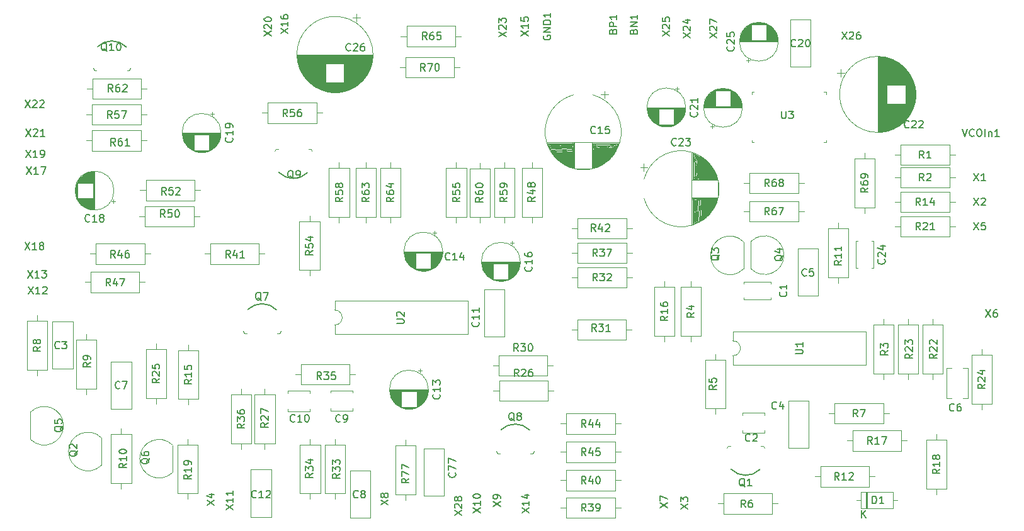
<source format=gbr>
%TF.GenerationSoftware,KiCad,Pcbnew,(5.1.8-0-10_14)*%
%TF.CreationDate,2021-02-20T12:55:23+10:00*%
%TF.ProjectId,mfos_noise_toaster,6d666f73-5f6e-46f6-9973-655f746f6173,rev?*%
%TF.SameCoordinates,Original*%
%TF.FileFunction,Legend,Top*%
%TF.FilePolarity,Positive*%
%FSLAX46Y46*%
G04 Gerber Fmt 4.6, Leading zero omitted, Abs format (unit mm)*
G04 Created by KiCad (PCBNEW (5.1.8-0-10_14)) date 2021-02-20 12:55:23*
%MOMM*%
%LPD*%
G01*
G04 APERTURE LIST*
%ADD10C,0.120000*%
%ADD11C,0.100000*%
%ADD12C,0.150000*%
G04 APERTURE END LIST*
D10*
%TO.C,Q6*%
X136370000Y-125920000D02*
X136370000Y-122320000D01*
X136358478Y-122281522D02*
G75*
G03*
X131920000Y-124120000I-1838478J-1838478D01*
G01*
X136358478Y-125958478D02*
G75*
G02*
X131920000Y-124120000I-1838478J1838478D01*
G01*
%TO.C,Q4*%
X214090000Y-94920000D02*
X214090000Y-98520000D01*
X214101522Y-98558478D02*
G75*
G03*
X218540000Y-96720000I1838478J1838478D01*
G01*
X214101522Y-94881522D02*
G75*
G02*
X218540000Y-96720000I1838478J-1838478D01*
G01*
%TO.C,Q3*%
X213100000Y-98550000D02*
X213100000Y-94950000D01*
X213088478Y-94911522D02*
G75*
G03*
X208650000Y-96750000I-1838478J-1838478D01*
G01*
X213088478Y-98588478D02*
G75*
G02*
X208650000Y-96750000I-1838478J1838478D01*
G01*
%TO.C,Q5*%
X117230000Y-117880000D02*
X117230000Y-121480000D01*
X117241522Y-121518478D02*
G75*
G03*
X121680000Y-119680000I1838478J1838478D01*
G01*
X117241522Y-117841522D02*
G75*
G02*
X121680000Y-119680000I1838478J-1838478D01*
G01*
%TO.C,Q2*%
X126800000Y-124950000D02*
X126800000Y-121350000D01*
X126788478Y-121311522D02*
G75*
G03*
X122350000Y-123150000I-1838478J-1838478D01*
G01*
X126788478Y-124988478D02*
G75*
G02*
X122350000Y-123150000I-1838478J1838478D01*
G01*
%TO.C,R77*%
X167662000Y-121592000D02*
X167662000Y-122362000D01*
X167662000Y-129672000D02*
X167662000Y-128902000D01*
X166292000Y-122362000D02*
X166292000Y-128902000D01*
X169032000Y-122362000D02*
X166292000Y-122362000D01*
X169032000Y-128902000D02*
X169032000Y-122362000D01*
X166292000Y-128902000D02*
X169032000Y-128902000D01*
%TO.C,R1*%
X241552000Y-83214000D02*
X240782000Y-83214000D01*
X233472000Y-83214000D02*
X234242000Y-83214000D01*
X240782000Y-81844000D02*
X234242000Y-81844000D01*
X240782000Y-84584000D02*
X240782000Y-81844000D01*
X234242000Y-84584000D02*
X240782000Y-84584000D01*
X234242000Y-81844000D02*
X234242000Y-84584000D01*
%TO.C,C77*%
X172842000Y-129108000D02*
X170102000Y-129108000D01*
X172842000Y-122738000D02*
X170102000Y-122738000D01*
X170102000Y-122738000D02*
X170102000Y-129108000D01*
X172842000Y-122738000D02*
X172842000Y-129108000D01*
%TO.C,U1*%
X211671000Y-110249000D02*
X211671000Y-111499000D01*
X211671000Y-111499000D02*
X229571000Y-111499000D01*
X229571000Y-111499000D02*
X229571000Y-106999000D01*
X229571000Y-106999000D02*
X211671000Y-106999000D01*
X211671000Y-106999000D02*
X211671000Y-108249000D01*
X211671000Y-108249000D02*
G75*
G02*
X211671000Y-110249000I0J-1000000D01*
G01*
D11*
%TO.C,U3*%
X214514000Y-81544000D02*
X214214000Y-81544000D01*
X214214000Y-81544000D02*
X214214000Y-81244000D01*
X214514000Y-74744000D02*
X214214000Y-74744000D01*
X214214000Y-74744000D02*
X214214000Y-75044000D01*
X223914000Y-74744000D02*
X224214000Y-74744000D01*
X224214000Y-74744000D02*
X224214000Y-75044000D01*
X223914000Y-81544000D02*
X224214000Y-81544000D01*
X224214000Y-81544000D02*
X224214000Y-81244000D01*
D10*
%TO.C,U2*%
X158140500Y-106121500D02*
X158140500Y-107371500D01*
X158140500Y-107371500D02*
X176040500Y-107371500D01*
X176040500Y-107371500D02*
X176040500Y-102871500D01*
X176040500Y-102871500D02*
X158140500Y-102871500D01*
X158140500Y-102871500D02*
X158140500Y-104121500D01*
X158140500Y-104121500D02*
G75*
G02*
X158140500Y-106121500I0J-1000000D01*
G01*
%TO.C,R70*%
X167643200Y-70058400D02*
X167643200Y-72798400D01*
X167643200Y-72798400D02*
X174183200Y-72798400D01*
X174183200Y-72798400D02*
X174183200Y-70058400D01*
X174183200Y-70058400D02*
X167643200Y-70058400D01*
X166873200Y-71428400D02*
X167643200Y-71428400D01*
X174953200Y-71428400D02*
X174183200Y-71428400D01*
%TO.C,R69*%
X228014000Y-90294000D02*
X230754000Y-90294000D01*
X230754000Y-90294000D02*
X230754000Y-83754000D01*
X230754000Y-83754000D02*
X228014000Y-83754000D01*
X228014000Y-83754000D02*
X228014000Y-90294000D01*
X229384000Y-91064000D02*
X229384000Y-90294000D01*
X229384000Y-82984000D02*
X229384000Y-83754000D01*
%TO.C,R68*%
X220462000Y-88394000D02*
X220462000Y-85654000D01*
X220462000Y-85654000D02*
X213922000Y-85654000D01*
X213922000Y-85654000D02*
X213922000Y-88394000D01*
X213922000Y-88394000D02*
X220462000Y-88394000D01*
X221232000Y-87024000D02*
X220462000Y-87024000D01*
X213152000Y-87024000D02*
X213922000Y-87024000D01*
%TO.C,R67*%
X220462000Y-92204000D02*
X220462000Y-89464000D01*
X220462000Y-89464000D02*
X213922000Y-89464000D01*
X213922000Y-89464000D02*
X213922000Y-92204000D01*
X213922000Y-92204000D02*
X220462000Y-92204000D01*
X221232000Y-90834000D02*
X220462000Y-90834000D01*
X213152000Y-90834000D02*
X213922000Y-90834000D01*
%TO.C,R65*%
X174335600Y-68632800D02*
X174335600Y-65892800D01*
X174335600Y-65892800D02*
X167795600Y-65892800D01*
X167795600Y-65892800D02*
X167795600Y-68632800D01*
X167795600Y-68632800D02*
X174335600Y-68632800D01*
X175105600Y-67262800D02*
X174335600Y-67262800D01*
X167025600Y-67262800D02*
X167795600Y-67262800D01*
%TO.C,R64*%
X167000000Y-85024000D02*
X164260000Y-85024000D01*
X164260000Y-85024000D02*
X164260000Y-91564000D01*
X164260000Y-91564000D02*
X167000000Y-91564000D01*
X167000000Y-91564000D02*
X167000000Y-85024000D01*
X165630000Y-84254000D02*
X165630000Y-85024000D01*
X165630000Y-92334000D02*
X165630000Y-91564000D01*
%TO.C,R63*%
X163698000Y-85024000D02*
X160958000Y-85024000D01*
X160958000Y-85024000D02*
X160958000Y-91564000D01*
X160958000Y-91564000D02*
X163698000Y-91564000D01*
X163698000Y-91564000D02*
X163698000Y-85024000D01*
X162328000Y-84254000D02*
X162328000Y-85024000D01*
X162328000Y-92334000D02*
X162328000Y-91564000D01*
%TO.C,R62*%
X132133500Y-75694000D02*
X132133500Y-72954000D01*
X132133500Y-72954000D02*
X125593500Y-72954000D01*
X125593500Y-72954000D02*
X125593500Y-75694000D01*
X125593500Y-75694000D02*
X132133500Y-75694000D01*
X132903500Y-74324000D02*
X132133500Y-74324000D01*
X124823500Y-74324000D02*
X125593500Y-74324000D01*
%TO.C,R61*%
X125530000Y-79939000D02*
X125530000Y-82679000D01*
X125530000Y-82679000D02*
X132070000Y-82679000D01*
X132070000Y-82679000D02*
X132070000Y-79939000D01*
X132070000Y-79939000D02*
X125530000Y-79939000D01*
X124760000Y-81309000D02*
X125530000Y-81309000D01*
X132840000Y-81309000D02*
X132070000Y-81309000D01*
%TO.C,R60*%
X176304680Y-91591940D02*
X179044680Y-91591940D01*
X179044680Y-91591940D02*
X179044680Y-85051940D01*
X179044680Y-85051940D02*
X176304680Y-85051940D01*
X176304680Y-85051940D02*
X176304680Y-91591940D01*
X177674680Y-92361940D02*
X177674680Y-91591940D01*
X177674680Y-84281940D02*
X177674680Y-85051940D01*
%TO.C,R59*%
X179576200Y-91564000D02*
X182316200Y-91564000D01*
X182316200Y-91564000D02*
X182316200Y-85024000D01*
X182316200Y-85024000D02*
X179576200Y-85024000D01*
X179576200Y-85024000D02*
X179576200Y-91564000D01*
X180946200Y-92334000D02*
X180946200Y-91564000D01*
X180946200Y-84254000D02*
X180946200Y-85024000D01*
%TO.C,R58*%
X157351200Y-91564000D02*
X160091200Y-91564000D01*
X160091200Y-91564000D02*
X160091200Y-85024000D01*
X160091200Y-85024000D02*
X157351200Y-85024000D01*
X157351200Y-85024000D02*
X157351200Y-91564000D01*
X158721200Y-92334000D02*
X158721200Y-91564000D01*
X158721200Y-84254000D02*
X158721200Y-85024000D01*
%TO.C,R57*%
X132070000Y-79186500D02*
X132070000Y-76446500D01*
X132070000Y-76446500D02*
X125530000Y-76446500D01*
X125530000Y-76446500D02*
X125530000Y-79186500D01*
X125530000Y-79186500D02*
X132070000Y-79186500D01*
X132840000Y-77816500D02*
X132070000Y-77816500D01*
X124760000Y-77816500D02*
X125530000Y-77816500D01*
%TO.C,R56*%
X149152000Y-76205200D02*
X149152000Y-78945200D01*
X149152000Y-78945200D02*
X155692000Y-78945200D01*
X155692000Y-78945200D02*
X155692000Y-76205200D01*
X155692000Y-76205200D02*
X149152000Y-76205200D01*
X148382000Y-77575200D02*
X149152000Y-77575200D01*
X156462000Y-77575200D02*
X155692000Y-77575200D01*
%TO.C,R55*%
X173099200Y-91564000D02*
X175839200Y-91564000D01*
X175839200Y-91564000D02*
X175839200Y-85024000D01*
X175839200Y-85024000D02*
X173099200Y-85024000D01*
X173099200Y-85024000D02*
X173099200Y-91564000D01*
X174469200Y-92334000D02*
X174469200Y-91564000D01*
X174469200Y-84254000D02*
X174469200Y-85024000D01*
%TO.C,R54*%
X153388800Y-98726800D02*
X156128800Y-98726800D01*
X156128800Y-98726800D02*
X156128800Y-92186800D01*
X156128800Y-92186800D02*
X153388800Y-92186800D01*
X153388800Y-92186800D02*
X153388800Y-98726800D01*
X154758800Y-99496800D02*
X154758800Y-98726800D01*
X154758800Y-91416800D02*
X154758800Y-92186800D01*
%TO.C,R52*%
X139283600Y-89359200D02*
X139283600Y-86619200D01*
X139283600Y-86619200D02*
X132743600Y-86619200D01*
X132743600Y-86619200D02*
X132743600Y-89359200D01*
X132743600Y-89359200D02*
X139283600Y-89359200D01*
X140053600Y-87989200D02*
X139283600Y-87989200D01*
X131973600Y-87989200D02*
X132743600Y-87989200D01*
%TO.C,R50*%
X139182000Y-92902500D02*
X139182000Y-90162500D01*
X139182000Y-90162500D02*
X132642000Y-90162500D01*
X132642000Y-90162500D02*
X132642000Y-92902500D01*
X132642000Y-92902500D02*
X139182000Y-92902500D01*
X139952000Y-91532500D02*
X139182000Y-91532500D01*
X131872000Y-91532500D02*
X132642000Y-91532500D01*
%TO.C,R48*%
X186050000Y-85024000D02*
X183310000Y-85024000D01*
X183310000Y-85024000D02*
X183310000Y-91564000D01*
X183310000Y-91564000D02*
X186050000Y-91564000D01*
X186050000Y-91564000D02*
X186050000Y-85024000D01*
X184680000Y-84254000D02*
X184680000Y-85024000D01*
X184680000Y-92334000D02*
X184680000Y-91564000D01*
%TO.C,R47*%
X131879500Y-101729000D02*
X131879500Y-98989000D01*
X131879500Y-98989000D02*
X125339500Y-98989000D01*
X125339500Y-98989000D02*
X125339500Y-101729000D01*
X125339500Y-101729000D02*
X131879500Y-101729000D01*
X132649500Y-100359000D02*
X131879500Y-100359000D01*
X124569500Y-100359000D02*
X125339500Y-100359000D01*
%TO.C,R46*%
X126038000Y-95179000D02*
X126038000Y-97919000D01*
X126038000Y-97919000D02*
X132578000Y-97919000D01*
X132578000Y-97919000D02*
X132578000Y-95179000D01*
X132578000Y-95179000D02*
X126038000Y-95179000D01*
X125268000Y-96549000D02*
X126038000Y-96549000D01*
X133348000Y-96549000D02*
X132578000Y-96549000D01*
%TO.C,R45*%
X189284000Y-121849000D02*
X189284000Y-124589000D01*
X189284000Y-124589000D02*
X195824000Y-124589000D01*
X195824000Y-124589000D02*
X195824000Y-121849000D01*
X195824000Y-121849000D02*
X189284000Y-121849000D01*
X188514000Y-123219000D02*
X189284000Y-123219000D01*
X196594000Y-123219000D02*
X195824000Y-123219000D01*
%TO.C,R44*%
X189284000Y-118039000D02*
X189284000Y-120779000D01*
X189284000Y-120779000D02*
X195824000Y-120779000D01*
X195824000Y-120779000D02*
X195824000Y-118039000D01*
X195824000Y-118039000D02*
X189284000Y-118039000D01*
X188514000Y-119409000D02*
X189284000Y-119409000D01*
X196594000Y-119409000D02*
X195824000Y-119409000D01*
%TO.C,R42*%
X197348000Y-94490000D02*
X197348000Y-91750000D01*
X197348000Y-91750000D02*
X190808000Y-91750000D01*
X190808000Y-91750000D02*
X190808000Y-94490000D01*
X190808000Y-94490000D02*
X197348000Y-94490000D01*
X198118000Y-93120000D02*
X197348000Y-93120000D01*
X190038000Y-93120000D02*
X190808000Y-93120000D01*
%TO.C,R41*%
X147945000Y-97919000D02*
X147945000Y-95179000D01*
X147945000Y-95179000D02*
X141405000Y-95179000D01*
X141405000Y-95179000D02*
X141405000Y-97919000D01*
X141405000Y-97919000D02*
X147945000Y-97919000D01*
X148715000Y-96549000D02*
X147945000Y-96549000D01*
X140635000Y-96549000D02*
X141405000Y-96549000D01*
%TO.C,R40*%
X189284000Y-125659000D02*
X189284000Y-128399000D01*
X189284000Y-128399000D02*
X195824000Y-128399000D01*
X195824000Y-128399000D02*
X195824000Y-125659000D01*
X195824000Y-125659000D02*
X189284000Y-125659000D01*
X188514000Y-127029000D02*
X189284000Y-127029000D01*
X196594000Y-127029000D02*
X195824000Y-127029000D01*
%TO.C,R39*%
X195824000Y-132082000D02*
X195824000Y-129342000D01*
X195824000Y-129342000D02*
X189284000Y-129342000D01*
X189284000Y-129342000D02*
X189284000Y-132082000D01*
X189284000Y-132082000D02*
X195824000Y-132082000D01*
X196594000Y-130712000D02*
X195824000Y-130712000D01*
X188514000Y-130712000D02*
X189284000Y-130712000D01*
%TO.C,R37*%
X197348000Y-97792000D02*
X197348000Y-95052000D01*
X197348000Y-95052000D02*
X190808000Y-95052000D01*
X190808000Y-95052000D02*
X190808000Y-97792000D01*
X190808000Y-97792000D02*
X197348000Y-97792000D01*
X198118000Y-96422000D02*
X197348000Y-96422000D01*
X190038000Y-96422000D02*
X190808000Y-96422000D01*
%TO.C,R36*%
X146934000Y-115504000D02*
X144194000Y-115504000D01*
X144194000Y-115504000D02*
X144194000Y-122044000D01*
X144194000Y-122044000D02*
X146934000Y-122044000D01*
X146934000Y-122044000D02*
X146934000Y-115504000D01*
X145564000Y-114734000D02*
X145564000Y-115504000D01*
X145564000Y-122814000D02*
X145564000Y-122044000D01*
%TO.C,R35*%
X153597000Y-111371500D02*
X153597000Y-114111500D01*
X153597000Y-114111500D02*
X160137000Y-114111500D01*
X160137000Y-114111500D02*
X160137000Y-111371500D01*
X160137000Y-111371500D02*
X153597000Y-111371500D01*
X152827000Y-112741500D02*
X153597000Y-112741500D01*
X160907000Y-112741500D02*
X160137000Y-112741500D01*
%TO.C,R34*%
X156205000Y-122235000D02*
X153465000Y-122235000D01*
X153465000Y-122235000D02*
X153465000Y-128775000D01*
X153465000Y-128775000D02*
X156205000Y-128775000D01*
X156205000Y-128775000D02*
X156205000Y-122235000D01*
X154835000Y-121465000D02*
X154835000Y-122235000D01*
X154835000Y-129545000D02*
X154835000Y-128775000D01*
%TO.C,R33*%
X159570500Y-122235000D02*
X156830500Y-122235000D01*
X156830500Y-122235000D02*
X156830500Y-128775000D01*
X156830500Y-128775000D02*
X159570500Y-128775000D01*
X159570500Y-128775000D02*
X159570500Y-122235000D01*
X158200500Y-121465000D02*
X158200500Y-122235000D01*
X158200500Y-129545000D02*
X158200500Y-128775000D01*
%TO.C,R32*%
X190808000Y-98354000D02*
X190808000Y-101094000D01*
X190808000Y-101094000D02*
X197348000Y-101094000D01*
X197348000Y-101094000D02*
X197348000Y-98354000D01*
X197348000Y-98354000D02*
X190808000Y-98354000D01*
X190038000Y-99724000D02*
X190808000Y-99724000D01*
X198118000Y-99724000D02*
X197348000Y-99724000D01*
%TO.C,R31*%
X197297200Y-108104400D02*
X197297200Y-105364400D01*
X197297200Y-105364400D02*
X190757200Y-105364400D01*
X190757200Y-105364400D02*
X190757200Y-108104400D01*
X190757200Y-108104400D02*
X197297200Y-108104400D01*
X198067200Y-106734400D02*
X197297200Y-106734400D01*
X189987200Y-106734400D02*
X190757200Y-106734400D01*
%TO.C,R30*%
X180190800Y-110190400D02*
X180190800Y-112930400D01*
X180190800Y-112930400D02*
X186730800Y-112930400D01*
X186730800Y-112930400D02*
X186730800Y-110190400D01*
X186730800Y-110190400D02*
X180190800Y-110190400D01*
X179420800Y-111560400D02*
X180190800Y-111560400D01*
X187500800Y-111560400D02*
X186730800Y-111560400D01*
%TO.C,R27*%
X150109000Y-115504000D02*
X147369000Y-115504000D01*
X147369000Y-115504000D02*
X147369000Y-122044000D01*
X147369000Y-122044000D02*
X150109000Y-122044000D01*
X150109000Y-122044000D02*
X150109000Y-115504000D01*
X148739000Y-114734000D02*
X148739000Y-115504000D01*
X148739000Y-122814000D02*
X148739000Y-122044000D01*
%TO.C,R26*%
X180241600Y-113594000D02*
X180241600Y-116334000D01*
X180241600Y-116334000D02*
X186781600Y-116334000D01*
X186781600Y-116334000D02*
X186781600Y-113594000D01*
X186781600Y-113594000D02*
X180241600Y-113594000D01*
X179471600Y-114964000D02*
X180241600Y-114964000D01*
X187551600Y-114964000D02*
X186781600Y-114964000D01*
%TO.C,R25*%
X135504000Y-109408000D02*
X132764000Y-109408000D01*
X132764000Y-109408000D02*
X132764000Y-115948000D01*
X132764000Y-115948000D02*
X135504000Y-115948000D01*
X135504000Y-115948000D02*
X135504000Y-109408000D01*
X134134000Y-108638000D02*
X134134000Y-109408000D01*
X134134000Y-116718000D02*
X134134000Y-115948000D01*
%TO.C,R24*%
X243762000Y-116710000D02*
X246502000Y-116710000D01*
X246502000Y-116710000D02*
X246502000Y-110170000D01*
X246502000Y-110170000D02*
X243762000Y-110170000D01*
X243762000Y-110170000D02*
X243762000Y-116710000D01*
X245132000Y-117480000D02*
X245132000Y-116710000D01*
X245132000Y-109400000D02*
X245132000Y-110170000D01*
%TO.C,R23*%
X233856000Y-112646000D02*
X236596000Y-112646000D01*
X236596000Y-112646000D02*
X236596000Y-106106000D01*
X236596000Y-106106000D02*
X233856000Y-106106000D01*
X233856000Y-106106000D02*
X233856000Y-112646000D01*
X235226000Y-113416000D02*
X235226000Y-112646000D01*
X235226000Y-105336000D02*
X235226000Y-106106000D01*
%TO.C,R22*%
X237158000Y-112646000D02*
X239898000Y-112646000D01*
X239898000Y-112646000D02*
X239898000Y-106106000D01*
X239898000Y-106106000D02*
X237158000Y-106106000D01*
X237158000Y-106106000D02*
X237158000Y-112646000D01*
X238528000Y-113416000D02*
X238528000Y-112646000D01*
X238528000Y-105336000D02*
X238528000Y-106106000D01*
%TO.C,R21*%
X234242000Y-91496000D02*
X234242000Y-94236000D01*
X234242000Y-94236000D02*
X240782000Y-94236000D01*
X240782000Y-94236000D02*
X240782000Y-91496000D01*
X240782000Y-91496000D02*
X234242000Y-91496000D01*
X233472000Y-92866000D02*
X234242000Y-92866000D01*
X241552000Y-92866000D02*
X240782000Y-92866000D01*
%TO.C,R19*%
X139758500Y-122235000D02*
X137018500Y-122235000D01*
X137018500Y-122235000D02*
X137018500Y-128775000D01*
X137018500Y-128775000D02*
X139758500Y-128775000D01*
X139758500Y-128775000D02*
X139758500Y-122235000D01*
X138388500Y-121465000D02*
X138388500Y-122235000D01*
X138388500Y-129545000D02*
X138388500Y-128775000D01*
%TO.C,R18*%
X240406000Y-121600000D02*
X237666000Y-121600000D01*
X237666000Y-121600000D02*
X237666000Y-128140000D01*
X237666000Y-128140000D02*
X240406000Y-128140000D01*
X240406000Y-128140000D02*
X240406000Y-121600000D01*
X239036000Y-120830000D02*
X239036000Y-121600000D01*
X239036000Y-128910000D02*
X239036000Y-128140000D01*
%TO.C,R17*%
X227765000Y-120325000D02*
X227765000Y-123065000D01*
X227765000Y-123065000D02*
X234305000Y-123065000D01*
X234305000Y-123065000D02*
X234305000Y-120325000D01*
X234305000Y-120325000D02*
X227765000Y-120325000D01*
X226995000Y-121695000D02*
X227765000Y-121695000D01*
X235075000Y-121695000D02*
X234305000Y-121695000D01*
%TO.C,R16*%
X203830000Y-101026000D02*
X201090000Y-101026000D01*
X201090000Y-101026000D02*
X201090000Y-107566000D01*
X201090000Y-107566000D02*
X203830000Y-107566000D01*
X203830000Y-107566000D02*
X203830000Y-101026000D01*
X202460000Y-100256000D02*
X202460000Y-101026000D01*
X202460000Y-108336000D02*
X202460000Y-107566000D01*
%TO.C,R15*%
X139822000Y-109535000D02*
X137082000Y-109535000D01*
X137082000Y-109535000D02*
X137082000Y-116075000D01*
X137082000Y-116075000D02*
X139822000Y-116075000D01*
X139822000Y-116075000D02*
X139822000Y-109535000D01*
X138452000Y-108765000D02*
X138452000Y-109535000D01*
X138452000Y-116845000D02*
X138452000Y-116075000D01*
%TO.C,R14*%
X234242000Y-88194000D02*
X234242000Y-90934000D01*
X234242000Y-90934000D02*
X240782000Y-90934000D01*
X240782000Y-90934000D02*
X240782000Y-88194000D01*
X240782000Y-88194000D02*
X234242000Y-88194000D01*
X233472000Y-89564000D02*
X234242000Y-89564000D01*
X241552000Y-89564000D02*
X240782000Y-89564000D01*
%TO.C,R12*%
X229987000Y-127891000D02*
X229987000Y-125151000D01*
X229987000Y-125151000D02*
X223447000Y-125151000D01*
X223447000Y-125151000D02*
X223447000Y-127891000D01*
X223447000Y-127891000D02*
X229987000Y-127891000D01*
X230757000Y-126521000D02*
X229987000Y-126521000D01*
X222677000Y-126521000D02*
X223447000Y-126521000D01*
%TO.C,R11*%
X227198000Y-93152000D02*
X224458000Y-93152000D01*
X224458000Y-93152000D02*
X224458000Y-99692000D01*
X224458000Y-99692000D02*
X227198000Y-99692000D01*
X227198000Y-99692000D02*
X227198000Y-93152000D01*
X225828000Y-92382000D02*
X225828000Y-93152000D01*
X225828000Y-100462000D02*
X225828000Y-99692000D01*
%TO.C,R10*%
X130805000Y-120838000D02*
X128065000Y-120838000D01*
X128065000Y-120838000D02*
X128065000Y-127378000D01*
X128065000Y-127378000D02*
X130805000Y-127378000D01*
X130805000Y-127378000D02*
X130805000Y-120838000D01*
X129435000Y-120068000D02*
X129435000Y-120838000D01*
X129435000Y-128148000D02*
X129435000Y-127378000D01*
%TO.C,R9*%
X123366000Y-114678000D02*
X126106000Y-114678000D01*
X126106000Y-114678000D02*
X126106000Y-108138000D01*
X126106000Y-108138000D02*
X123366000Y-108138000D01*
X123366000Y-108138000D02*
X123366000Y-114678000D01*
X124736000Y-115448000D02*
X124736000Y-114678000D01*
X124736000Y-107368000D02*
X124736000Y-108138000D01*
%TO.C,R8*%
X119502000Y-105598000D02*
X116762000Y-105598000D01*
X116762000Y-105598000D02*
X116762000Y-112138000D01*
X116762000Y-112138000D02*
X119502000Y-112138000D01*
X119502000Y-112138000D02*
X119502000Y-105598000D01*
X118132000Y-104828000D02*
X118132000Y-105598000D01*
X118132000Y-112908000D02*
X118132000Y-112138000D01*
%TO.C,R7*%
X231892000Y-119382000D02*
X231892000Y-116642000D01*
X231892000Y-116642000D02*
X225352000Y-116642000D01*
X225352000Y-116642000D02*
X225352000Y-119382000D01*
X225352000Y-119382000D02*
X231892000Y-119382000D01*
X232662000Y-118012000D02*
X231892000Y-118012000D01*
X224582000Y-118012000D02*
X225352000Y-118012000D01*
%TO.C,R6*%
X216956800Y-131523200D02*
X216956800Y-128783200D01*
X216956800Y-128783200D02*
X210416800Y-128783200D01*
X210416800Y-128783200D02*
X210416800Y-131523200D01*
X210416800Y-131523200D02*
X216956800Y-131523200D01*
X217726800Y-130153200D02*
X216956800Y-130153200D01*
X209646800Y-130153200D02*
X210416800Y-130153200D01*
%TO.C,R5*%
X207948000Y-117345000D02*
X210688000Y-117345000D01*
X210688000Y-117345000D02*
X210688000Y-110805000D01*
X210688000Y-110805000D02*
X207948000Y-110805000D01*
X207948000Y-110805000D02*
X207948000Y-117345000D01*
X209318000Y-118115000D02*
X209318000Y-117345000D01*
X209318000Y-110035000D02*
X209318000Y-110805000D01*
%TO.C,R4*%
X207386000Y-101026000D02*
X204646000Y-101026000D01*
X204646000Y-101026000D02*
X204646000Y-107566000D01*
X204646000Y-107566000D02*
X207386000Y-107566000D01*
X207386000Y-107566000D02*
X207386000Y-101026000D01*
X206016000Y-100256000D02*
X206016000Y-101026000D01*
X206016000Y-108336000D02*
X206016000Y-107566000D01*
%TO.C,R3*%
X230554000Y-112646000D02*
X233294000Y-112646000D01*
X233294000Y-112646000D02*
X233294000Y-106106000D01*
X233294000Y-106106000D02*
X230554000Y-106106000D01*
X230554000Y-106106000D02*
X230554000Y-112646000D01*
X231924000Y-113416000D02*
X231924000Y-112646000D01*
X231924000Y-105336000D02*
X231924000Y-106106000D01*
%TO.C,R2*%
X234242000Y-84892000D02*
X234242000Y-87632000D01*
X234242000Y-87632000D02*
X240782000Y-87632000D01*
X240782000Y-87632000D02*
X240782000Y-84892000D01*
X240782000Y-84892000D02*
X234242000Y-84892000D01*
X233472000Y-86262000D02*
X234242000Y-86262000D01*
X241552000Y-86262000D02*
X240782000Y-86262000D01*
D11*
%TO.C,Q10*%
X130515000Y-71860000D02*
X130665000Y-71560000D01*
X130515000Y-71860000D02*
X130215000Y-71860000D01*
X126115000Y-71860000D02*
X125815000Y-71860000D01*
X125815000Y-71860000D02*
X125665000Y-71560000D01*
D12*
X130115000Y-68710000D02*
G75*
G03*
X126265000Y-68660000I-1950000J-1900000D01*
G01*
D11*
%TO.C,Q9*%
X150224400Y-82426800D02*
X150074400Y-82726800D01*
X150224400Y-82426800D02*
X150524400Y-82426800D01*
X154624400Y-82426800D02*
X154924400Y-82426800D01*
X154924400Y-82426800D02*
X155074400Y-82726800D01*
D12*
X150624400Y-85576800D02*
G75*
G03*
X154474400Y-85626800I1950000J1900000D01*
G01*
D11*
%TO.C,Q8*%
X184744000Y-123422000D02*
X184894000Y-123122000D01*
X184744000Y-123422000D02*
X184444000Y-123422000D01*
X180344000Y-123422000D02*
X180044000Y-123422000D01*
X180044000Y-123422000D02*
X179894000Y-123122000D01*
D12*
X184344000Y-120272000D02*
G75*
G03*
X180494000Y-120222000I-1950000J-1900000D01*
G01*
D11*
%TO.C,Q7*%
X150708000Y-107229500D02*
X150858000Y-106929500D01*
X150708000Y-107229500D02*
X150408000Y-107229500D01*
X146308000Y-107229500D02*
X146008000Y-107229500D01*
X146008000Y-107229500D02*
X145858000Y-106929500D01*
D12*
X150308000Y-104079500D02*
G75*
G03*
X146458000Y-104029500I-1950000J-1900000D01*
G01*
D11*
%TO.C,Q1*%
X211032000Y-122381000D02*
X210882000Y-122681000D01*
X211032000Y-122381000D02*
X211332000Y-122381000D01*
X215432000Y-122381000D02*
X215732000Y-122381000D01*
X215732000Y-122381000D02*
X215882000Y-122681000D01*
D12*
X211432000Y-125531000D02*
G75*
G03*
X215282000Y-125581000I1950000J1900000D01*
G01*
D10*
%TO.C,D1*%
X228915000Y-128576000D02*
X228915000Y-130816000D01*
X228915000Y-130816000D02*
X233155000Y-130816000D01*
X233155000Y-130816000D02*
X233155000Y-128576000D01*
X233155000Y-128576000D02*
X228915000Y-128576000D01*
X228265000Y-129696000D02*
X228915000Y-129696000D01*
X233805000Y-129696000D02*
X233155000Y-129696000D01*
X229635000Y-128576000D02*
X229635000Y-130816000D01*
X229755000Y-128576000D02*
X229755000Y-130816000D01*
X229515000Y-128576000D02*
X229515000Y-130816000D01*
%TO.C,COPTIONAL1*%
X212954000Y-76884000D02*
G75*
G03*
X212954000Y-76884000I-2620000J0D01*
G01*
X207754000Y-76884000D02*
X212914000Y-76884000D01*
X207754000Y-76844000D02*
X212914000Y-76844000D01*
X207755000Y-76804000D02*
X212913000Y-76804000D01*
X207756000Y-76764000D02*
X212912000Y-76764000D01*
X207758000Y-76724000D02*
X212910000Y-76724000D01*
X207761000Y-76684000D02*
X212907000Y-76684000D01*
X207765000Y-76644000D02*
X209294000Y-76644000D01*
X211374000Y-76644000D02*
X212903000Y-76644000D01*
X207769000Y-76604000D02*
X209294000Y-76604000D01*
X211374000Y-76604000D02*
X212899000Y-76604000D01*
X207773000Y-76564000D02*
X209294000Y-76564000D01*
X211374000Y-76564000D02*
X212895000Y-76564000D01*
X207778000Y-76524000D02*
X209294000Y-76524000D01*
X211374000Y-76524000D02*
X212890000Y-76524000D01*
X207784000Y-76484000D02*
X209294000Y-76484000D01*
X211374000Y-76484000D02*
X212884000Y-76484000D01*
X207791000Y-76444000D02*
X209294000Y-76444000D01*
X211374000Y-76444000D02*
X212877000Y-76444000D01*
X207798000Y-76404000D02*
X209294000Y-76404000D01*
X211374000Y-76404000D02*
X212870000Y-76404000D01*
X207806000Y-76364000D02*
X209294000Y-76364000D01*
X211374000Y-76364000D02*
X212862000Y-76364000D01*
X207814000Y-76324000D02*
X209294000Y-76324000D01*
X211374000Y-76324000D02*
X212854000Y-76324000D01*
X207823000Y-76284000D02*
X209294000Y-76284000D01*
X211374000Y-76284000D02*
X212845000Y-76284000D01*
X207833000Y-76244000D02*
X209294000Y-76244000D01*
X211374000Y-76244000D02*
X212835000Y-76244000D01*
X207843000Y-76204000D02*
X209294000Y-76204000D01*
X211374000Y-76204000D02*
X212825000Y-76204000D01*
X207854000Y-76163000D02*
X209294000Y-76163000D01*
X211374000Y-76163000D02*
X212814000Y-76163000D01*
X207866000Y-76123000D02*
X209294000Y-76123000D01*
X211374000Y-76123000D02*
X212802000Y-76123000D01*
X207879000Y-76083000D02*
X209294000Y-76083000D01*
X211374000Y-76083000D02*
X212789000Y-76083000D01*
X207892000Y-76043000D02*
X209294000Y-76043000D01*
X211374000Y-76043000D02*
X212776000Y-76043000D01*
X207906000Y-76003000D02*
X209294000Y-76003000D01*
X211374000Y-76003000D02*
X212762000Y-76003000D01*
X207920000Y-75963000D02*
X209294000Y-75963000D01*
X211374000Y-75963000D02*
X212748000Y-75963000D01*
X207936000Y-75923000D02*
X209294000Y-75923000D01*
X211374000Y-75923000D02*
X212732000Y-75923000D01*
X207952000Y-75883000D02*
X209294000Y-75883000D01*
X211374000Y-75883000D02*
X212716000Y-75883000D01*
X207969000Y-75843000D02*
X209294000Y-75843000D01*
X211374000Y-75843000D02*
X212699000Y-75843000D01*
X207986000Y-75803000D02*
X209294000Y-75803000D01*
X211374000Y-75803000D02*
X212682000Y-75803000D01*
X208005000Y-75763000D02*
X209294000Y-75763000D01*
X211374000Y-75763000D02*
X212663000Y-75763000D01*
X208024000Y-75723000D02*
X209294000Y-75723000D01*
X211374000Y-75723000D02*
X212644000Y-75723000D01*
X208044000Y-75683000D02*
X209294000Y-75683000D01*
X211374000Y-75683000D02*
X212624000Y-75683000D01*
X208066000Y-75643000D02*
X209294000Y-75643000D01*
X211374000Y-75643000D02*
X212602000Y-75643000D01*
X208087000Y-75603000D02*
X209294000Y-75603000D01*
X211374000Y-75603000D02*
X212581000Y-75603000D01*
X208110000Y-75563000D02*
X209294000Y-75563000D01*
X211374000Y-75563000D02*
X212558000Y-75563000D01*
X208134000Y-75523000D02*
X209294000Y-75523000D01*
X211374000Y-75523000D02*
X212534000Y-75523000D01*
X208159000Y-75483000D02*
X209294000Y-75483000D01*
X211374000Y-75483000D02*
X212509000Y-75483000D01*
X208185000Y-75443000D02*
X209294000Y-75443000D01*
X211374000Y-75443000D02*
X212483000Y-75443000D01*
X208212000Y-75403000D02*
X209294000Y-75403000D01*
X211374000Y-75403000D02*
X212456000Y-75403000D01*
X208239000Y-75363000D02*
X209294000Y-75363000D01*
X211374000Y-75363000D02*
X212429000Y-75363000D01*
X208269000Y-75323000D02*
X209294000Y-75323000D01*
X211374000Y-75323000D02*
X212399000Y-75323000D01*
X208299000Y-75283000D02*
X209294000Y-75283000D01*
X211374000Y-75283000D02*
X212369000Y-75283000D01*
X208330000Y-75243000D02*
X209294000Y-75243000D01*
X211374000Y-75243000D02*
X212338000Y-75243000D01*
X208363000Y-75203000D02*
X209294000Y-75203000D01*
X211374000Y-75203000D02*
X212305000Y-75203000D01*
X208397000Y-75163000D02*
X209294000Y-75163000D01*
X211374000Y-75163000D02*
X212271000Y-75163000D01*
X208433000Y-75123000D02*
X209294000Y-75123000D01*
X211374000Y-75123000D02*
X212235000Y-75123000D01*
X208470000Y-75083000D02*
X209294000Y-75083000D01*
X211374000Y-75083000D02*
X212198000Y-75083000D01*
X208508000Y-75043000D02*
X209294000Y-75043000D01*
X211374000Y-75043000D02*
X212160000Y-75043000D01*
X208549000Y-75003000D02*
X209294000Y-75003000D01*
X211374000Y-75003000D02*
X212119000Y-75003000D01*
X208591000Y-74963000D02*
X209294000Y-74963000D01*
X211374000Y-74963000D02*
X212077000Y-74963000D01*
X208635000Y-74923000D02*
X209294000Y-74923000D01*
X211374000Y-74923000D02*
X212033000Y-74923000D01*
X208681000Y-74883000D02*
X209294000Y-74883000D01*
X211374000Y-74883000D02*
X211987000Y-74883000D01*
X208729000Y-74843000D02*
X209294000Y-74843000D01*
X211374000Y-74843000D02*
X211939000Y-74843000D01*
X208780000Y-74803000D02*
X209294000Y-74803000D01*
X211374000Y-74803000D02*
X211888000Y-74803000D01*
X208834000Y-74763000D02*
X209294000Y-74763000D01*
X211374000Y-74763000D02*
X211834000Y-74763000D01*
X208891000Y-74723000D02*
X209294000Y-74723000D01*
X211374000Y-74723000D02*
X211777000Y-74723000D01*
X208951000Y-74683000D02*
X209294000Y-74683000D01*
X211374000Y-74683000D02*
X211717000Y-74683000D01*
X209015000Y-74643000D02*
X209294000Y-74643000D01*
X211374000Y-74643000D02*
X211653000Y-74643000D01*
X209083000Y-74603000D02*
X209294000Y-74603000D01*
X211374000Y-74603000D02*
X211585000Y-74603000D01*
X209156000Y-74563000D02*
X211512000Y-74563000D01*
X209236000Y-74523000D02*
X211432000Y-74523000D01*
X209323000Y-74483000D02*
X211345000Y-74483000D01*
X209419000Y-74443000D02*
X211249000Y-74443000D01*
X209529000Y-74403000D02*
X211139000Y-74403000D01*
X209657000Y-74363000D02*
X211011000Y-74363000D01*
X209816000Y-74323000D02*
X210852000Y-74323000D01*
X210050000Y-74283000D02*
X210618000Y-74283000D01*
X208859000Y-79688775D02*
X208859000Y-79188775D01*
X208609000Y-79438775D02*
X209109000Y-79438775D01*
%TO.C,C26*%
X163282400Y-69712000D02*
G75*
G03*
X163282400Y-69712000I-5120000J0D01*
G01*
X163242400Y-69712000D02*
X153082400Y-69712000D01*
X163242400Y-69752000D02*
X153082400Y-69752000D01*
X163242400Y-69792000D02*
X153082400Y-69792000D01*
X163241400Y-69832000D02*
X153083400Y-69832000D01*
X163240400Y-69872000D02*
X153084400Y-69872000D01*
X163239400Y-69912000D02*
X153085400Y-69912000D01*
X163237400Y-69952000D02*
X153087400Y-69952000D01*
X163235400Y-69992000D02*
X153089400Y-69992000D01*
X163232400Y-70032000D02*
X153092400Y-70032000D01*
X163230400Y-70072000D02*
X153094400Y-70072000D01*
X163227400Y-70112000D02*
X153097400Y-70112000D01*
X163224400Y-70152000D02*
X153100400Y-70152000D01*
X163220400Y-70192000D02*
X153104400Y-70192000D01*
X163216400Y-70232000D02*
X153108400Y-70232000D01*
X163212400Y-70272000D02*
X153112400Y-70272000D01*
X163207400Y-70312000D02*
X153117400Y-70312000D01*
X163202400Y-70352000D02*
X153122400Y-70352000D01*
X163197400Y-70392000D02*
X153127400Y-70392000D01*
X163192400Y-70433000D02*
X153132400Y-70433000D01*
X163186400Y-70473000D02*
X153138400Y-70473000D01*
X163180400Y-70513000D02*
X153144400Y-70513000D01*
X163173400Y-70553000D02*
X153151400Y-70553000D01*
X163166400Y-70593000D02*
X153158400Y-70593000D01*
X163159400Y-70633000D02*
X153165400Y-70633000D01*
X163152400Y-70673000D02*
X153172400Y-70673000D01*
X163144400Y-70713000D02*
X153180400Y-70713000D01*
X163136400Y-70753000D02*
X153188400Y-70753000D01*
X163127400Y-70793000D02*
X153197400Y-70793000D01*
X163118400Y-70833000D02*
X153206400Y-70833000D01*
X163109400Y-70873000D02*
X153215400Y-70873000D01*
X163100400Y-70913000D02*
X153224400Y-70913000D01*
X163090400Y-70953000D02*
X153234400Y-70953000D01*
X163080400Y-70993000D02*
X159403400Y-70993000D01*
X156921400Y-70993000D02*
X153244400Y-70993000D01*
X163069400Y-71033000D02*
X159403400Y-71033000D01*
X156921400Y-71033000D02*
X153255400Y-71033000D01*
X163059400Y-71073000D02*
X159403400Y-71073000D01*
X156921400Y-71073000D02*
X153265400Y-71073000D01*
X163047400Y-71113000D02*
X159403400Y-71113000D01*
X156921400Y-71113000D02*
X153277400Y-71113000D01*
X163036400Y-71153000D02*
X159403400Y-71153000D01*
X156921400Y-71153000D02*
X153288400Y-71153000D01*
X163024400Y-71193000D02*
X159403400Y-71193000D01*
X156921400Y-71193000D02*
X153300400Y-71193000D01*
X163012400Y-71233000D02*
X159403400Y-71233000D01*
X156921400Y-71233000D02*
X153312400Y-71233000D01*
X162999400Y-71273000D02*
X159403400Y-71273000D01*
X156921400Y-71273000D02*
X153325400Y-71273000D01*
X162986400Y-71313000D02*
X159403400Y-71313000D01*
X156921400Y-71313000D02*
X153338400Y-71313000D01*
X162973400Y-71353000D02*
X159403400Y-71353000D01*
X156921400Y-71353000D02*
X153351400Y-71353000D01*
X162959400Y-71393000D02*
X159403400Y-71393000D01*
X156921400Y-71393000D02*
X153365400Y-71393000D01*
X162945400Y-71433000D02*
X159403400Y-71433000D01*
X156921400Y-71433000D02*
X153379400Y-71433000D01*
X162930400Y-71473000D02*
X159403400Y-71473000D01*
X156921400Y-71473000D02*
X153394400Y-71473000D01*
X162916400Y-71513000D02*
X159403400Y-71513000D01*
X156921400Y-71513000D02*
X153408400Y-71513000D01*
X162900400Y-71553000D02*
X159403400Y-71553000D01*
X156921400Y-71553000D02*
X153424400Y-71553000D01*
X162885400Y-71593000D02*
X159403400Y-71593000D01*
X156921400Y-71593000D02*
X153439400Y-71593000D01*
X162869400Y-71633000D02*
X159403400Y-71633000D01*
X156921400Y-71633000D02*
X153455400Y-71633000D01*
X162852400Y-71673000D02*
X159403400Y-71673000D01*
X156921400Y-71673000D02*
X153472400Y-71673000D01*
X162836400Y-71713000D02*
X159403400Y-71713000D01*
X156921400Y-71713000D02*
X153488400Y-71713000D01*
X162819400Y-71753000D02*
X159403400Y-71753000D01*
X156921400Y-71753000D02*
X153505400Y-71753000D01*
X162801400Y-71793000D02*
X159403400Y-71793000D01*
X156921400Y-71793000D02*
X153523400Y-71793000D01*
X162783400Y-71833000D02*
X159403400Y-71833000D01*
X156921400Y-71833000D02*
X153541400Y-71833000D01*
X162765400Y-71873000D02*
X159403400Y-71873000D01*
X156921400Y-71873000D02*
X153559400Y-71873000D01*
X162746400Y-71913000D02*
X159403400Y-71913000D01*
X156921400Y-71913000D02*
X153578400Y-71913000D01*
X162726400Y-71953000D02*
X159403400Y-71953000D01*
X156921400Y-71953000D02*
X153598400Y-71953000D01*
X162707400Y-71993000D02*
X159403400Y-71993000D01*
X156921400Y-71993000D02*
X153617400Y-71993000D01*
X162687400Y-72033000D02*
X159403400Y-72033000D01*
X156921400Y-72033000D02*
X153637400Y-72033000D01*
X162666400Y-72073000D02*
X159403400Y-72073000D01*
X156921400Y-72073000D02*
X153658400Y-72073000D01*
X162645400Y-72113000D02*
X159403400Y-72113000D01*
X156921400Y-72113000D02*
X153679400Y-72113000D01*
X162624400Y-72153000D02*
X159403400Y-72153000D01*
X156921400Y-72153000D02*
X153700400Y-72153000D01*
X162602400Y-72193000D02*
X159403400Y-72193000D01*
X156921400Y-72193000D02*
X153722400Y-72193000D01*
X162579400Y-72233000D02*
X159403400Y-72233000D01*
X156921400Y-72233000D02*
X153745400Y-72233000D01*
X162557400Y-72273000D02*
X159403400Y-72273000D01*
X156921400Y-72273000D02*
X153767400Y-72273000D01*
X162533400Y-72313000D02*
X159403400Y-72313000D01*
X156921400Y-72313000D02*
X153791400Y-72313000D01*
X162509400Y-72353000D02*
X159403400Y-72353000D01*
X156921400Y-72353000D02*
X153815400Y-72353000D01*
X162485400Y-72393000D02*
X159403400Y-72393000D01*
X156921400Y-72393000D02*
X153839400Y-72393000D01*
X162460400Y-72433000D02*
X159403400Y-72433000D01*
X156921400Y-72433000D02*
X153864400Y-72433000D01*
X162435400Y-72473000D02*
X159403400Y-72473000D01*
X156921400Y-72473000D02*
X153889400Y-72473000D01*
X162409400Y-72513000D02*
X159403400Y-72513000D01*
X156921400Y-72513000D02*
X153915400Y-72513000D01*
X162383400Y-72553000D02*
X159403400Y-72553000D01*
X156921400Y-72553000D02*
X153941400Y-72553000D01*
X162356400Y-72593000D02*
X159403400Y-72593000D01*
X156921400Y-72593000D02*
X153968400Y-72593000D01*
X162328400Y-72633000D02*
X159403400Y-72633000D01*
X156921400Y-72633000D02*
X153996400Y-72633000D01*
X162300400Y-72673000D02*
X159403400Y-72673000D01*
X156921400Y-72673000D02*
X154024400Y-72673000D01*
X162272400Y-72713000D02*
X159403400Y-72713000D01*
X156921400Y-72713000D02*
X154052400Y-72713000D01*
X162242400Y-72753000D02*
X159403400Y-72753000D01*
X156921400Y-72753000D02*
X154082400Y-72753000D01*
X162212400Y-72793000D02*
X159403400Y-72793000D01*
X156921400Y-72793000D02*
X154112400Y-72793000D01*
X162182400Y-72833000D02*
X159403400Y-72833000D01*
X156921400Y-72833000D02*
X154142400Y-72833000D01*
X162151400Y-72873000D02*
X159403400Y-72873000D01*
X156921400Y-72873000D02*
X154173400Y-72873000D01*
X162119400Y-72913000D02*
X159403400Y-72913000D01*
X156921400Y-72913000D02*
X154205400Y-72913000D01*
X162087400Y-72953000D02*
X159403400Y-72953000D01*
X156921400Y-72953000D02*
X154237400Y-72953000D01*
X162054400Y-72993000D02*
X159403400Y-72993000D01*
X156921400Y-72993000D02*
X154270400Y-72993000D01*
X162020400Y-73033000D02*
X159403400Y-73033000D01*
X156921400Y-73033000D02*
X154304400Y-73033000D01*
X161986400Y-73073000D02*
X159403400Y-73073000D01*
X156921400Y-73073000D02*
X154338400Y-73073000D01*
X161951400Y-73113000D02*
X159403400Y-73113000D01*
X156921400Y-73113000D02*
X154373400Y-73113000D01*
X161915400Y-73153000D02*
X159403400Y-73153000D01*
X156921400Y-73153000D02*
X154409400Y-73153000D01*
X161878400Y-73193000D02*
X159403400Y-73193000D01*
X156921400Y-73193000D02*
X154446400Y-73193000D01*
X161841400Y-73233000D02*
X159403400Y-73233000D01*
X156921400Y-73233000D02*
X154483400Y-73233000D01*
X161802400Y-73273000D02*
X159403400Y-73273000D01*
X156921400Y-73273000D02*
X154522400Y-73273000D01*
X161763400Y-73313000D02*
X159403400Y-73313000D01*
X156921400Y-73313000D02*
X154561400Y-73313000D01*
X161723400Y-73353000D02*
X159403400Y-73353000D01*
X156921400Y-73353000D02*
X154601400Y-73353000D01*
X161682400Y-73393000D02*
X159403400Y-73393000D01*
X156921400Y-73393000D02*
X154642400Y-73393000D01*
X161640400Y-73433000D02*
X159403400Y-73433000D01*
X156921400Y-73433000D02*
X154684400Y-73433000D01*
X161598400Y-73473000D02*
X154726400Y-73473000D01*
X161554400Y-73513000D02*
X154770400Y-73513000D01*
X161509400Y-73553000D02*
X154815400Y-73553000D01*
X161463400Y-73593000D02*
X154861400Y-73593000D01*
X161416400Y-73633000D02*
X154908400Y-73633000D01*
X161368400Y-73673000D02*
X154956400Y-73673000D01*
X161318400Y-73713000D02*
X155006400Y-73713000D01*
X161268400Y-73753000D02*
X155056400Y-73753000D01*
X161216400Y-73793000D02*
X155108400Y-73793000D01*
X161162400Y-73833000D02*
X155162400Y-73833000D01*
X161107400Y-73873000D02*
X155217400Y-73873000D01*
X161051400Y-73913000D02*
X155273400Y-73913000D01*
X160992400Y-73953000D02*
X155332400Y-73953000D01*
X160932400Y-73993000D02*
X155392400Y-73993000D01*
X160871400Y-74033000D02*
X155453400Y-74033000D01*
X160807400Y-74073000D02*
X155517400Y-74073000D01*
X160741400Y-74113000D02*
X155583400Y-74113000D01*
X160672400Y-74153000D02*
X155652400Y-74153000D01*
X160601400Y-74193000D02*
X155723400Y-74193000D01*
X160527400Y-74233000D02*
X155797400Y-74233000D01*
X160451400Y-74273000D02*
X155873400Y-74273000D01*
X160371400Y-74313000D02*
X155953400Y-74313000D01*
X160287400Y-74353000D02*
X156037400Y-74353000D01*
X160199400Y-74393000D02*
X156125400Y-74393000D01*
X160106400Y-74433000D02*
X156218400Y-74433000D01*
X160008400Y-74473000D02*
X156316400Y-74473000D01*
X159904400Y-74513000D02*
X156420400Y-74513000D01*
X159792400Y-74553000D02*
X156532400Y-74553000D01*
X159672400Y-74593000D02*
X156652400Y-74593000D01*
X159540400Y-74633000D02*
X156784400Y-74633000D01*
X159392400Y-74673000D02*
X156932400Y-74673000D01*
X159224400Y-74713000D02*
X157100400Y-74713000D01*
X159024400Y-74753000D02*
X157300400Y-74753000D01*
X158761400Y-74793000D02*
X157563400Y-74793000D01*
X161037400Y-64232354D02*
X161037400Y-65232354D01*
X161537400Y-64732354D02*
X160537400Y-64732354D01*
%TO.C,C25*%
X217780000Y-67994000D02*
G75*
G03*
X217780000Y-67994000I-2620000J0D01*
G01*
X212580000Y-67994000D02*
X217740000Y-67994000D01*
X212580000Y-67954000D02*
X217740000Y-67954000D01*
X212581000Y-67914000D02*
X217739000Y-67914000D01*
X212582000Y-67874000D02*
X217738000Y-67874000D01*
X212584000Y-67834000D02*
X217736000Y-67834000D01*
X212587000Y-67794000D02*
X217733000Y-67794000D01*
X212591000Y-67754000D02*
X214120000Y-67754000D01*
X216200000Y-67754000D02*
X217729000Y-67754000D01*
X212595000Y-67714000D02*
X214120000Y-67714000D01*
X216200000Y-67714000D02*
X217725000Y-67714000D01*
X212599000Y-67674000D02*
X214120000Y-67674000D01*
X216200000Y-67674000D02*
X217721000Y-67674000D01*
X212604000Y-67634000D02*
X214120000Y-67634000D01*
X216200000Y-67634000D02*
X217716000Y-67634000D01*
X212610000Y-67594000D02*
X214120000Y-67594000D01*
X216200000Y-67594000D02*
X217710000Y-67594000D01*
X212617000Y-67554000D02*
X214120000Y-67554000D01*
X216200000Y-67554000D02*
X217703000Y-67554000D01*
X212624000Y-67514000D02*
X214120000Y-67514000D01*
X216200000Y-67514000D02*
X217696000Y-67514000D01*
X212632000Y-67474000D02*
X214120000Y-67474000D01*
X216200000Y-67474000D02*
X217688000Y-67474000D01*
X212640000Y-67434000D02*
X214120000Y-67434000D01*
X216200000Y-67434000D02*
X217680000Y-67434000D01*
X212649000Y-67394000D02*
X214120000Y-67394000D01*
X216200000Y-67394000D02*
X217671000Y-67394000D01*
X212659000Y-67354000D02*
X214120000Y-67354000D01*
X216200000Y-67354000D02*
X217661000Y-67354000D01*
X212669000Y-67314000D02*
X214120000Y-67314000D01*
X216200000Y-67314000D02*
X217651000Y-67314000D01*
X212680000Y-67273000D02*
X214120000Y-67273000D01*
X216200000Y-67273000D02*
X217640000Y-67273000D01*
X212692000Y-67233000D02*
X214120000Y-67233000D01*
X216200000Y-67233000D02*
X217628000Y-67233000D01*
X212705000Y-67193000D02*
X214120000Y-67193000D01*
X216200000Y-67193000D02*
X217615000Y-67193000D01*
X212718000Y-67153000D02*
X214120000Y-67153000D01*
X216200000Y-67153000D02*
X217602000Y-67153000D01*
X212732000Y-67113000D02*
X214120000Y-67113000D01*
X216200000Y-67113000D02*
X217588000Y-67113000D01*
X212746000Y-67073000D02*
X214120000Y-67073000D01*
X216200000Y-67073000D02*
X217574000Y-67073000D01*
X212762000Y-67033000D02*
X214120000Y-67033000D01*
X216200000Y-67033000D02*
X217558000Y-67033000D01*
X212778000Y-66993000D02*
X214120000Y-66993000D01*
X216200000Y-66993000D02*
X217542000Y-66993000D01*
X212795000Y-66953000D02*
X214120000Y-66953000D01*
X216200000Y-66953000D02*
X217525000Y-66953000D01*
X212812000Y-66913000D02*
X214120000Y-66913000D01*
X216200000Y-66913000D02*
X217508000Y-66913000D01*
X212831000Y-66873000D02*
X214120000Y-66873000D01*
X216200000Y-66873000D02*
X217489000Y-66873000D01*
X212850000Y-66833000D02*
X214120000Y-66833000D01*
X216200000Y-66833000D02*
X217470000Y-66833000D01*
X212870000Y-66793000D02*
X214120000Y-66793000D01*
X216200000Y-66793000D02*
X217450000Y-66793000D01*
X212892000Y-66753000D02*
X214120000Y-66753000D01*
X216200000Y-66753000D02*
X217428000Y-66753000D01*
X212913000Y-66713000D02*
X214120000Y-66713000D01*
X216200000Y-66713000D02*
X217407000Y-66713000D01*
X212936000Y-66673000D02*
X214120000Y-66673000D01*
X216200000Y-66673000D02*
X217384000Y-66673000D01*
X212960000Y-66633000D02*
X214120000Y-66633000D01*
X216200000Y-66633000D02*
X217360000Y-66633000D01*
X212985000Y-66593000D02*
X214120000Y-66593000D01*
X216200000Y-66593000D02*
X217335000Y-66593000D01*
X213011000Y-66553000D02*
X214120000Y-66553000D01*
X216200000Y-66553000D02*
X217309000Y-66553000D01*
X213038000Y-66513000D02*
X214120000Y-66513000D01*
X216200000Y-66513000D02*
X217282000Y-66513000D01*
X213065000Y-66473000D02*
X214120000Y-66473000D01*
X216200000Y-66473000D02*
X217255000Y-66473000D01*
X213095000Y-66433000D02*
X214120000Y-66433000D01*
X216200000Y-66433000D02*
X217225000Y-66433000D01*
X213125000Y-66393000D02*
X214120000Y-66393000D01*
X216200000Y-66393000D02*
X217195000Y-66393000D01*
X213156000Y-66353000D02*
X214120000Y-66353000D01*
X216200000Y-66353000D02*
X217164000Y-66353000D01*
X213189000Y-66313000D02*
X214120000Y-66313000D01*
X216200000Y-66313000D02*
X217131000Y-66313000D01*
X213223000Y-66273000D02*
X214120000Y-66273000D01*
X216200000Y-66273000D02*
X217097000Y-66273000D01*
X213259000Y-66233000D02*
X214120000Y-66233000D01*
X216200000Y-66233000D02*
X217061000Y-66233000D01*
X213296000Y-66193000D02*
X214120000Y-66193000D01*
X216200000Y-66193000D02*
X217024000Y-66193000D01*
X213334000Y-66153000D02*
X214120000Y-66153000D01*
X216200000Y-66153000D02*
X216986000Y-66153000D01*
X213375000Y-66113000D02*
X214120000Y-66113000D01*
X216200000Y-66113000D02*
X216945000Y-66113000D01*
X213417000Y-66073000D02*
X214120000Y-66073000D01*
X216200000Y-66073000D02*
X216903000Y-66073000D01*
X213461000Y-66033000D02*
X214120000Y-66033000D01*
X216200000Y-66033000D02*
X216859000Y-66033000D01*
X213507000Y-65993000D02*
X214120000Y-65993000D01*
X216200000Y-65993000D02*
X216813000Y-65993000D01*
X213555000Y-65953000D02*
X214120000Y-65953000D01*
X216200000Y-65953000D02*
X216765000Y-65953000D01*
X213606000Y-65913000D02*
X214120000Y-65913000D01*
X216200000Y-65913000D02*
X216714000Y-65913000D01*
X213660000Y-65873000D02*
X214120000Y-65873000D01*
X216200000Y-65873000D02*
X216660000Y-65873000D01*
X213717000Y-65833000D02*
X214120000Y-65833000D01*
X216200000Y-65833000D02*
X216603000Y-65833000D01*
X213777000Y-65793000D02*
X214120000Y-65793000D01*
X216200000Y-65793000D02*
X216543000Y-65793000D01*
X213841000Y-65753000D02*
X214120000Y-65753000D01*
X216200000Y-65753000D02*
X216479000Y-65753000D01*
X213909000Y-65713000D02*
X214120000Y-65713000D01*
X216200000Y-65713000D02*
X216411000Y-65713000D01*
X213982000Y-65673000D02*
X216338000Y-65673000D01*
X214062000Y-65633000D02*
X216258000Y-65633000D01*
X214149000Y-65593000D02*
X216171000Y-65593000D01*
X214245000Y-65553000D02*
X216075000Y-65553000D01*
X214355000Y-65513000D02*
X215965000Y-65513000D01*
X214483000Y-65473000D02*
X215837000Y-65473000D01*
X214642000Y-65433000D02*
X215678000Y-65433000D01*
X214876000Y-65393000D02*
X215444000Y-65393000D01*
X213685000Y-70798775D02*
X213685000Y-70298775D01*
X213435000Y-70548775D02*
X213935000Y-70548775D01*
%TO.C,C24*%
X230554000Y-94836000D02*
X230554000Y-98476000D01*
X228214000Y-94836000D02*
X228214000Y-98476000D01*
X230554000Y-94836000D02*
X230309000Y-94836000D01*
X228459000Y-94836000D02*
X228214000Y-94836000D01*
X230554000Y-98476000D02*
X230309000Y-98476000D01*
X228459000Y-98476000D02*
X228214000Y-98476000D01*
%TO.C,C23*%
X206586000Y-89836000D02*
X206586000Y-92086000D01*
X206486000Y-92136000D02*
X206586000Y-89836000D01*
X206686000Y-92086000D02*
X206486000Y-92136000D01*
X206636000Y-89436000D02*
X206686000Y-92086000D01*
X206536000Y-89386000D02*
X206636000Y-89436000D01*
X206436000Y-92186000D02*
X206536000Y-89386000D01*
X206786000Y-92136000D02*
X206436000Y-92186000D01*
X206686000Y-89386000D02*
X206786000Y-92136000D01*
X206436000Y-89336000D02*
X206686000Y-89386000D01*
X206336000Y-92336000D02*
X206436000Y-89336000D01*
X206886000Y-92136000D02*
X206386000Y-92286000D01*
X206786000Y-89336000D02*
X206886000Y-92136000D01*
X206336000Y-89286000D02*
X206786000Y-89336000D01*
X206286000Y-92436000D02*
X206336000Y-89286000D01*
X206986000Y-92186000D02*
X206286000Y-92436000D01*
X206886000Y-89286000D02*
X206986000Y-92186000D01*
X206186000Y-89186000D02*
X206886000Y-89286000D01*
X206236000Y-89236000D02*
X206186000Y-89186000D01*
X206236000Y-92586000D02*
X206236000Y-89236000D01*
X207136000Y-92186000D02*
X206236000Y-92586000D01*
X207086000Y-92236000D02*
X207136000Y-92186000D01*
X206986000Y-89286000D02*
X207086000Y-92236000D01*
X207086000Y-89236000D02*
X206986000Y-89286000D01*
X207186000Y-92136000D02*
X207086000Y-89236000D01*
X207286000Y-92136000D02*
X207186000Y-92136000D01*
X207136000Y-89286000D02*
X207286000Y-92136000D01*
X207236000Y-89236000D02*
X207336000Y-92086000D01*
X206236000Y-89136000D02*
X207236000Y-89236000D01*
X207336000Y-89186000D02*
X206236000Y-89136000D01*
X207436000Y-92036000D02*
X207336000Y-89186000D01*
X207436000Y-89136000D02*
X207436000Y-92036000D01*
X206186000Y-89086000D02*
X207436000Y-89136000D01*
X207436000Y-89086000D02*
X206186000Y-89086000D01*
X207536000Y-91986000D02*
X207436000Y-89086000D01*
X207536000Y-89086000D02*
X207536000Y-91986000D01*
X207586000Y-91886000D02*
X207536000Y-89086000D01*
X207636000Y-89036000D02*
X207586000Y-91886000D01*
X206186000Y-89036000D02*
X207636000Y-89036000D01*
X209636000Y-88986000D02*
X206236000Y-88986000D01*
X206186000Y-88986000D02*
X209607000Y-89027000D01*
X206286000Y-86636000D02*
X206186000Y-86636000D01*
X206436000Y-86186000D02*
X206286000Y-86636000D01*
X206486000Y-86286000D02*
X206436000Y-86186000D01*
X206536000Y-86336000D02*
X206486000Y-86286000D01*
X206836000Y-84386000D02*
X206536000Y-86336000D01*
X206486000Y-84486000D02*
X206836000Y-84386000D01*
X206486000Y-86186000D02*
X206486000Y-84486000D01*
X206686000Y-86286000D02*
X206486000Y-86336000D01*
X207186000Y-86436000D02*
X206686000Y-86286000D01*
X207186000Y-86386000D02*
X207186000Y-86436000D01*
X207136000Y-86286000D02*
X207186000Y-86386000D01*
X207186000Y-86236000D02*
X207136000Y-86286000D01*
X206836000Y-85986000D02*
X207186000Y-86236000D01*
X206836000Y-86086000D02*
X206836000Y-85986000D01*
X206836000Y-86236000D02*
X206836000Y-86086000D01*
X206736000Y-86036000D02*
X206836000Y-86236000D01*
X206686000Y-86186000D02*
X206736000Y-86036000D01*
X206786000Y-86286000D02*
X206686000Y-86186000D01*
X206636000Y-84686000D02*
X206786000Y-86286000D01*
X206636000Y-86386000D02*
X206636000Y-84686000D01*
X206436000Y-83486000D02*
X206636000Y-86386000D01*
X206936000Y-86236000D02*
X206436000Y-83486000D01*
X206236000Y-82986000D02*
X206936000Y-86236000D01*
X206236000Y-86636000D02*
X206236000Y-82986000D01*
X206736000Y-83586000D02*
X206836000Y-84286000D01*
X206636000Y-83786000D02*
X206736000Y-83586000D01*
X206586000Y-83436000D02*
X206636000Y-83786000D01*
X206636000Y-83486000D02*
X206586000Y-83436000D01*
X206636000Y-83536000D02*
X206636000Y-83486000D01*
X206936000Y-85636000D02*
X206636000Y-83536000D01*
X206636000Y-83536000D02*
X206936000Y-85636000D01*
X206786000Y-83486000D02*
X206636000Y-83536000D01*
X206986000Y-85436000D02*
X206786000Y-83486000D01*
X206886000Y-83486000D02*
X206986000Y-85436000D01*
X206486000Y-83336000D02*
X206886000Y-83486000D01*
X207036000Y-86286000D02*
X206486000Y-83336000D01*
X206386000Y-86436000D02*
X207036000Y-86286000D01*
X206386000Y-83236000D02*
X206386000Y-86436000D01*
X206986000Y-83386000D02*
X206386000Y-83236000D01*
X207036000Y-86386000D02*
X206986000Y-83386000D01*
X206336000Y-86486000D02*
X207036000Y-86386000D01*
X206336000Y-83136000D02*
X206336000Y-86486000D01*
X207036000Y-83386000D02*
X206336000Y-83136000D01*
X207086000Y-86486000D02*
X207036000Y-83386000D01*
X206286000Y-86486000D02*
X207086000Y-86486000D01*
X206286000Y-83036000D02*
X206286000Y-86486000D01*
X206736000Y-83186000D02*
X206286000Y-83036000D01*
X207136000Y-83436000D02*
X206736000Y-83186000D01*
X207207000Y-86545000D02*
X207136000Y-83436000D01*
X206336000Y-86586000D02*
X207207000Y-86545000D01*
X206286000Y-86636000D02*
X209636000Y-86636000D01*
X206136000Y-92686000D02*
X206136000Y-82886000D01*
X207207000Y-83369000D02*
X207207000Y-86545000D01*
X207247000Y-83391000D02*
X207247000Y-86545000D01*
X207287000Y-83415000D02*
X207287000Y-86545000D01*
X207327000Y-83439000D02*
X207327000Y-86545000D01*
X207367000Y-83463000D02*
X207367000Y-86545000D01*
X207407000Y-83488000D02*
X207407000Y-86545000D01*
X207447000Y-83513000D02*
X207447000Y-86545000D01*
X207487000Y-83539000D02*
X207487000Y-86545000D01*
X207527000Y-83565000D02*
X207527000Y-86545000D01*
X207567000Y-83592000D02*
X207567000Y-86545000D01*
X207607000Y-83620000D02*
X207607000Y-86545000D01*
X207647000Y-83648000D02*
X207647000Y-86545000D01*
X207687000Y-83676000D02*
X207687000Y-86545000D01*
X207687000Y-89027000D02*
X207687000Y-91896000D01*
X207727000Y-83706000D02*
X207727000Y-86545000D01*
X207727000Y-89027000D02*
X207727000Y-91866000D01*
X207767000Y-83736000D02*
X207767000Y-86545000D01*
X207767000Y-89027000D02*
X207767000Y-91836000D01*
X207807000Y-83766000D02*
X207807000Y-86545000D01*
X207807000Y-89027000D02*
X207807000Y-91806000D01*
X207847000Y-83797000D02*
X207847000Y-86545000D01*
X207847000Y-89027000D02*
X207847000Y-91775000D01*
X207887000Y-83829000D02*
X207887000Y-86545000D01*
X207887000Y-89027000D02*
X207887000Y-91743000D01*
X207927000Y-83861000D02*
X207927000Y-86545000D01*
X207927000Y-89027000D02*
X207927000Y-91711000D01*
X207967000Y-83894000D02*
X207967000Y-86545000D01*
X207967000Y-89027000D02*
X207967000Y-91678000D01*
X208007000Y-83928000D02*
X208007000Y-86545000D01*
X208007000Y-89027000D02*
X208007000Y-91644000D01*
X208047000Y-83962000D02*
X208047000Y-86545000D01*
X208047000Y-89027000D02*
X208047000Y-91610000D01*
X208087000Y-83997000D02*
X208087000Y-86545000D01*
X208087000Y-89027000D02*
X208087000Y-91575000D01*
X208127000Y-84033000D02*
X208127000Y-86545000D01*
X208127000Y-89027000D02*
X208127000Y-91539000D01*
X208167000Y-84070000D02*
X208167000Y-86545000D01*
X208167000Y-89027000D02*
X208167000Y-91502000D01*
X208207000Y-84107000D02*
X208207000Y-86545000D01*
X208207000Y-89027000D02*
X208207000Y-91465000D01*
X208247000Y-84146000D02*
X208247000Y-86545000D01*
X208247000Y-89027000D02*
X208247000Y-91426000D01*
X208287000Y-84185000D02*
X208287000Y-86545000D01*
X208287000Y-89027000D02*
X208287000Y-91387000D01*
X208327000Y-84225000D02*
X208327000Y-86545000D01*
X208327000Y-89027000D02*
X208327000Y-91347000D01*
X208367000Y-84266000D02*
X208367000Y-86545000D01*
X208367000Y-89027000D02*
X208367000Y-91306000D01*
X208407000Y-84308000D02*
X208407000Y-86545000D01*
X208407000Y-89027000D02*
X208407000Y-91264000D01*
X208447000Y-84350000D02*
X208447000Y-86545000D01*
X208447000Y-89027000D02*
X208447000Y-91222000D01*
X208487000Y-84394000D02*
X208487000Y-86545000D01*
X208487000Y-89027000D02*
X208487000Y-91178000D01*
X208527000Y-84439000D02*
X208527000Y-86545000D01*
X208527000Y-89027000D02*
X208527000Y-91133000D01*
X208567000Y-84485000D02*
X208567000Y-86545000D01*
X208567000Y-89027000D02*
X208567000Y-91087000D01*
X208607000Y-84532000D02*
X208607000Y-86545000D01*
X208607000Y-89027000D02*
X208607000Y-91040000D01*
X208647000Y-84580000D02*
X208647000Y-86545000D01*
X208647000Y-89027000D02*
X208647000Y-90992000D01*
X208687000Y-84630000D02*
X208687000Y-86545000D01*
X208687000Y-89027000D02*
X208687000Y-90942000D01*
X208727000Y-84680000D02*
X208727000Y-86545000D01*
X208727000Y-89027000D02*
X208727000Y-90892000D01*
X208767000Y-84732000D02*
X208767000Y-86545000D01*
X208767000Y-89027000D02*
X208767000Y-90840000D01*
X208807000Y-84786000D02*
X208807000Y-86545000D01*
X208807000Y-89027000D02*
X208807000Y-90786000D01*
X208847000Y-84841000D02*
X208847000Y-86545000D01*
X208847000Y-89027000D02*
X208847000Y-90731000D01*
X208887000Y-84897000D02*
X208887000Y-86545000D01*
X208887000Y-89027000D02*
X208887000Y-90675000D01*
X208927000Y-84956000D02*
X208927000Y-86545000D01*
X208927000Y-89027000D02*
X208927000Y-90616000D01*
X208967000Y-85016000D02*
X208967000Y-86545000D01*
X208967000Y-89027000D02*
X208967000Y-90556000D01*
X209007000Y-85077000D02*
X209007000Y-86545000D01*
X209007000Y-89027000D02*
X209007000Y-90495000D01*
X209047000Y-85141000D02*
X209047000Y-86545000D01*
X209047000Y-89027000D02*
X209047000Y-90431000D01*
X209087000Y-85207000D02*
X209087000Y-86545000D01*
X209087000Y-89027000D02*
X209087000Y-90365000D01*
X209127000Y-85276000D02*
X209127000Y-86545000D01*
X209127000Y-89027000D02*
X209127000Y-90296000D01*
X209167000Y-85347000D02*
X209167000Y-86545000D01*
X209167000Y-89027000D02*
X209167000Y-90225000D01*
X209207000Y-85421000D02*
X209207000Y-86545000D01*
X209207000Y-89027000D02*
X209207000Y-90151000D01*
X209247000Y-85497000D02*
X209247000Y-86545000D01*
X209247000Y-89027000D02*
X209247000Y-90075000D01*
X209287000Y-85577000D02*
X209287000Y-86545000D01*
X209287000Y-89027000D02*
X209287000Y-89995000D01*
X209327000Y-85661000D02*
X209327000Y-86545000D01*
X209327000Y-89027000D02*
X209327000Y-89911000D01*
X209367000Y-85749000D02*
X209367000Y-86545000D01*
X209367000Y-89027000D02*
X209367000Y-89823000D01*
X209407000Y-85842000D02*
X209407000Y-86545000D01*
X209407000Y-89027000D02*
X209407000Y-89730000D01*
X209447000Y-85940000D02*
X209447000Y-86545000D01*
X209447000Y-89027000D02*
X209447000Y-89632000D01*
X209487000Y-86044000D02*
X209487000Y-86545000D01*
X209487000Y-89027000D02*
X209487000Y-89528000D01*
X209527000Y-86156000D02*
X209527000Y-86545000D01*
X209527000Y-89027000D02*
X209527000Y-89416000D01*
X209567000Y-86276000D02*
X209567000Y-86545000D01*
X209567000Y-89027000D02*
X209567000Y-89296000D01*
X209607000Y-86408000D02*
X209607000Y-86545000D01*
X209607000Y-89027000D02*
X209607000Y-89164000D01*
X209687000Y-86724000D02*
X209687000Y-88848000D01*
X209727000Y-86924000D02*
X209727000Y-88648000D01*
X209767000Y-87187000D02*
X209767000Y-88385000D01*
X199206354Y-84911000D02*
X200206354Y-84911000D01*
X199706354Y-84411000D02*
X199706354Y-85411000D01*
X199723460Y-89046000D02*
G75*
G03*
X199723460Y-86526000I4962540J1260000D01*
G01*
%TO.C,C22*%
X236242000Y-75086000D02*
G75*
G03*
X236242000Y-75086000I-5120000J0D01*
G01*
X231122000Y-70006000D02*
X231122000Y-80166000D01*
X231162000Y-70006000D02*
X231162000Y-80166000D01*
X231202000Y-70006000D02*
X231202000Y-80166000D01*
X231242000Y-70007000D02*
X231242000Y-80165000D01*
X231282000Y-70008000D02*
X231282000Y-80164000D01*
X231322000Y-70009000D02*
X231322000Y-80163000D01*
X231362000Y-70011000D02*
X231362000Y-80161000D01*
X231402000Y-70013000D02*
X231402000Y-80159000D01*
X231442000Y-70016000D02*
X231442000Y-80156000D01*
X231482000Y-70018000D02*
X231482000Y-80154000D01*
X231522000Y-70021000D02*
X231522000Y-80151000D01*
X231562000Y-70024000D02*
X231562000Y-80148000D01*
X231602000Y-70028000D02*
X231602000Y-80144000D01*
X231642000Y-70032000D02*
X231642000Y-80140000D01*
X231682000Y-70036000D02*
X231682000Y-80136000D01*
X231722000Y-70041000D02*
X231722000Y-80131000D01*
X231762000Y-70046000D02*
X231762000Y-80126000D01*
X231802000Y-70051000D02*
X231802000Y-80121000D01*
X231843000Y-70056000D02*
X231843000Y-80116000D01*
X231883000Y-70062000D02*
X231883000Y-80110000D01*
X231923000Y-70068000D02*
X231923000Y-80104000D01*
X231963000Y-70075000D02*
X231963000Y-80097000D01*
X232003000Y-70082000D02*
X232003000Y-80090000D01*
X232043000Y-70089000D02*
X232043000Y-80083000D01*
X232083000Y-70096000D02*
X232083000Y-80076000D01*
X232123000Y-70104000D02*
X232123000Y-80068000D01*
X232163000Y-70112000D02*
X232163000Y-80060000D01*
X232203000Y-70121000D02*
X232203000Y-80051000D01*
X232243000Y-70130000D02*
X232243000Y-80042000D01*
X232283000Y-70139000D02*
X232283000Y-80033000D01*
X232323000Y-70148000D02*
X232323000Y-80024000D01*
X232363000Y-70158000D02*
X232363000Y-80014000D01*
X232403000Y-70168000D02*
X232403000Y-73845000D01*
X232403000Y-76327000D02*
X232403000Y-80004000D01*
X232443000Y-70179000D02*
X232443000Y-73845000D01*
X232443000Y-76327000D02*
X232443000Y-79993000D01*
X232483000Y-70189000D02*
X232483000Y-73845000D01*
X232483000Y-76327000D02*
X232483000Y-79983000D01*
X232523000Y-70201000D02*
X232523000Y-73845000D01*
X232523000Y-76327000D02*
X232523000Y-79971000D01*
X232563000Y-70212000D02*
X232563000Y-73845000D01*
X232563000Y-76327000D02*
X232563000Y-79960000D01*
X232603000Y-70224000D02*
X232603000Y-73845000D01*
X232603000Y-76327000D02*
X232603000Y-79948000D01*
X232643000Y-70236000D02*
X232643000Y-73845000D01*
X232643000Y-76327000D02*
X232643000Y-79936000D01*
X232683000Y-70249000D02*
X232683000Y-73845000D01*
X232683000Y-76327000D02*
X232683000Y-79923000D01*
X232723000Y-70262000D02*
X232723000Y-73845000D01*
X232723000Y-76327000D02*
X232723000Y-79910000D01*
X232763000Y-70275000D02*
X232763000Y-73845000D01*
X232763000Y-76327000D02*
X232763000Y-79897000D01*
X232803000Y-70289000D02*
X232803000Y-73845000D01*
X232803000Y-76327000D02*
X232803000Y-79883000D01*
X232843000Y-70303000D02*
X232843000Y-73845000D01*
X232843000Y-76327000D02*
X232843000Y-79869000D01*
X232883000Y-70318000D02*
X232883000Y-73845000D01*
X232883000Y-76327000D02*
X232883000Y-79854000D01*
X232923000Y-70332000D02*
X232923000Y-73845000D01*
X232923000Y-76327000D02*
X232923000Y-79840000D01*
X232963000Y-70348000D02*
X232963000Y-73845000D01*
X232963000Y-76327000D02*
X232963000Y-79824000D01*
X233003000Y-70363000D02*
X233003000Y-73845000D01*
X233003000Y-76327000D02*
X233003000Y-79809000D01*
X233043000Y-70379000D02*
X233043000Y-73845000D01*
X233043000Y-76327000D02*
X233043000Y-79793000D01*
X233083000Y-70396000D02*
X233083000Y-73845000D01*
X233083000Y-76327000D02*
X233083000Y-79776000D01*
X233123000Y-70412000D02*
X233123000Y-73845000D01*
X233123000Y-76327000D02*
X233123000Y-79760000D01*
X233163000Y-70429000D02*
X233163000Y-73845000D01*
X233163000Y-76327000D02*
X233163000Y-79743000D01*
X233203000Y-70447000D02*
X233203000Y-73845000D01*
X233203000Y-76327000D02*
X233203000Y-79725000D01*
X233243000Y-70465000D02*
X233243000Y-73845000D01*
X233243000Y-76327000D02*
X233243000Y-79707000D01*
X233283000Y-70483000D02*
X233283000Y-73845000D01*
X233283000Y-76327000D02*
X233283000Y-79689000D01*
X233323000Y-70502000D02*
X233323000Y-73845000D01*
X233323000Y-76327000D02*
X233323000Y-79670000D01*
X233363000Y-70522000D02*
X233363000Y-73845000D01*
X233363000Y-76327000D02*
X233363000Y-79650000D01*
X233403000Y-70541000D02*
X233403000Y-73845000D01*
X233403000Y-76327000D02*
X233403000Y-79631000D01*
X233443000Y-70561000D02*
X233443000Y-73845000D01*
X233443000Y-76327000D02*
X233443000Y-79611000D01*
X233483000Y-70582000D02*
X233483000Y-73845000D01*
X233483000Y-76327000D02*
X233483000Y-79590000D01*
X233523000Y-70603000D02*
X233523000Y-73845000D01*
X233523000Y-76327000D02*
X233523000Y-79569000D01*
X233563000Y-70624000D02*
X233563000Y-73845000D01*
X233563000Y-76327000D02*
X233563000Y-79548000D01*
X233603000Y-70646000D02*
X233603000Y-73845000D01*
X233603000Y-76327000D02*
X233603000Y-79526000D01*
X233643000Y-70669000D02*
X233643000Y-73845000D01*
X233643000Y-76327000D02*
X233643000Y-79503000D01*
X233683000Y-70691000D02*
X233683000Y-73845000D01*
X233683000Y-76327000D02*
X233683000Y-79481000D01*
X233723000Y-70715000D02*
X233723000Y-73845000D01*
X233723000Y-76327000D02*
X233723000Y-79457000D01*
X233763000Y-70739000D02*
X233763000Y-73845000D01*
X233763000Y-76327000D02*
X233763000Y-79433000D01*
X233803000Y-70763000D02*
X233803000Y-73845000D01*
X233803000Y-76327000D02*
X233803000Y-79409000D01*
X233843000Y-70788000D02*
X233843000Y-73845000D01*
X233843000Y-76327000D02*
X233843000Y-79384000D01*
X233883000Y-70813000D02*
X233883000Y-73845000D01*
X233883000Y-76327000D02*
X233883000Y-79359000D01*
X233923000Y-70839000D02*
X233923000Y-73845000D01*
X233923000Y-76327000D02*
X233923000Y-79333000D01*
X233963000Y-70865000D02*
X233963000Y-73845000D01*
X233963000Y-76327000D02*
X233963000Y-79307000D01*
X234003000Y-70892000D02*
X234003000Y-73845000D01*
X234003000Y-76327000D02*
X234003000Y-79280000D01*
X234043000Y-70920000D02*
X234043000Y-73845000D01*
X234043000Y-76327000D02*
X234043000Y-79252000D01*
X234083000Y-70948000D02*
X234083000Y-73845000D01*
X234083000Y-76327000D02*
X234083000Y-79224000D01*
X234123000Y-70976000D02*
X234123000Y-73845000D01*
X234123000Y-76327000D02*
X234123000Y-79196000D01*
X234163000Y-71006000D02*
X234163000Y-73845000D01*
X234163000Y-76327000D02*
X234163000Y-79166000D01*
X234203000Y-71036000D02*
X234203000Y-73845000D01*
X234203000Y-76327000D02*
X234203000Y-79136000D01*
X234243000Y-71066000D02*
X234243000Y-73845000D01*
X234243000Y-76327000D02*
X234243000Y-79106000D01*
X234283000Y-71097000D02*
X234283000Y-73845000D01*
X234283000Y-76327000D02*
X234283000Y-79075000D01*
X234323000Y-71129000D02*
X234323000Y-73845000D01*
X234323000Y-76327000D02*
X234323000Y-79043000D01*
X234363000Y-71161000D02*
X234363000Y-73845000D01*
X234363000Y-76327000D02*
X234363000Y-79011000D01*
X234403000Y-71194000D02*
X234403000Y-73845000D01*
X234403000Y-76327000D02*
X234403000Y-78978000D01*
X234443000Y-71228000D02*
X234443000Y-73845000D01*
X234443000Y-76327000D02*
X234443000Y-78944000D01*
X234483000Y-71262000D02*
X234483000Y-73845000D01*
X234483000Y-76327000D02*
X234483000Y-78910000D01*
X234523000Y-71297000D02*
X234523000Y-73845000D01*
X234523000Y-76327000D02*
X234523000Y-78875000D01*
X234563000Y-71333000D02*
X234563000Y-73845000D01*
X234563000Y-76327000D02*
X234563000Y-78839000D01*
X234603000Y-71370000D02*
X234603000Y-73845000D01*
X234603000Y-76327000D02*
X234603000Y-78802000D01*
X234643000Y-71407000D02*
X234643000Y-73845000D01*
X234643000Y-76327000D02*
X234643000Y-78765000D01*
X234683000Y-71446000D02*
X234683000Y-73845000D01*
X234683000Y-76327000D02*
X234683000Y-78726000D01*
X234723000Y-71485000D02*
X234723000Y-73845000D01*
X234723000Y-76327000D02*
X234723000Y-78687000D01*
X234763000Y-71525000D02*
X234763000Y-73845000D01*
X234763000Y-76327000D02*
X234763000Y-78647000D01*
X234803000Y-71566000D02*
X234803000Y-73845000D01*
X234803000Y-76327000D02*
X234803000Y-78606000D01*
X234843000Y-71608000D02*
X234843000Y-73845000D01*
X234843000Y-76327000D02*
X234843000Y-78564000D01*
X234883000Y-71650000D02*
X234883000Y-78522000D01*
X234923000Y-71694000D02*
X234923000Y-78478000D01*
X234963000Y-71739000D02*
X234963000Y-78433000D01*
X235003000Y-71785000D02*
X235003000Y-78387000D01*
X235043000Y-71832000D02*
X235043000Y-78340000D01*
X235083000Y-71880000D02*
X235083000Y-78292000D01*
X235123000Y-71930000D02*
X235123000Y-78242000D01*
X235163000Y-71980000D02*
X235163000Y-78192000D01*
X235203000Y-72032000D02*
X235203000Y-78140000D01*
X235243000Y-72086000D02*
X235243000Y-78086000D01*
X235283000Y-72141000D02*
X235283000Y-78031000D01*
X235323000Y-72197000D02*
X235323000Y-77975000D01*
X235363000Y-72256000D02*
X235363000Y-77916000D01*
X235403000Y-72316000D02*
X235403000Y-77856000D01*
X235443000Y-72377000D02*
X235443000Y-77795000D01*
X235483000Y-72441000D02*
X235483000Y-77731000D01*
X235523000Y-72507000D02*
X235523000Y-77665000D01*
X235563000Y-72576000D02*
X235563000Y-77596000D01*
X235603000Y-72647000D02*
X235603000Y-77525000D01*
X235643000Y-72721000D02*
X235643000Y-77451000D01*
X235683000Y-72797000D02*
X235683000Y-77375000D01*
X235723000Y-72877000D02*
X235723000Y-77295000D01*
X235763000Y-72961000D02*
X235763000Y-77211000D01*
X235803000Y-73049000D02*
X235803000Y-77123000D01*
X235843000Y-73142000D02*
X235843000Y-77030000D01*
X235883000Y-73240000D02*
X235883000Y-76932000D01*
X235923000Y-73344000D02*
X235923000Y-76828000D01*
X235963000Y-73456000D02*
X235963000Y-76716000D01*
X236003000Y-73576000D02*
X236003000Y-76596000D01*
X236043000Y-73708000D02*
X236043000Y-76464000D01*
X236083000Y-73856000D02*
X236083000Y-76316000D01*
X236123000Y-74024000D02*
X236123000Y-76148000D01*
X236163000Y-74224000D02*
X236163000Y-75948000D01*
X236203000Y-74487000D02*
X236203000Y-75685000D01*
X225642354Y-72211000D02*
X226642354Y-72211000D01*
X226142354Y-71711000D02*
X226142354Y-72711000D01*
%TO.C,C21*%
X205334000Y-76844000D02*
G75*
G03*
X205334000Y-76844000I-2620000J0D01*
G01*
X205294000Y-76844000D02*
X200134000Y-76844000D01*
X205294000Y-76884000D02*
X200134000Y-76884000D01*
X205293000Y-76924000D02*
X200135000Y-76924000D01*
X205292000Y-76964000D02*
X200136000Y-76964000D01*
X205290000Y-77004000D02*
X200138000Y-77004000D01*
X205287000Y-77044000D02*
X200141000Y-77044000D01*
X205283000Y-77084000D02*
X203754000Y-77084000D01*
X201674000Y-77084000D02*
X200145000Y-77084000D01*
X205279000Y-77124000D02*
X203754000Y-77124000D01*
X201674000Y-77124000D02*
X200149000Y-77124000D01*
X205275000Y-77164000D02*
X203754000Y-77164000D01*
X201674000Y-77164000D02*
X200153000Y-77164000D01*
X205270000Y-77204000D02*
X203754000Y-77204000D01*
X201674000Y-77204000D02*
X200158000Y-77204000D01*
X205264000Y-77244000D02*
X203754000Y-77244000D01*
X201674000Y-77244000D02*
X200164000Y-77244000D01*
X205257000Y-77284000D02*
X203754000Y-77284000D01*
X201674000Y-77284000D02*
X200171000Y-77284000D01*
X205250000Y-77324000D02*
X203754000Y-77324000D01*
X201674000Y-77324000D02*
X200178000Y-77324000D01*
X205242000Y-77364000D02*
X203754000Y-77364000D01*
X201674000Y-77364000D02*
X200186000Y-77364000D01*
X205234000Y-77404000D02*
X203754000Y-77404000D01*
X201674000Y-77404000D02*
X200194000Y-77404000D01*
X205225000Y-77444000D02*
X203754000Y-77444000D01*
X201674000Y-77444000D02*
X200203000Y-77444000D01*
X205215000Y-77484000D02*
X203754000Y-77484000D01*
X201674000Y-77484000D02*
X200213000Y-77484000D01*
X205205000Y-77524000D02*
X203754000Y-77524000D01*
X201674000Y-77524000D02*
X200223000Y-77524000D01*
X205194000Y-77565000D02*
X203754000Y-77565000D01*
X201674000Y-77565000D02*
X200234000Y-77565000D01*
X205182000Y-77605000D02*
X203754000Y-77605000D01*
X201674000Y-77605000D02*
X200246000Y-77605000D01*
X205169000Y-77645000D02*
X203754000Y-77645000D01*
X201674000Y-77645000D02*
X200259000Y-77645000D01*
X205156000Y-77685000D02*
X203754000Y-77685000D01*
X201674000Y-77685000D02*
X200272000Y-77685000D01*
X205142000Y-77725000D02*
X203754000Y-77725000D01*
X201674000Y-77725000D02*
X200286000Y-77725000D01*
X205128000Y-77765000D02*
X203754000Y-77765000D01*
X201674000Y-77765000D02*
X200300000Y-77765000D01*
X205112000Y-77805000D02*
X203754000Y-77805000D01*
X201674000Y-77805000D02*
X200316000Y-77805000D01*
X205096000Y-77845000D02*
X203754000Y-77845000D01*
X201674000Y-77845000D02*
X200332000Y-77845000D01*
X205079000Y-77885000D02*
X203754000Y-77885000D01*
X201674000Y-77885000D02*
X200349000Y-77885000D01*
X205062000Y-77925000D02*
X203754000Y-77925000D01*
X201674000Y-77925000D02*
X200366000Y-77925000D01*
X205043000Y-77965000D02*
X203754000Y-77965000D01*
X201674000Y-77965000D02*
X200385000Y-77965000D01*
X205024000Y-78005000D02*
X203754000Y-78005000D01*
X201674000Y-78005000D02*
X200404000Y-78005000D01*
X205004000Y-78045000D02*
X203754000Y-78045000D01*
X201674000Y-78045000D02*
X200424000Y-78045000D01*
X204982000Y-78085000D02*
X203754000Y-78085000D01*
X201674000Y-78085000D02*
X200446000Y-78085000D01*
X204961000Y-78125000D02*
X203754000Y-78125000D01*
X201674000Y-78125000D02*
X200467000Y-78125000D01*
X204938000Y-78165000D02*
X203754000Y-78165000D01*
X201674000Y-78165000D02*
X200490000Y-78165000D01*
X204914000Y-78205000D02*
X203754000Y-78205000D01*
X201674000Y-78205000D02*
X200514000Y-78205000D01*
X204889000Y-78245000D02*
X203754000Y-78245000D01*
X201674000Y-78245000D02*
X200539000Y-78245000D01*
X204863000Y-78285000D02*
X203754000Y-78285000D01*
X201674000Y-78285000D02*
X200565000Y-78285000D01*
X204836000Y-78325000D02*
X203754000Y-78325000D01*
X201674000Y-78325000D02*
X200592000Y-78325000D01*
X204809000Y-78365000D02*
X203754000Y-78365000D01*
X201674000Y-78365000D02*
X200619000Y-78365000D01*
X204779000Y-78405000D02*
X203754000Y-78405000D01*
X201674000Y-78405000D02*
X200649000Y-78405000D01*
X204749000Y-78445000D02*
X203754000Y-78445000D01*
X201674000Y-78445000D02*
X200679000Y-78445000D01*
X204718000Y-78485000D02*
X203754000Y-78485000D01*
X201674000Y-78485000D02*
X200710000Y-78485000D01*
X204685000Y-78525000D02*
X203754000Y-78525000D01*
X201674000Y-78525000D02*
X200743000Y-78525000D01*
X204651000Y-78565000D02*
X203754000Y-78565000D01*
X201674000Y-78565000D02*
X200777000Y-78565000D01*
X204615000Y-78605000D02*
X203754000Y-78605000D01*
X201674000Y-78605000D02*
X200813000Y-78605000D01*
X204578000Y-78645000D02*
X203754000Y-78645000D01*
X201674000Y-78645000D02*
X200850000Y-78645000D01*
X204540000Y-78685000D02*
X203754000Y-78685000D01*
X201674000Y-78685000D02*
X200888000Y-78685000D01*
X204499000Y-78725000D02*
X203754000Y-78725000D01*
X201674000Y-78725000D02*
X200929000Y-78725000D01*
X204457000Y-78765000D02*
X203754000Y-78765000D01*
X201674000Y-78765000D02*
X200971000Y-78765000D01*
X204413000Y-78805000D02*
X203754000Y-78805000D01*
X201674000Y-78805000D02*
X201015000Y-78805000D01*
X204367000Y-78845000D02*
X203754000Y-78845000D01*
X201674000Y-78845000D02*
X201061000Y-78845000D01*
X204319000Y-78885000D02*
X203754000Y-78885000D01*
X201674000Y-78885000D02*
X201109000Y-78885000D01*
X204268000Y-78925000D02*
X203754000Y-78925000D01*
X201674000Y-78925000D02*
X201160000Y-78925000D01*
X204214000Y-78965000D02*
X203754000Y-78965000D01*
X201674000Y-78965000D02*
X201214000Y-78965000D01*
X204157000Y-79005000D02*
X203754000Y-79005000D01*
X201674000Y-79005000D02*
X201271000Y-79005000D01*
X204097000Y-79045000D02*
X203754000Y-79045000D01*
X201674000Y-79045000D02*
X201331000Y-79045000D01*
X204033000Y-79085000D02*
X203754000Y-79085000D01*
X201674000Y-79085000D02*
X201395000Y-79085000D01*
X203965000Y-79125000D02*
X203754000Y-79125000D01*
X201674000Y-79125000D02*
X201463000Y-79125000D01*
X203892000Y-79165000D02*
X201536000Y-79165000D01*
X203812000Y-79205000D02*
X201616000Y-79205000D01*
X203725000Y-79245000D02*
X201703000Y-79245000D01*
X203629000Y-79285000D02*
X201799000Y-79285000D01*
X203519000Y-79325000D02*
X201909000Y-79325000D01*
X203391000Y-79365000D02*
X202037000Y-79365000D01*
X203232000Y-79405000D02*
X202196000Y-79405000D01*
X202998000Y-79445000D02*
X202430000Y-79445000D01*
X204189000Y-74039225D02*
X204189000Y-74539225D01*
X204439000Y-74289225D02*
X203939000Y-74289225D01*
%TO.C,C20*%
X219378000Y-71376000D02*
X219378000Y-65006000D01*
X222118000Y-71376000D02*
X222118000Y-65006000D01*
X219378000Y-71376000D02*
X222118000Y-71376000D01*
X219378000Y-65006000D02*
X222118000Y-65006000D01*
%TO.C,C19*%
X142850000Y-80273000D02*
G75*
G03*
X142850000Y-80273000I-2620000J0D01*
G01*
X142810000Y-80273000D02*
X137650000Y-80273000D01*
X142810000Y-80313000D02*
X137650000Y-80313000D01*
X142809000Y-80353000D02*
X137651000Y-80353000D01*
X142808000Y-80393000D02*
X137652000Y-80393000D01*
X142806000Y-80433000D02*
X137654000Y-80433000D01*
X142803000Y-80473000D02*
X137657000Y-80473000D01*
X142799000Y-80513000D02*
X141270000Y-80513000D01*
X139190000Y-80513000D02*
X137661000Y-80513000D01*
X142795000Y-80553000D02*
X141270000Y-80553000D01*
X139190000Y-80553000D02*
X137665000Y-80553000D01*
X142791000Y-80593000D02*
X141270000Y-80593000D01*
X139190000Y-80593000D02*
X137669000Y-80593000D01*
X142786000Y-80633000D02*
X141270000Y-80633000D01*
X139190000Y-80633000D02*
X137674000Y-80633000D01*
X142780000Y-80673000D02*
X141270000Y-80673000D01*
X139190000Y-80673000D02*
X137680000Y-80673000D01*
X142773000Y-80713000D02*
X141270000Y-80713000D01*
X139190000Y-80713000D02*
X137687000Y-80713000D01*
X142766000Y-80753000D02*
X141270000Y-80753000D01*
X139190000Y-80753000D02*
X137694000Y-80753000D01*
X142758000Y-80793000D02*
X141270000Y-80793000D01*
X139190000Y-80793000D02*
X137702000Y-80793000D01*
X142750000Y-80833000D02*
X141270000Y-80833000D01*
X139190000Y-80833000D02*
X137710000Y-80833000D01*
X142741000Y-80873000D02*
X141270000Y-80873000D01*
X139190000Y-80873000D02*
X137719000Y-80873000D01*
X142731000Y-80913000D02*
X141270000Y-80913000D01*
X139190000Y-80913000D02*
X137729000Y-80913000D01*
X142721000Y-80953000D02*
X141270000Y-80953000D01*
X139190000Y-80953000D02*
X137739000Y-80953000D01*
X142710000Y-80994000D02*
X141270000Y-80994000D01*
X139190000Y-80994000D02*
X137750000Y-80994000D01*
X142698000Y-81034000D02*
X141270000Y-81034000D01*
X139190000Y-81034000D02*
X137762000Y-81034000D01*
X142685000Y-81074000D02*
X141270000Y-81074000D01*
X139190000Y-81074000D02*
X137775000Y-81074000D01*
X142672000Y-81114000D02*
X141270000Y-81114000D01*
X139190000Y-81114000D02*
X137788000Y-81114000D01*
X142658000Y-81154000D02*
X141270000Y-81154000D01*
X139190000Y-81154000D02*
X137802000Y-81154000D01*
X142644000Y-81194000D02*
X141270000Y-81194000D01*
X139190000Y-81194000D02*
X137816000Y-81194000D01*
X142628000Y-81234000D02*
X141270000Y-81234000D01*
X139190000Y-81234000D02*
X137832000Y-81234000D01*
X142612000Y-81274000D02*
X141270000Y-81274000D01*
X139190000Y-81274000D02*
X137848000Y-81274000D01*
X142595000Y-81314000D02*
X141270000Y-81314000D01*
X139190000Y-81314000D02*
X137865000Y-81314000D01*
X142578000Y-81354000D02*
X141270000Y-81354000D01*
X139190000Y-81354000D02*
X137882000Y-81354000D01*
X142559000Y-81394000D02*
X141270000Y-81394000D01*
X139190000Y-81394000D02*
X137901000Y-81394000D01*
X142540000Y-81434000D02*
X141270000Y-81434000D01*
X139190000Y-81434000D02*
X137920000Y-81434000D01*
X142520000Y-81474000D02*
X141270000Y-81474000D01*
X139190000Y-81474000D02*
X137940000Y-81474000D01*
X142498000Y-81514000D02*
X141270000Y-81514000D01*
X139190000Y-81514000D02*
X137962000Y-81514000D01*
X142477000Y-81554000D02*
X141270000Y-81554000D01*
X139190000Y-81554000D02*
X137983000Y-81554000D01*
X142454000Y-81594000D02*
X141270000Y-81594000D01*
X139190000Y-81594000D02*
X138006000Y-81594000D01*
X142430000Y-81634000D02*
X141270000Y-81634000D01*
X139190000Y-81634000D02*
X138030000Y-81634000D01*
X142405000Y-81674000D02*
X141270000Y-81674000D01*
X139190000Y-81674000D02*
X138055000Y-81674000D01*
X142379000Y-81714000D02*
X141270000Y-81714000D01*
X139190000Y-81714000D02*
X138081000Y-81714000D01*
X142352000Y-81754000D02*
X141270000Y-81754000D01*
X139190000Y-81754000D02*
X138108000Y-81754000D01*
X142325000Y-81794000D02*
X141270000Y-81794000D01*
X139190000Y-81794000D02*
X138135000Y-81794000D01*
X142295000Y-81834000D02*
X141270000Y-81834000D01*
X139190000Y-81834000D02*
X138165000Y-81834000D01*
X142265000Y-81874000D02*
X141270000Y-81874000D01*
X139190000Y-81874000D02*
X138195000Y-81874000D01*
X142234000Y-81914000D02*
X141270000Y-81914000D01*
X139190000Y-81914000D02*
X138226000Y-81914000D01*
X142201000Y-81954000D02*
X141270000Y-81954000D01*
X139190000Y-81954000D02*
X138259000Y-81954000D01*
X142167000Y-81994000D02*
X141270000Y-81994000D01*
X139190000Y-81994000D02*
X138293000Y-81994000D01*
X142131000Y-82034000D02*
X141270000Y-82034000D01*
X139190000Y-82034000D02*
X138329000Y-82034000D01*
X142094000Y-82074000D02*
X141270000Y-82074000D01*
X139190000Y-82074000D02*
X138366000Y-82074000D01*
X142056000Y-82114000D02*
X141270000Y-82114000D01*
X139190000Y-82114000D02*
X138404000Y-82114000D01*
X142015000Y-82154000D02*
X141270000Y-82154000D01*
X139190000Y-82154000D02*
X138445000Y-82154000D01*
X141973000Y-82194000D02*
X141270000Y-82194000D01*
X139190000Y-82194000D02*
X138487000Y-82194000D01*
X141929000Y-82234000D02*
X141270000Y-82234000D01*
X139190000Y-82234000D02*
X138531000Y-82234000D01*
X141883000Y-82274000D02*
X141270000Y-82274000D01*
X139190000Y-82274000D02*
X138577000Y-82274000D01*
X141835000Y-82314000D02*
X141270000Y-82314000D01*
X139190000Y-82314000D02*
X138625000Y-82314000D01*
X141784000Y-82354000D02*
X141270000Y-82354000D01*
X139190000Y-82354000D02*
X138676000Y-82354000D01*
X141730000Y-82394000D02*
X141270000Y-82394000D01*
X139190000Y-82394000D02*
X138730000Y-82394000D01*
X141673000Y-82434000D02*
X141270000Y-82434000D01*
X139190000Y-82434000D02*
X138787000Y-82434000D01*
X141613000Y-82474000D02*
X141270000Y-82474000D01*
X139190000Y-82474000D02*
X138847000Y-82474000D01*
X141549000Y-82514000D02*
X141270000Y-82514000D01*
X139190000Y-82514000D02*
X138911000Y-82514000D01*
X141481000Y-82554000D02*
X141270000Y-82554000D01*
X139190000Y-82554000D02*
X138979000Y-82554000D01*
X141408000Y-82594000D02*
X139052000Y-82594000D01*
X141328000Y-82634000D02*
X139132000Y-82634000D01*
X141241000Y-82674000D02*
X139219000Y-82674000D01*
X141145000Y-82714000D02*
X139315000Y-82714000D01*
X141035000Y-82754000D02*
X139425000Y-82754000D01*
X140907000Y-82794000D02*
X139553000Y-82794000D01*
X140748000Y-82834000D02*
X139712000Y-82834000D01*
X140514000Y-82874000D02*
X139946000Y-82874000D01*
X141705000Y-77468225D02*
X141705000Y-77968225D01*
X141955000Y-77718225D02*
X141455000Y-77718225D01*
%TO.C,C18*%
X128455500Y-88040000D02*
G75*
G03*
X128455500Y-88040000I-2620000J0D01*
G01*
X125835500Y-90620000D02*
X125835500Y-85460000D01*
X125795500Y-90620000D02*
X125795500Y-85460000D01*
X125755500Y-90619000D02*
X125755500Y-85461000D01*
X125715500Y-90618000D02*
X125715500Y-85462000D01*
X125675500Y-90616000D02*
X125675500Y-85464000D01*
X125635500Y-90613000D02*
X125635500Y-85467000D01*
X125595500Y-90609000D02*
X125595500Y-89080000D01*
X125595500Y-87000000D02*
X125595500Y-85471000D01*
X125555500Y-90605000D02*
X125555500Y-89080000D01*
X125555500Y-87000000D02*
X125555500Y-85475000D01*
X125515500Y-90601000D02*
X125515500Y-89080000D01*
X125515500Y-87000000D02*
X125515500Y-85479000D01*
X125475500Y-90596000D02*
X125475500Y-89080000D01*
X125475500Y-87000000D02*
X125475500Y-85484000D01*
X125435500Y-90590000D02*
X125435500Y-89080000D01*
X125435500Y-87000000D02*
X125435500Y-85490000D01*
X125395500Y-90583000D02*
X125395500Y-89080000D01*
X125395500Y-87000000D02*
X125395500Y-85497000D01*
X125355500Y-90576000D02*
X125355500Y-89080000D01*
X125355500Y-87000000D02*
X125355500Y-85504000D01*
X125315500Y-90568000D02*
X125315500Y-89080000D01*
X125315500Y-87000000D02*
X125315500Y-85512000D01*
X125275500Y-90560000D02*
X125275500Y-89080000D01*
X125275500Y-87000000D02*
X125275500Y-85520000D01*
X125235500Y-90551000D02*
X125235500Y-89080000D01*
X125235500Y-87000000D02*
X125235500Y-85529000D01*
X125195500Y-90541000D02*
X125195500Y-89080000D01*
X125195500Y-87000000D02*
X125195500Y-85539000D01*
X125155500Y-90531000D02*
X125155500Y-89080000D01*
X125155500Y-87000000D02*
X125155500Y-85549000D01*
X125114500Y-90520000D02*
X125114500Y-89080000D01*
X125114500Y-87000000D02*
X125114500Y-85560000D01*
X125074500Y-90508000D02*
X125074500Y-89080000D01*
X125074500Y-87000000D02*
X125074500Y-85572000D01*
X125034500Y-90495000D02*
X125034500Y-89080000D01*
X125034500Y-87000000D02*
X125034500Y-85585000D01*
X124994500Y-90482000D02*
X124994500Y-89080000D01*
X124994500Y-87000000D02*
X124994500Y-85598000D01*
X124954500Y-90468000D02*
X124954500Y-89080000D01*
X124954500Y-87000000D02*
X124954500Y-85612000D01*
X124914500Y-90454000D02*
X124914500Y-89080000D01*
X124914500Y-87000000D02*
X124914500Y-85626000D01*
X124874500Y-90438000D02*
X124874500Y-89080000D01*
X124874500Y-87000000D02*
X124874500Y-85642000D01*
X124834500Y-90422000D02*
X124834500Y-89080000D01*
X124834500Y-87000000D02*
X124834500Y-85658000D01*
X124794500Y-90405000D02*
X124794500Y-89080000D01*
X124794500Y-87000000D02*
X124794500Y-85675000D01*
X124754500Y-90388000D02*
X124754500Y-89080000D01*
X124754500Y-87000000D02*
X124754500Y-85692000D01*
X124714500Y-90369000D02*
X124714500Y-89080000D01*
X124714500Y-87000000D02*
X124714500Y-85711000D01*
X124674500Y-90350000D02*
X124674500Y-89080000D01*
X124674500Y-87000000D02*
X124674500Y-85730000D01*
X124634500Y-90330000D02*
X124634500Y-89080000D01*
X124634500Y-87000000D02*
X124634500Y-85750000D01*
X124594500Y-90308000D02*
X124594500Y-89080000D01*
X124594500Y-87000000D02*
X124594500Y-85772000D01*
X124554500Y-90287000D02*
X124554500Y-89080000D01*
X124554500Y-87000000D02*
X124554500Y-85793000D01*
X124514500Y-90264000D02*
X124514500Y-89080000D01*
X124514500Y-87000000D02*
X124514500Y-85816000D01*
X124474500Y-90240000D02*
X124474500Y-89080000D01*
X124474500Y-87000000D02*
X124474500Y-85840000D01*
X124434500Y-90215000D02*
X124434500Y-89080000D01*
X124434500Y-87000000D02*
X124434500Y-85865000D01*
X124394500Y-90189000D02*
X124394500Y-89080000D01*
X124394500Y-87000000D02*
X124394500Y-85891000D01*
X124354500Y-90162000D02*
X124354500Y-89080000D01*
X124354500Y-87000000D02*
X124354500Y-85918000D01*
X124314500Y-90135000D02*
X124314500Y-89080000D01*
X124314500Y-87000000D02*
X124314500Y-85945000D01*
X124274500Y-90105000D02*
X124274500Y-89080000D01*
X124274500Y-87000000D02*
X124274500Y-85975000D01*
X124234500Y-90075000D02*
X124234500Y-89080000D01*
X124234500Y-87000000D02*
X124234500Y-86005000D01*
X124194500Y-90044000D02*
X124194500Y-89080000D01*
X124194500Y-87000000D02*
X124194500Y-86036000D01*
X124154500Y-90011000D02*
X124154500Y-89080000D01*
X124154500Y-87000000D02*
X124154500Y-86069000D01*
X124114500Y-89977000D02*
X124114500Y-89080000D01*
X124114500Y-87000000D02*
X124114500Y-86103000D01*
X124074500Y-89941000D02*
X124074500Y-89080000D01*
X124074500Y-87000000D02*
X124074500Y-86139000D01*
X124034500Y-89904000D02*
X124034500Y-89080000D01*
X124034500Y-87000000D02*
X124034500Y-86176000D01*
X123994500Y-89866000D02*
X123994500Y-89080000D01*
X123994500Y-87000000D02*
X123994500Y-86214000D01*
X123954500Y-89825000D02*
X123954500Y-89080000D01*
X123954500Y-87000000D02*
X123954500Y-86255000D01*
X123914500Y-89783000D02*
X123914500Y-89080000D01*
X123914500Y-87000000D02*
X123914500Y-86297000D01*
X123874500Y-89739000D02*
X123874500Y-89080000D01*
X123874500Y-87000000D02*
X123874500Y-86341000D01*
X123834500Y-89693000D02*
X123834500Y-89080000D01*
X123834500Y-87000000D02*
X123834500Y-86387000D01*
X123794500Y-89645000D02*
X123794500Y-89080000D01*
X123794500Y-87000000D02*
X123794500Y-86435000D01*
X123754500Y-89594000D02*
X123754500Y-89080000D01*
X123754500Y-87000000D02*
X123754500Y-86486000D01*
X123714500Y-89540000D02*
X123714500Y-89080000D01*
X123714500Y-87000000D02*
X123714500Y-86540000D01*
X123674500Y-89483000D02*
X123674500Y-89080000D01*
X123674500Y-87000000D02*
X123674500Y-86597000D01*
X123634500Y-89423000D02*
X123634500Y-89080000D01*
X123634500Y-87000000D02*
X123634500Y-86657000D01*
X123594500Y-89359000D02*
X123594500Y-89080000D01*
X123594500Y-87000000D02*
X123594500Y-86721000D01*
X123554500Y-89291000D02*
X123554500Y-89080000D01*
X123554500Y-87000000D02*
X123554500Y-86789000D01*
X123514500Y-89218000D02*
X123514500Y-86862000D01*
X123474500Y-89138000D02*
X123474500Y-86942000D01*
X123434500Y-89051000D02*
X123434500Y-87029000D01*
X123394500Y-88955000D02*
X123394500Y-87125000D01*
X123354500Y-88845000D02*
X123354500Y-87235000D01*
X123314500Y-88717000D02*
X123314500Y-87363000D01*
X123274500Y-88558000D02*
X123274500Y-87522000D01*
X123234500Y-88324000D02*
X123234500Y-87756000D01*
X128640275Y-89515000D02*
X128140275Y-89515000D01*
X128390275Y-89765000D02*
X128390275Y-89265000D01*
%TO.C,C16*%
X183083600Y-97621200D02*
G75*
G03*
X183083600Y-97621200I-2620000J0D01*
G01*
X183043600Y-97621200D02*
X177883600Y-97621200D01*
X183043600Y-97661200D02*
X177883600Y-97661200D01*
X183042600Y-97701200D02*
X177884600Y-97701200D01*
X183041600Y-97741200D02*
X177885600Y-97741200D01*
X183039600Y-97781200D02*
X177887600Y-97781200D01*
X183036600Y-97821200D02*
X177890600Y-97821200D01*
X183032600Y-97861200D02*
X181503600Y-97861200D01*
X179423600Y-97861200D02*
X177894600Y-97861200D01*
X183028600Y-97901200D02*
X181503600Y-97901200D01*
X179423600Y-97901200D02*
X177898600Y-97901200D01*
X183024600Y-97941200D02*
X181503600Y-97941200D01*
X179423600Y-97941200D02*
X177902600Y-97941200D01*
X183019600Y-97981200D02*
X181503600Y-97981200D01*
X179423600Y-97981200D02*
X177907600Y-97981200D01*
X183013600Y-98021200D02*
X181503600Y-98021200D01*
X179423600Y-98021200D02*
X177913600Y-98021200D01*
X183006600Y-98061200D02*
X181503600Y-98061200D01*
X179423600Y-98061200D02*
X177920600Y-98061200D01*
X182999600Y-98101200D02*
X181503600Y-98101200D01*
X179423600Y-98101200D02*
X177927600Y-98101200D01*
X182991600Y-98141200D02*
X181503600Y-98141200D01*
X179423600Y-98141200D02*
X177935600Y-98141200D01*
X182983600Y-98181200D02*
X181503600Y-98181200D01*
X179423600Y-98181200D02*
X177943600Y-98181200D01*
X182974600Y-98221200D02*
X181503600Y-98221200D01*
X179423600Y-98221200D02*
X177952600Y-98221200D01*
X182964600Y-98261200D02*
X181503600Y-98261200D01*
X179423600Y-98261200D02*
X177962600Y-98261200D01*
X182954600Y-98301200D02*
X181503600Y-98301200D01*
X179423600Y-98301200D02*
X177972600Y-98301200D01*
X182943600Y-98342200D02*
X181503600Y-98342200D01*
X179423600Y-98342200D02*
X177983600Y-98342200D01*
X182931600Y-98382200D02*
X181503600Y-98382200D01*
X179423600Y-98382200D02*
X177995600Y-98382200D01*
X182918600Y-98422200D02*
X181503600Y-98422200D01*
X179423600Y-98422200D02*
X178008600Y-98422200D01*
X182905600Y-98462200D02*
X181503600Y-98462200D01*
X179423600Y-98462200D02*
X178021600Y-98462200D01*
X182891600Y-98502200D02*
X181503600Y-98502200D01*
X179423600Y-98502200D02*
X178035600Y-98502200D01*
X182877600Y-98542200D02*
X181503600Y-98542200D01*
X179423600Y-98542200D02*
X178049600Y-98542200D01*
X182861600Y-98582200D02*
X181503600Y-98582200D01*
X179423600Y-98582200D02*
X178065600Y-98582200D01*
X182845600Y-98622200D02*
X181503600Y-98622200D01*
X179423600Y-98622200D02*
X178081600Y-98622200D01*
X182828600Y-98662200D02*
X181503600Y-98662200D01*
X179423600Y-98662200D02*
X178098600Y-98662200D01*
X182811600Y-98702200D02*
X181503600Y-98702200D01*
X179423600Y-98702200D02*
X178115600Y-98702200D01*
X182792600Y-98742200D02*
X181503600Y-98742200D01*
X179423600Y-98742200D02*
X178134600Y-98742200D01*
X182773600Y-98782200D02*
X181503600Y-98782200D01*
X179423600Y-98782200D02*
X178153600Y-98782200D01*
X182753600Y-98822200D02*
X181503600Y-98822200D01*
X179423600Y-98822200D02*
X178173600Y-98822200D01*
X182731600Y-98862200D02*
X181503600Y-98862200D01*
X179423600Y-98862200D02*
X178195600Y-98862200D01*
X182710600Y-98902200D02*
X181503600Y-98902200D01*
X179423600Y-98902200D02*
X178216600Y-98902200D01*
X182687600Y-98942200D02*
X181503600Y-98942200D01*
X179423600Y-98942200D02*
X178239600Y-98942200D01*
X182663600Y-98982200D02*
X181503600Y-98982200D01*
X179423600Y-98982200D02*
X178263600Y-98982200D01*
X182638600Y-99022200D02*
X181503600Y-99022200D01*
X179423600Y-99022200D02*
X178288600Y-99022200D01*
X182612600Y-99062200D02*
X181503600Y-99062200D01*
X179423600Y-99062200D02*
X178314600Y-99062200D01*
X182585600Y-99102200D02*
X181503600Y-99102200D01*
X179423600Y-99102200D02*
X178341600Y-99102200D01*
X182558600Y-99142200D02*
X181503600Y-99142200D01*
X179423600Y-99142200D02*
X178368600Y-99142200D01*
X182528600Y-99182200D02*
X181503600Y-99182200D01*
X179423600Y-99182200D02*
X178398600Y-99182200D01*
X182498600Y-99222200D02*
X181503600Y-99222200D01*
X179423600Y-99222200D02*
X178428600Y-99222200D01*
X182467600Y-99262200D02*
X181503600Y-99262200D01*
X179423600Y-99262200D02*
X178459600Y-99262200D01*
X182434600Y-99302200D02*
X181503600Y-99302200D01*
X179423600Y-99302200D02*
X178492600Y-99302200D01*
X182400600Y-99342200D02*
X181503600Y-99342200D01*
X179423600Y-99342200D02*
X178526600Y-99342200D01*
X182364600Y-99382200D02*
X181503600Y-99382200D01*
X179423600Y-99382200D02*
X178562600Y-99382200D01*
X182327600Y-99422200D02*
X181503600Y-99422200D01*
X179423600Y-99422200D02*
X178599600Y-99422200D01*
X182289600Y-99462200D02*
X181503600Y-99462200D01*
X179423600Y-99462200D02*
X178637600Y-99462200D01*
X182248600Y-99502200D02*
X181503600Y-99502200D01*
X179423600Y-99502200D02*
X178678600Y-99502200D01*
X182206600Y-99542200D02*
X181503600Y-99542200D01*
X179423600Y-99542200D02*
X178720600Y-99542200D01*
X182162600Y-99582200D02*
X181503600Y-99582200D01*
X179423600Y-99582200D02*
X178764600Y-99582200D01*
X182116600Y-99622200D02*
X181503600Y-99622200D01*
X179423600Y-99622200D02*
X178810600Y-99622200D01*
X182068600Y-99662200D02*
X181503600Y-99662200D01*
X179423600Y-99662200D02*
X178858600Y-99662200D01*
X182017600Y-99702200D02*
X181503600Y-99702200D01*
X179423600Y-99702200D02*
X178909600Y-99702200D01*
X181963600Y-99742200D02*
X181503600Y-99742200D01*
X179423600Y-99742200D02*
X178963600Y-99742200D01*
X181906600Y-99782200D02*
X181503600Y-99782200D01*
X179423600Y-99782200D02*
X179020600Y-99782200D01*
X181846600Y-99822200D02*
X181503600Y-99822200D01*
X179423600Y-99822200D02*
X179080600Y-99822200D01*
X181782600Y-99862200D02*
X181503600Y-99862200D01*
X179423600Y-99862200D02*
X179144600Y-99862200D01*
X181714600Y-99902200D02*
X181503600Y-99902200D01*
X179423600Y-99902200D02*
X179212600Y-99902200D01*
X181641600Y-99942200D02*
X179285600Y-99942200D01*
X181561600Y-99982200D02*
X179365600Y-99982200D01*
X181474600Y-100022200D02*
X179452600Y-100022200D01*
X181378600Y-100062200D02*
X179548600Y-100062200D01*
X181268600Y-100102200D02*
X179658600Y-100102200D01*
X181140600Y-100142200D02*
X179786600Y-100142200D01*
X180981600Y-100182200D02*
X179945600Y-100182200D01*
X180747600Y-100222200D02*
X180179600Y-100222200D01*
X181938600Y-94816425D02*
X181938600Y-95316425D01*
X182188600Y-95066425D02*
X181688600Y-95066425D01*
%TO.C,C15*%
X189488000Y-82006000D02*
X187238000Y-82006000D01*
X187188000Y-81906000D02*
X189488000Y-82006000D01*
X187238000Y-82106000D02*
X187188000Y-81906000D01*
X189888000Y-82056000D02*
X187238000Y-82106000D01*
X189938000Y-81956000D02*
X189888000Y-82056000D01*
X187138000Y-81856000D02*
X189938000Y-81956000D01*
X187188000Y-82206000D02*
X187138000Y-81856000D01*
X189938000Y-82106000D02*
X187188000Y-82206000D01*
X189988000Y-81856000D02*
X189938000Y-82106000D01*
X186988000Y-81756000D02*
X189988000Y-81856000D01*
X187188000Y-82306000D02*
X187038000Y-81806000D01*
X189988000Y-82206000D02*
X187188000Y-82306000D01*
X190038000Y-81756000D02*
X189988000Y-82206000D01*
X186888000Y-81706000D02*
X190038000Y-81756000D01*
X187138000Y-82406000D02*
X186888000Y-81706000D01*
X190038000Y-82306000D02*
X187138000Y-82406000D01*
X190138000Y-81606000D02*
X190038000Y-82306000D01*
X190088000Y-81656000D02*
X190138000Y-81606000D01*
X186738000Y-81656000D02*
X190088000Y-81656000D01*
X187138000Y-82556000D02*
X186738000Y-81656000D01*
X187088000Y-82506000D02*
X187138000Y-82556000D01*
X190038000Y-82406000D02*
X187088000Y-82506000D01*
X190088000Y-82506000D02*
X190038000Y-82406000D01*
X187188000Y-82606000D02*
X190088000Y-82506000D01*
X187188000Y-82706000D02*
X187188000Y-82606000D01*
X190038000Y-82556000D02*
X187188000Y-82706000D01*
X190088000Y-82656000D02*
X187238000Y-82756000D01*
X190188000Y-81656000D02*
X190088000Y-82656000D01*
X190138000Y-82756000D02*
X190188000Y-81656000D01*
X187288000Y-82856000D02*
X190138000Y-82756000D01*
X190188000Y-82856000D02*
X187288000Y-82856000D01*
X190238000Y-81606000D02*
X190188000Y-82856000D01*
X190238000Y-82856000D02*
X190238000Y-81606000D01*
X187338000Y-82956000D02*
X190238000Y-82856000D01*
X190238000Y-82956000D02*
X187338000Y-82956000D01*
X187438000Y-83006000D02*
X190238000Y-82956000D01*
X190288000Y-83056000D02*
X187438000Y-83006000D01*
X190288000Y-81606000D02*
X190288000Y-83056000D01*
X190338000Y-85056000D02*
X190338000Y-81656000D01*
X190338000Y-81606000D02*
X190297000Y-85027000D01*
X192688000Y-81706000D02*
X192688000Y-81606000D01*
X193138000Y-81856000D02*
X192688000Y-81706000D01*
X193038000Y-81906000D02*
X193138000Y-81856000D01*
X192988000Y-81956000D02*
X193038000Y-81906000D01*
X194938000Y-82256000D02*
X192988000Y-81956000D01*
X194838000Y-81906000D02*
X194938000Y-82256000D01*
X193138000Y-81906000D02*
X194838000Y-81906000D01*
X193038000Y-82106000D02*
X192988000Y-81906000D01*
X192888000Y-82606000D02*
X193038000Y-82106000D01*
X192938000Y-82606000D02*
X192888000Y-82606000D01*
X193038000Y-82556000D02*
X192938000Y-82606000D01*
X193088000Y-82606000D02*
X193038000Y-82556000D01*
X193338000Y-82256000D02*
X193088000Y-82606000D01*
X193238000Y-82256000D02*
X193338000Y-82256000D01*
X193088000Y-82256000D02*
X193238000Y-82256000D01*
X193288000Y-82156000D02*
X193088000Y-82256000D01*
X193138000Y-82106000D02*
X193288000Y-82156000D01*
X193038000Y-82206000D02*
X193138000Y-82106000D01*
X194638000Y-82056000D02*
X193038000Y-82206000D01*
X192938000Y-82056000D02*
X194638000Y-82056000D01*
X195838000Y-81856000D02*
X192938000Y-82056000D01*
X193088000Y-82356000D02*
X195838000Y-81856000D01*
X196338000Y-81656000D02*
X193088000Y-82356000D01*
X192688000Y-81656000D02*
X196338000Y-81656000D01*
X195738000Y-82156000D02*
X195038000Y-82256000D01*
X195538000Y-82056000D02*
X195738000Y-82156000D01*
X195888000Y-82006000D02*
X195538000Y-82056000D01*
X195838000Y-82056000D02*
X195888000Y-82006000D01*
X195788000Y-82056000D02*
X195838000Y-82056000D01*
X193688000Y-82356000D02*
X195788000Y-82056000D01*
X195788000Y-82056000D02*
X193688000Y-82356000D01*
X195838000Y-82206000D02*
X195788000Y-82056000D01*
X193888000Y-82406000D02*
X195838000Y-82206000D01*
X195838000Y-82306000D02*
X193888000Y-82406000D01*
X195988000Y-81906000D02*
X195838000Y-82306000D01*
X193038000Y-82456000D02*
X195988000Y-81906000D01*
X192888000Y-81806000D02*
X193038000Y-82456000D01*
X196088000Y-81806000D02*
X192888000Y-81806000D01*
X195938000Y-82406000D02*
X196088000Y-81806000D01*
X192938000Y-82456000D02*
X195938000Y-82406000D01*
X192838000Y-81756000D02*
X192938000Y-82456000D01*
X196188000Y-81756000D02*
X192838000Y-81756000D01*
X195938000Y-82456000D02*
X196188000Y-81756000D01*
X192838000Y-82506000D02*
X195938000Y-82456000D01*
X192838000Y-81706000D02*
X192838000Y-82506000D01*
X196288000Y-81706000D02*
X192838000Y-81706000D01*
X196138000Y-82156000D02*
X196288000Y-81706000D01*
X195888000Y-82556000D02*
X196138000Y-82156000D01*
X192779000Y-82627000D02*
X195888000Y-82556000D01*
X192738000Y-81756000D02*
X192779000Y-82627000D01*
X192688000Y-81706000D02*
X192688000Y-85056000D01*
X186638000Y-81556000D02*
X196438000Y-81556000D01*
X195955000Y-82627000D02*
X192779000Y-82627000D01*
X195933000Y-82667000D02*
X192779000Y-82667000D01*
X195909000Y-82707000D02*
X192779000Y-82707000D01*
X195885000Y-82747000D02*
X192779000Y-82747000D01*
X195861000Y-82787000D02*
X192779000Y-82787000D01*
X195836000Y-82827000D02*
X192779000Y-82827000D01*
X195811000Y-82867000D02*
X192779000Y-82867000D01*
X195785000Y-82907000D02*
X192779000Y-82907000D01*
X195759000Y-82947000D02*
X192779000Y-82947000D01*
X195732000Y-82987000D02*
X192779000Y-82987000D01*
X195704000Y-83027000D02*
X192779000Y-83027000D01*
X195676000Y-83067000D02*
X192779000Y-83067000D01*
X195648000Y-83107000D02*
X192779000Y-83107000D01*
X190297000Y-83107000D02*
X187428000Y-83107000D01*
X195618000Y-83147000D02*
X192779000Y-83147000D01*
X190297000Y-83147000D02*
X187458000Y-83147000D01*
X195588000Y-83187000D02*
X192779000Y-83187000D01*
X190297000Y-83187000D02*
X187488000Y-83187000D01*
X195558000Y-83227000D02*
X192779000Y-83227000D01*
X190297000Y-83227000D02*
X187518000Y-83227000D01*
X195527000Y-83267000D02*
X192779000Y-83267000D01*
X190297000Y-83267000D02*
X187549000Y-83267000D01*
X195495000Y-83307000D02*
X192779000Y-83307000D01*
X190297000Y-83307000D02*
X187581000Y-83307000D01*
X195463000Y-83347000D02*
X192779000Y-83347000D01*
X190297000Y-83347000D02*
X187613000Y-83347000D01*
X195430000Y-83387000D02*
X192779000Y-83387000D01*
X190297000Y-83387000D02*
X187646000Y-83387000D01*
X195396000Y-83427000D02*
X192779000Y-83427000D01*
X190297000Y-83427000D02*
X187680000Y-83427000D01*
X195362000Y-83467000D02*
X192779000Y-83467000D01*
X190297000Y-83467000D02*
X187714000Y-83467000D01*
X195327000Y-83507000D02*
X192779000Y-83507000D01*
X190297000Y-83507000D02*
X187749000Y-83507000D01*
X195291000Y-83547000D02*
X192779000Y-83547000D01*
X190297000Y-83547000D02*
X187785000Y-83547000D01*
X195254000Y-83587000D02*
X192779000Y-83587000D01*
X190297000Y-83587000D02*
X187822000Y-83587000D01*
X195217000Y-83627000D02*
X192779000Y-83627000D01*
X190297000Y-83627000D02*
X187859000Y-83627000D01*
X195178000Y-83667000D02*
X192779000Y-83667000D01*
X190297000Y-83667000D02*
X187898000Y-83667000D01*
X195139000Y-83707000D02*
X192779000Y-83707000D01*
X190297000Y-83707000D02*
X187937000Y-83707000D01*
X195099000Y-83747000D02*
X192779000Y-83747000D01*
X190297000Y-83747000D02*
X187977000Y-83747000D01*
X195058000Y-83787000D02*
X192779000Y-83787000D01*
X190297000Y-83787000D02*
X188018000Y-83787000D01*
X195016000Y-83827000D02*
X192779000Y-83827000D01*
X190297000Y-83827000D02*
X188060000Y-83827000D01*
X194974000Y-83867000D02*
X192779000Y-83867000D01*
X190297000Y-83867000D02*
X188102000Y-83867000D01*
X194930000Y-83907000D02*
X192779000Y-83907000D01*
X190297000Y-83907000D02*
X188146000Y-83907000D01*
X194885000Y-83947000D02*
X192779000Y-83947000D01*
X190297000Y-83947000D02*
X188191000Y-83947000D01*
X194839000Y-83987000D02*
X192779000Y-83987000D01*
X190297000Y-83987000D02*
X188237000Y-83987000D01*
X194792000Y-84027000D02*
X192779000Y-84027000D01*
X190297000Y-84027000D02*
X188284000Y-84027000D01*
X194744000Y-84067000D02*
X192779000Y-84067000D01*
X190297000Y-84067000D02*
X188332000Y-84067000D01*
X194694000Y-84107000D02*
X192779000Y-84107000D01*
X190297000Y-84107000D02*
X188382000Y-84107000D01*
X194644000Y-84147000D02*
X192779000Y-84147000D01*
X190297000Y-84147000D02*
X188432000Y-84147000D01*
X194592000Y-84187000D02*
X192779000Y-84187000D01*
X190297000Y-84187000D02*
X188484000Y-84187000D01*
X194538000Y-84227000D02*
X192779000Y-84227000D01*
X190297000Y-84227000D02*
X188538000Y-84227000D01*
X194483000Y-84267000D02*
X192779000Y-84267000D01*
X190297000Y-84267000D02*
X188593000Y-84267000D01*
X194427000Y-84307000D02*
X192779000Y-84307000D01*
X190297000Y-84307000D02*
X188649000Y-84307000D01*
X194368000Y-84347000D02*
X192779000Y-84347000D01*
X190297000Y-84347000D02*
X188708000Y-84347000D01*
X194308000Y-84387000D02*
X192779000Y-84387000D01*
X190297000Y-84387000D02*
X188768000Y-84387000D01*
X194247000Y-84427000D02*
X192779000Y-84427000D01*
X190297000Y-84427000D02*
X188829000Y-84427000D01*
X194183000Y-84467000D02*
X192779000Y-84467000D01*
X190297000Y-84467000D02*
X188893000Y-84467000D01*
X194117000Y-84507000D02*
X192779000Y-84507000D01*
X190297000Y-84507000D02*
X188959000Y-84507000D01*
X194048000Y-84547000D02*
X192779000Y-84547000D01*
X190297000Y-84547000D02*
X189028000Y-84547000D01*
X193977000Y-84587000D02*
X192779000Y-84587000D01*
X190297000Y-84587000D02*
X189099000Y-84587000D01*
X193903000Y-84627000D02*
X192779000Y-84627000D01*
X190297000Y-84627000D02*
X189173000Y-84627000D01*
X193827000Y-84667000D02*
X192779000Y-84667000D01*
X190297000Y-84667000D02*
X189249000Y-84667000D01*
X193747000Y-84707000D02*
X192779000Y-84707000D01*
X190297000Y-84707000D02*
X189329000Y-84707000D01*
X193663000Y-84747000D02*
X192779000Y-84747000D01*
X190297000Y-84747000D02*
X189413000Y-84747000D01*
X193575000Y-84787000D02*
X192779000Y-84787000D01*
X190297000Y-84787000D02*
X189501000Y-84787000D01*
X193482000Y-84827000D02*
X192779000Y-84827000D01*
X190297000Y-84827000D02*
X189594000Y-84827000D01*
X193384000Y-84867000D02*
X192779000Y-84867000D01*
X190297000Y-84867000D02*
X189692000Y-84867000D01*
X193280000Y-84907000D02*
X192779000Y-84907000D01*
X190297000Y-84907000D02*
X189796000Y-84907000D01*
X193168000Y-84947000D02*
X192779000Y-84947000D01*
X190297000Y-84947000D02*
X189908000Y-84947000D01*
X193048000Y-84987000D02*
X192779000Y-84987000D01*
X190297000Y-84987000D02*
X190028000Y-84987000D01*
X192916000Y-85027000D02*
X192779000Y-85027000D01*
X190297000Y-85027000D02*
X190160000Y-85027000D01*
X192600000Y-85107000D02*
X190476000Y-85107000D01*
X192400000Y-85147000D02*
X190676000Y-85147000D01*
X192137000Y-85187000D02*
X190939000Y-85187000D01*
X194413000Y-74626354D02*
X194413000Y-75626354D01*
X194913000Y-75126354D02*
X193913000Y-75126354D01*
X190278000Y-75143460D02*
G75*
G03*
X192798000Y-75143460I1260000J-4962540D01*
G01*
%TO.C,C14*%
X172669600Y-96249600D02*
G75*
G03*
X172669600Y-96249600I-2620000J0D01*
G01*
X172629600Y-96249600D02*
X167469600Y-96249600D01*
X172629600Y-96289600D02*
X167469600Y-96289600D01*
X172628600Y-96329600D02*
X167470600Y-96329600D01*
X172627600Y-96369600D02*
X167471600Y-96369600D01*
X172625600Y-96409600D02*
X167473600Y-96409600D01*
X172622600Y-96449600D02*
X167476600Y-96449600D01*
X172618600Y-96489600D02*
X171089600Y-96489600D01*
X169009600Y-96489600D02*
X167480600Y-96489600D01*
X172614600Y-96529600D02*
X171089600Y-96529600D01*
X169009600Y-96529600D02*
X167484600Y-96529600D01*
X172610600Y-96569600D02*
X171089600Y-96569600D01*
X169009600Y-96569600D02*
X167488600Y-96569600D01*
X172605600Y-96609600D02*
X171089600Y-96609600D01*
X169009600Y-96609600D02*
X167493600Y-96609600D01*
X172599600Y-96649600D02*
X171089600Y-96649600D01*
X169009600Y-96649600D02*
X167499600Y-96649600D01*
X172592600Y-96689600D02*
X171089600Y-96689600D01*
X169009600Y-96689600D02*
X167506600Y-96689600D01*
X172585600Y-96729600D02*
X171089600Y-96729600D01*
X169009600Y-96729600D02*
X167513600Y-96729600D01*
X172577600Y-96769600D02*
X171089600Y-96769600D01*
X169009600Y-96769600D02*
X167521600Y-96769600D01*
X172569600Y-96809600D02*
X171089600Y-96809600D01*
X169009600Y-96809600D02*
X167529600Y-96809600D01*
X172560600Y-96849600D02*
X171089600Y-96849600D01*
X169009600Y-96849600D02*
X167538600Y-96849600D01*
X172550600Y-96889600D02*
X171089600Y-96889600D01*
X169009600Y-96889600D02*
X167548600Y-96889600D01*
X172540600Y-96929600D02*
X171089600Y-96929600D01*
X169009600Y-96929600D02*
X167558600Y-96929600D01*
X172529600Y-96970600D02*
X171089600Y-96970600D01*
X169009600Y-96970600D02*
X167569600Y-96970600D01*
X172517600Y-97010600D02*
X171089600Y-97010600D01*
X169009600Y-97010600D02*
X167581600Y-97010600D01*
X172504600Y-97050600D02*
X171089600Y-97050600D01*
X169009600Y-97050600D02*
X167594600Y-97050600D01*
X172491600Y-97090600D02*
X171089600Y-97090600D01*
X169009600Y-97090600D02*
X167607600Y-97090600D01*
X172477600Y-97130600D02*
X171089600Y-97130600D01*
X169009600Y-97130600D02*
X167621600Y-97130600D01*
X172463600Y-97170600D02*
X171089600Y-97170600D01*
X169009600Y-97170600D02*
X167635600Y-97170600D01*
X172447600Y-97210600D02*
X171089600Y-97210600D01*
X169009600Y-97210600D02*
X167651600Y-97210600D01*
X172431600Y-97250600D02*
X171089600Y-97250600D01*
X169009600Y-97250600D02*
X167667600Y-97250600D01*
X172414600Y-97290600D02*
X171089600Y-97290600D01*
X169009600Y-97290600D02*
X167684600Y-97290600D01*
X172397600Y-97330600D02*
X171089600Y-97330600D01*
X169009600Y-97330600D02*
X167701600Y-97330600D01*
X172378600Y-97370600D02*
X171089600Y-97370600D01*
X169009600Y-97370600D02*
X167720600Y-97370600D01*
X172359600Y-97410600D02*
X171089600Y-97410600D01*
X169009600Y-97410600D02*
X167739600Y-97410600D01*
X172339600Y-97450600D02*
X171089600Y-97450600D01*
X169009600Y-97450600D02*
X167759600Y-97450600D01*
X172317600Y-97490600D02*
X171089600Y-97490600D01*
X169009600Y-97490600D02*
X167781600Y-97490600D01*
X172296600Y-97530600D02*
X171089600Y-97530600D01*
X169009600Y-97530600D02*
X167802600Y-97530600D01*
X172273600Y-97570600D02*
X171089600Y-97570600D01*
X169009600Y-97570600D02*
X167825600Y-97570600D01*
X172249600Y-97610600D02*
X171089600Y-97610600D01*
X169009600Y-97610600D02*
X167849600Y-97610600D01*
X172224600Y-97650600D02*
X171089600Y-97650600D01*
X169009600Y-97650600D02*
X167874600Y-97650600D01*
X172198600Y-97690600D02*
X171089600Y-97690600D01*
X169009600Y-97690600D02*
X167900600Y-97690600D01*
X172171600Y-97730600D02*
X171089600Y-97730600D01*
X169009600Y-97730600D02*
X167927600Y-97730600D01*
X172144600Y-97770600D02*
X171089600Y-97770600D01*
X169009600Y-97770600D02*
X167954600Y-97770600D01*
X172114600Y-97810600D02*
X171089600Y-97810600D01*
X169009600Y-97810600D02*
X167984600Y-97810600D01*
X172084600Y-97850600D02*
X171089600Y-97850600D01*
X169009600Y-97850600D02*
X168014600Y-97850600D01*
X172053600Y-97890600D02*
X171089600Y-97890600D01*
X169009600Y-97890600D02*
X168045600Y-97890600D01*
X172020600Y-97930600D02*
X171089600Y-97930600D01*
X169009600Y-97930600D02*
X168078600Y-97930600D01*
X171986600Y-97970600D02*
X171089600Y-97970600D01*
X169009600Y-97970600D02*
X168112600Y-97970600D01*
X171950600Y-98010600D02*
X171089600Y-98010600D01*
X169009600Y-98010600D02*
X168148600Y-98010600D01*
X171913600Y-98050600D02*
X171089600Y-98050600D01*
X169009600Y-98050600D02*
X168185600Y-98050600D01*
X171875600Y-98090600D02*
X171089600Y-98090600D01*
X169009600Y-98090600D02*
X168223600Y-98090600D01*
X171834600Y-98130600D02*
X171089600Y-98130600D01*
X169009600Y-98130600D02*
X168264600Y-98130600D01*
X171792600Y-98170600D02*
X171089600Y-98170600D01*
X169009600Y-98170600D02*
X168306600Y-98170600D01*
X171748600Y-98210600D02*
X171089600Y-98210600D01*
X169009600Y-98210600D02*
X168350600Y-98210600D01*
X171702600Y-98250600D02*
X171089600Y-98250600D01*
X169009600Y-98250600D02*
X168396600Y-98250600D01*
X171654600Y-98290600D02*
X171089600Y-98290600D01*
X169009600Y-98290600D02*
X168444600Y-98290600D01*
X171603600Y-98330600D02*
X171089600Y-98330600D01*
X169009600Y-98330600D02*
X168495600Y-98330600D01*
X171549600Y-98370600D02*
X171089600Y-98370600D01*
X169009600Y-98370600D02*
X168549600Y-98370600D01*
X171492600Y-98410600D02*
X171089600Y-98410600D01*
X169009600Y-98410600D02*
X168606600Y-98410600D01*
X171432600Y-98450600D02*
X171089600Y-98450600D01*
X169009600Y-98450600D02*
X168666600Y-98450600D01*
X171368600Y-98490600D02*
X171089600Y-98490600D01*
X169009600Y-98490600D02*
X168730600Y-98490600D01*
X171300600Y-98530600D02*
X171089600Y-98530600D01*
X169009600Y-98530600D02*
X168798600Y-98530600D01*
X171227600Y-98570600D02*
X168871600Y-98570600D01*
X171147600Y-98610600D02*
X168951600Y-98610600D01*
X171060600Y-98650600D02*
X169038600Y-98650600D01*
X170964600Y-98690600D02*
X169134600Y-98690600D01*
X170854600Y-98730600D02*
X169244600Y-98730600D01*
X170726600Y-98770600D02*
X169372600Y-98770600D01*
X170567600Y-98810600D02*
X169531600Y-98810600D01*
X170333600Y-98850600D02*
X169765600Y-98850600D01*
X171524600Y-93444825D02*
X171524600Y-93944825D01*
X171774600Y-93694825D02*
X171274600Y-93694825D01*
%TO.C,C13*%
X170726500Y-114817000D02*
G75*
G03*
X170726500Y-114817000I-2620000J0D01*
G01*
X170686500Y-114817000D02*
X165526500Y-114817000D01*
X170686500Y-114857000D02*
X165526500Y-114857000D01*
X170685500Y-114897000D02*
X165527500Y-114897000D01*
X170684500Y-114937000D02*
X165528500Y-114937000D01*
X170682500Y-114977000D02*
X165530500Y-114977000D01*
X170679500Y-115017000D02*
X165533500Y-115017000D01*
X170675500Y-115057000D02*
X169146500Y-115057000D01*
X167066500Y-115057000D02*
X165537500Y-115057000D01*
X170671500Y-115097000D02*
X169146500Y-115097000D01*
X167066500Y-115097000D02*
X165541500Y-115097000D01*
X170667500Y-115137000D02*
X169146500Y-115137000D01*
X167066500Y-115137000D02*
X165545500Y-115137000D01*
X170662500Y-115177000D02*
X169146500Y-115177000D01*
X167066500Y-115177000D02*
X165550500Y-115177000D01*
X170656500Y-115217000D02*
X169146500Y-115217000D01*
X167066500Y-115217000D02*
X165556500Y-115217000D01*
X170649500Y-115257000D02*
X169146500Y-115257000D01*
X167066500Y-115257000D02*
X165563500Y-115257000D01*
X170642500Y-115297000D02*
X169146500Y-115297000D01*
X167066500Y-115297000D02*
X165570500Y-115297000D01*
X170634500Y-115337000D02*
X169146500Y-115337000D01*
X167066500Y-115337000D02*
X165578500Y-115337000D01*
X170626500Y-115377000D02*
X169146500Y-115377000D01*
X167066500Y-115377000D02*
X165586500Y-115377000D01*
X170617500Y-115417000D02*
X169146500Y-115417000D01*
X167066500Y-115417000D02*
X165595500Y-115417000D01*
X170607500Y-115457000D02*
X169146500Y-115457000D01*
X167066500Y-115457000D02*
X165605500Y-115457000D01*
X170597500Y-115497000D02*
X169146500Y-115497000D01*
X167066500Y-115497000D02*
X165615500Y-115497000D01*
X170586500Y-115538000D02*
X169146500Y-115538000D01*
X167066500Y-115538000D02*
X165626500Y-115538000D01*
X170574500Y-115578000D02*
X169146500Y-115578000D01*
X167066500Y-115578000D02*
X165638500Y-115578000D01*
X170561500Y-115618000D02*
X169146500Y-115618000D01*
X167066500Y-115618000D02*
X165651500Y-115618000D01*
X170548500Y-115658000D02*
X169146500Y-115658000D01*
X167066500Y-115658000D02*
X165664500Y-115658000D01*
X170534500Y-115698000D02*
X169146500Y-115698000D01*
X167066500Y-115698000D02*
X165678500Y-115698000D01*
X170520500Y-115738000D02*
X169146500Y-115738000D01*
X167066500Y-115738000D02*
X165692500Y-115738000D01*
X170504500Y-115778000D02*
X169146500Y-115778000D01*
X167066500Y-115778000D02*
X165708500Y-115778000D01*
X170488500Y-115818000D02*
X169146500Y-115818000D01*
X167066500Y-115818000D02*
X165724500Y-115818000D01*
X170471500Y-115858000D02*
X169146500Y-115858000D01*
X167066500Y-115858000D02*
X165741500Y-115858000D01*
X170454500Y-115898000D02*
X169146500Y-115898000D01*
X167066500Y-115898000D02*
X165758500Y-115898000D01*
X170435500Y-115938000D02*
X169146500Y-115938000D01*
X167066500Y-115938000D02*
X165777500Y-115938000D01*
X170416500Y-115978000D02*
X169146500Y-115978000D01*
X167066500Y-115978000D02*
X165796500Y-115978000D01*
X170396500Y-116018000D02*
X169146500Y-116018000D01*
X167066500Y-116018000D02*
X165816500Y-116018000D01*
X170374500Y-116058000D02*
X169146500Y-116058000D01*
X167066500Y-116058000D02*
X165838500Y-116058000D01*
X170353500Y-116098000D02*
X169146500Y-116098000D01*
X167066500Y-116098000D02*
X165859500Y-116098000D01*
X170330500Y-116138000D02*
X169146500Y-116138000D01*
X167066500Y-116138000D02*
X165882500Y-116138000D01*
X170306500Y-116178000D02*
X169146500Y-116178000D01*
X167066500Y-116178000D02*
X165906500Y-116178000D01*
X170281500Y-116218000D02*
X169146500Y-116218000D01*
X167066500Y-116218000D02*
X165931500Y-116218000D01*
X170255500Y-116258000D02*
X169146500Y-116258000D01*
X167066500Y-116258000D02*
X165957500Y-116258000D01*
X170228500Y-116298000D02*
X169146500Y-116298000D01*
X167066500Y-116298000D02*
X165984500Y-116298000D01*
X170201500Y-116338000D02*
X169146500Y-116338000D01*
X167066500Y-116338000D02*
X166011500Y-116338000D01*
X170171500Y-116378000D02*
X169146500Y-116378000D01*
X167066500Y-116378000D02*
X166041500Y-116378000D01*
X170141500Y-116418000D02*
X169146500Y-116418000D01*
X167066500Y-116418000D02*
X166071500Y-116418000D01*
X170110500Y-116458000D02*
X169146500Y-116458000D01*
X167066500Y-116458000D02*
X166102500Y-116458000D01*
X170077500Y-116498000D02*
X169146500Y-116498000D01*
X167066500Y-116498000D02*
X166135500Y-116498000D01*
X170043500Y-116538000D02*
X169146500Y-116538000D01*
X167066500Y-116538000D02*
X166169500Y-116538000D01*
X170007500Y-116578000D02*
X169146500Y-116578000D01*
X167066500Y-116578000D02*
X166205500Y-116578000D01*
X169970500Y-116618000D02*
X169146500Y-116618000D01*
X167066500Y-116618000D02*
X166242500Y-116618000D01*
X169932500Y-116658000D02*
X169146500Y-116658000D01*
X167066500Y-116658000D02*
X166280500Y-116658000D01*
X169891500Y-116698000D02*
X169146500Y-116698000D01*
X167066500Y-116698000D02*
X166321500Y-116698000D01*
X169849500Y-116738000D02*
X169146500Y-116738000D01*
X167066500Y-116738000D02*
X166363500Y-116738000D01*
X169805500Y-116778000D02*
X169146500Y-116778000D01*
X167066500Y-116778000D02*
X166407500Y-116778000D01*
X169759500Y-116818000D02*
X169146500Y-116818000D01*
X167066500Y-116818000D02*
X166453500Y-116818000D01*
X169711500Y-116858000D02*
X169146500Y-116858000D01*
X167066500Y-116858000D02*
X166501500Y-116858000D01*
X169660500Y-116898000D02*
X169146500Y-116898000D01*
X167066500Y-116898000D02*
X166552500Y-116898000D01*
X169606500Y-116938000D02*
X169146500Y-116938000D01*
X167066500Y-116938000D02*
X166606500Y-116938000D01*
X169549500Y-116978000D02*
X169146500Y-116978000D01*
X167066500Y-116978000D02*
X166663500Y-116978000D01*
X169489500Y-117018000D02*
X169146500Y-117018000D01*
X167066500Y-117018000D02*
X166723500Y-117018000D01*
X169425500Y-117058000D02*
X169146500Y-117058000D01*
X167066500Y-117058000D02*
X166787500Y-117058000D01*
X169357500Y-117098000D02*
X169146500Y-117098000D01*
X167066500Y-117098000D02*
X166855500Y-117098000D01*
X169284500Y-117138000D02*
X166928500Y-117138000D01*
X169204500Y-117178000D02*
X167008500Y-117178000D01*
X169117500Y-117218000D02*
X167095500Y-117218000D01*
X169021500Y-117258000D02*
X167191500Y-117258000D01*
X168911500Y-117298000D02*
X167301500Y-117298000D01*
X168783500Y-117338000D02*
X167429500Y-117338000D01*
X168624500Y-117378000D02*
X167588500Y-117378000D01*
X168390500Y-117418000D02*
X167822500Y-117418000D01*
X169581500Y-112012225D02*
X169581500Y-112512225D01*
X169831500Y-112262225D02*
X169331500Y-112262225D01*
%TO.C,C12*%
X146861000Y-131955000D02*
X146861000Y-125585000D01*
X149601000Y-131955000D02*
X149601000Y-125585000D01*
X146861000Y-131955000D02*
X149601000Y-131955000D01*
X146861000Y-125585000D02*
X149601000Y-125585000D01*
%TO.C,C11*%
X178230000Y-107698000D02*
X178230000Y-101328000D01*
X180970000Y-107698000D02*
X180970000Y-101328000D01*
X178230000Y-107698000D02*
X180970000Y-107698000D01*
X178230000Y-101328000D02*
X180970000Y-101328000D01*
%TO.C,C10*%
X154787000Y-117416000D02*
X154787000Y-117731000D01*
X154787000Y-114991000D02*
X154787000Y-115306000D01*
X151817000Y-117416000D02*
X151817000Y-117731000D01*
X151817000Y-114991000D02*
X151817000Y-115306000D01*
X151817000Y-117731000D02*
X154787000Y-117731000D01*
X151817000Y-114991000D02*
X154787000Y-114991000D01*
%TO.C,C9*%
X157550000Y-115242500D02*
X157550000Y-114927500D01*
X157550000Y-117667500D02*
X157550000Y-117352500D01*
X160520000Y-115242500D02*
X160520000Y-114927500D01*
X160520000Y-117667500D02*
X160520000Y-117352500D01*
X160520000Y-114927500D02*
X157550000Y-114927500D01*
X160520000Y-117667500D02*
X157550000Y-117667500D01*
%TO.C,C8*%
X160196000Y-132082000D02*
X160196000Y-125712000D01*
X162936000Y-132082000D02*
X162936000Y-125712000D01*
X160196000Y-132082000D02*
X162936000Y-132082000D01*
X160196000Y-125712000D02*
X162936000Y-125712000D01*
%TO.C,C7*%
X130805000Y-111054000D02*
X130805000Y-117424000D01*
X128065000Y-111054000D02*
X128065000Y-117424000D01*
X130805000Y-111054000D02*
X128065000Y-111054000D01*
X130805000Y-117424000D02*
X128065000Y-117424000D01*
%TO.C,C6*%
X240410000Y-115988000D02*
X240410000Y-111948000D01*
X243250000Y-115988000D02*
X243250000Y-111948000D01*
X240410000Y-115988000D02*
X241035000Y-115988000D01*
X242625000Y-115988000D02*
X243250000Y-115988000D01*
X240410000Y-111948000D02*
X241035000Y-111948000D01*
X242625000Y-111948000D02*
X243250000Y-111948000D01*
%TO.C,C5*%
X223134000Y-95814000D02*
X223134000Y-102184000D01*
X220394000Y-95814000D02*
X220394000Y-102184000D01*
X223134000Y-95814000D02*
X220394000Y-95814000D01*
X223134000Y-102184000D02*
X220394000Y-102184000D01*
%TO.C,C4*%
X219124000Y-122684000D02*
X219124000Y-116314000D01*
X221864000Y-122684000D02*
X221864000Y-116314000D01*
X219124000Y-122684000D02*
X221864000Y-122684000D01*
X219124000Y-116314000D02*
X221864000Y-116314000D01*
%TO.C,C3*%
X120191000Y-112016000D02*
X120191000Y-105646000D01*
X122931000Y-112016000D02*
X122931000Y-105646000D01*
X120191000Y-112016000D02*
X122931000Y-112016000D01*
X120191000Y-105646000D02*
X122931000Y-105646000D01*
%TO.C,C2*%
X212922000Y-118227000D02*
X212922000Y-117912000D01*
X212922000Y-120652000D02*
X212922000Y-120337000D01*
X215892000Y-118227000D02*
X215892000Y-117912000D01*
X215892000Y-120652000D02*
X215892000Y-120337000D01*
X215892000Y-117912000D02*
X212922000Y-117912000D01*
X215892000Y-120652000D02*
X212922000Y-120652000D01*
%TO.C,C1*%
X216746000Y-102672000D02*
X213106000Y-102672000D01*
X216746000Y-100332000D02*
X213106000Y-100332000D01*
X216746000Y-102672000D02*
X216746000Y-102427000D01*
X216746000Y-100577000D02*
X216746000Y-100332000D01*
X213106000Y-102672000D02*
X213106000Y-102427000D01*
X213106000Y-100577000D02*
X213106000Y-100332000D01*
%TO.C,Q6*%
D12*
X133227619Y-124055238D02*
X133180000Y-124150476D01*
X133084761Y-124245714D01*
X132941904Y-124388571D01*
X132894285Y-124483809D01*
X132894285Y-124579047D01*
X133132380Y-124531428D02*
X133084761Y-124626666D01*
X132989523Y-124721904D01*
X132799047Y-124769523D01*
X132465714Y-124769523D01*
X132275238Y-124721904D01*
X132180000Y-124626666D01*
X132132380Y-124531428D01*
X132132380Y-124340952D01*
X132180000Y-124245714D01*
X132275238Y-124150476D01*
X132465714Y-124102857D01*
X132799047Y-124102857D01*
X132989523Y-124150476D01*
X133084761Y-124245714D01*
X133132380Y-124340952D01*
X133132380Y-124531428D01*
X132132380Y-123245714D02*
X132132380Y-123436190D01*
X132180000Y-123531428D01*
X132227619Y-123579047D01*
X132370476Y-123674285D01*
X132560952Y-123721904D01*
X132941904Y-123721904D01*
X133037142Y-123674285D01*
X133084761Y-123626666D01*
X133132380Y-123531428D01*
X133132380Y-123340952D01*
X133084761Y-123245714D01*
X133037142Y-123198095D01*
X132941904Y-123150476D01*
X132703809Y-123150476D01*
X132608571Y-123198095D01*
X132560952Y-123245714D01*
X132513333Y-123340952D01*
X132513333Y-123531428D01*
X132560952Y-123626666D01*
X132608571Y-123674285D01*
X132703809Y-123721904D01*
%TO.C,Q4*%
X218407619Y-96735238D02*
X218360000Y-96830476D01*
X218264761Y-96925714D01*
X218121904Y-97068571D01*
X218074285Y-97163809D01*
X218074285Y-97259047D01*
X218312380Y-97211428D02*
X218264761Y-97306666D01*
X218169523Y-97401904D01*
X217979047Y-97449523D01*
X217645714Y-97449523D01*
X217455238Y-97401904D01*
X217360000Y-97306666D01*
X217312380Y-97211428D01*
X217312380Y-97020952D01*
X217360000Y-96925714D01*
X217455238Y-96830476D01*
X217645714Y-96782857D01*
X217979047Y-96782857D01*
X218169523Y-96830476D01*
X218264761Y-96925714D01*
X218312380Y-97020952D01*
X218312380Y-97211428D01*
X217645714Y-95925714D02*
X218312380Y-95925714D01*
X217264761Y-96163809D02*
X217979047Y-96401904D01*
X217979047Y-95782857D01*
%TO.C,Q3*%
X209867619Y-96675238D02*
X209820000Y-96770476D01*
X209724761Y-96865714D01*
X209581904Y-97008571D01*
X209534285Y-97103809D01*
X209534285Y-97199047D01*
X209772380Y-97151428D02*
X209724761Y-97246666D01*
X209629523Y-97341904D01*
X209439047Y-97389523D01*
X209105714Y-97389523D01*
X208915238Y-97341904D01*
X208820000Y-97246666D01*
X208772380Y-97151428D01*
X208772380Y-96960952D01*
X208820000Y-96865714D01*
X208915238Y-96770476D01*
X209105714Y-96722857D01*
X209439047Y-96722857D01*
X209629523Y-96770476D01*
X209724761Y-96865714D01*
X209772380Y-96960952D01*
X209772380Y-97151428D01*
X208772380Y-96389523D02*
X208772380Y-95770476D01*
X209153333Y-96103809D01*
X209153333Y-95960952D01*
X209200952Y-95865714D01*
X209248571Y-95818095D01*
X209343809Y-95770476D01*
X209581904Y-95770476D01*
X209677142Y-95818095D01*
X209724761Y-95865714D01*
X209772380Y-95960952D01*
X209772380Y-96246666D01*
X209724761Y-96341904D01*
X209677142Y-96389523D01*
%TO.C,Q5*%
X121577619Y-119715238D02*
X121530000Y-119810476D01*
X121434761Y-119905714D01*
X121291904Y-120048571D01*
X121244285Y-120143809D01*
X121244285Y-120239047D01*
X121482380Y-120191428D02*
X121434761Y-120286666D01*
X121339523Y-120381904D01*
X121149047Y-120429523D01*
X120815714Y-120429523D01*
X120625238Y-120381904D01*
X120530000Y-120286666D01*
X120482380Y-120191428D01*
X120482380Y-120000952D01*
X120530000Y-119905714D01*
X120625238Y-119810476D01*
X120815714Y-119762857D01*
X121149047Y-119762857D01*
X121339523Y-119810476D01*
X121434761Y-119905714D01*
X121482380Y-120000952D01*
X121482380Y-120191428D01*
X120482380Y-118858095D02*
X120482380Y-119334285D01*
X120958571Y-119381904D01*
X120910952Y-119334285D01*
X120863333Y-119239047D01*
X120863333Y-119000952D01*
X120910952Y-118905714D01*
X120958571Y-118858095D01*
X121053809Y-118810476D01*
X121291904Y-118810476D01*
X121387142Y-118858095D01*
X121434761Y-118905714D01*
X121482380Y-119000952D01*
X121482380Y-119239047D01*
X121434761Y-119334285D01*
X121387142Y-119381904D01*
%TO.C,Q2*%
X123557619Y-123035238D02*
X123510000Y-123130476D01*
X123414761Y-123225714D01*
X123271904Y-123368571D01*
X123224285Y-123463809D01*
X123224285Y-123559047D01*
X123462380Y-123511428D02*
X123414761Y-123606666D01*
X123319523Y-123701904D01*
X123129047Y-123749523D01*
X122795714Y-123749523D01*
X122605238Y-123701904D01*
X122510000Y-123606666D01*
X122462380Y-123511428D01*
X122462380Y-123320952D01*
X122510000Y-123225714D01*
X122605238Y-123130476D01*
X122795714Y-123082857D01*
X123129047Y-123082857D01*
X123319523Y-123130476D01*
X123414761Y-123225714D01*
X123462380Y-123320952D01*
X123462380Y-123511428D01*
X122557619Y-122701904D02*
X122510000Y-122654285D01*
X122462380Y-122559047D01*
X122462380Y-122320952D01*
X122510000Y-122225714D01*
X122557619Y-122178095D01*
X122652857Y-122130476D01*
X122748095Y-122130476D01*
X122890952Y-122178095D01*
X123462380Y-122749523D01*
X123462380Y-122130476D01*
%TO.C,X28*%
X174226380Y-131743714D02*
X175226380Y-131077047D01*
X174226380Y-131077047D02*
X175226380Y-131743714D01*
X174321619Y-130743714D02*
X174274000Y-130696095D01*
X174226380Y-130600857D01*
X174226380Y-130362761D01*
X174274000Y-130267523D01*
X174321619Y-130219904D01*
X174416857Y-130172285D01*
X174512095Y-130172285D01*
X174654952Y-130219904D01*
X175226380Y-130791333D01*
X175226380Y-130172285D01*
X174654952Y-129600857D02*
X174607333Y-129696095D01*
X174559714Y-129743714D01*
X174464476Y-129791333D01*
X174416857Y-129791333D01*
X174321619Y-129743714D01*
X174274000Y-129696095D01*
X174226380Y-129600857D01*
X174226380Y-129410380D01*
X174274000Y-129315142D01*
X174321619Y-129267523D01*
X174416857Y-129219904D01*
X174464476Y-129219904D01*
X174559714Y-129267523D01*
X174607333Y-129315142D01*
X174654952Y-129410380D01*
X174654952Y-129600857D01*
X174702571Y-129696095D01*
X174750190Y-129743714D01*
X174845428Y-129791333D01*
X175035904Y-129791333D01*
X175131142Y-129743714D01*
X175178761Y-129696095D01*
X175226380Y-129600857D01*
X175226380Y-129410380D01*
X175178761Y-129315142D01*
X175131142Y-129267523D01*
X175035904Y-129219904D01*
X174845428Y-129219904D01*
X174750190Y-129267523D01*
X174702571Y-129315142D01*
X174654952Y-129410380D01*
%TO.C,VCOIn1*%
X242516190Y-79762380D02*
X242849523Y-80762380D01*
X243182857Y-79762380D01*
X244087619Y-80667142D02*
X244040000Y-80714761D01*
X243897142Y-80762380D01*
X243801904Y-80762380D01*
X243659047Y-80714761D01*
X243563809Y-80619523D01*
X243516190Y-80524285D01*
X243468571Y-80333809D01*
X243468571Y-80190952D01*
X243516190Y-80000476D01*
X243563809Y-79905238D01*
X243659047Y-79810000D01*
X243801904Y-79762380D01*
X243897142Y-79762380D01*
X244040000Y-79810000D01*
X244087619Y-79857619D01*
X244706666Y-79762380D02*
X244897142Y-79762380D01*
X244992380Y-79810000D01*
X245087619Y-79905238D01*
X245135238Y-80095714D01*
X245135238Y-80429047D01*
X245087619Y-80619523D01*
X244992380Y-80714761D01*
X244897142Y-80762380D01*
X244706666Y-80762380D01*
X244611428Y-80714761D01*
X244516190Y-80619523D01*
X244468571Y-80429047D01*
X244468571Y-80095714D01*
X244516190Y-79905238D01*
X244611428Y-79810000D01*
X244706666Y-79762380D01*
X245563809Y-80762380D02*
X245563809Y-79762380D01*
X246040000Y-80095714D02*
X246040000Y-80762380D01*
X246040000Y-80190952D02*
X246087619Y-80143333D01*
X246182857Y-80095714D01*
X246325714Y-80095714D01*
X246420952Y-80143333D01*
X246468571Y-80238571D01*
X246468571Y-80762380D01*
X247468571Y-80762380D02*
X246897142Y-80762380D01*
X247182857Y-80762380D02*
X247182857Y-79762380D01*
X247087619Y-79905238D01*
X246992380Y-80000476D01*
X246897142Y-80048095D01*
%TO.C,R77*%
X168114380Y-126782857D02*
X167638190Y-127116190D01*
X168114380Y-127354285D02*
X167114380Y-127354285D01*
X167114380Y-126973333D01*
X167162000Y-126878095D01*
X167209619Y-126830476D01*
X167304857Y-126782857D01*
X167447714Y-126782857D01*
X167542952Y-126830476D01*
X167590571Y-126878095D01*
X167638190Y-126973333D01*
X167638190Y-127354285D01*
X167114380Y-126449523D02*
X167114380Y-125782857D01*
X168114380Y-126211428D01*
X167114380Y-125497142D02*
X167114380Y-124830476D01*
X168114380Y-125259047D01*
%TO.C,R1*%
X237345333Y-83666380D02*
X237012000Y-83190190D01*
X236773904Y-83666380D02*
X236773904Y-82666380D01*
X237154857Y-82666380D01*
X237250095Y-82714000D01*
X237297714Y-82761619D01*
X237345333Y-82856857D01*
X237345333Y-82999714D01*
X237297714Y-83094952D01*
X237250095Y-83142571D01*
X237154857Y-83190190D01*
X236773904Y-83190190D01*
X238297714Y-83666380D02*
X237726285Y-83666380D01*
X238012000Y-83666380D02*
X238012000Y-82666380D01*
X237916761Y-82809238D01*
X237821523Y-82904476D01*
X237726285Y-82952095D01*
%TO.C,C77*%
X174329142Y-126000857D02*
X174376761Y-126048476D01*
X174424380Y-126191333D01*
X174424380Y-126286571D01*
X174376761Y-126429428D01*
X174281523Y-126524666D01*
X174186285Y-126572285D01*
X173995809Y-126619904D01*
X173852952Y-126619904D01*
X173662476Y-126572285D01*
X173567238Y-126524666D01*
X173472000Y-126429428D01*
X173424380Y-126286571D01*
X173424380Y-126191333D01*
X173472000Y-126048476D01*
X173519619Y-126000857D01*
X173424380Y-125667523D02*
X173424380Y-125000857D01*
X174424380Y-125429428D01*
X173424380Y-124715142D02*
X173424380Y-124048476D01*
X174424380Y-124477047D01*
%TO.C,U1*%
X220073380Y-110010904D02*
X220882904Y-110010904D01*
X220978142Y-109963285D01*
X221025761Y-109915666D01*
X221073380Y-109820428D01*
X221073380Y-109629952D01*
X221025761Y-109534714D01*
X220978142Y-109487095D01*
X220882904Y-109439476D01*
X220073380Y-109439476D01*
X221073380Y-108439476D02*
X221073380Y-109010904D01*
X221073380Y-108725190D02*
X220073380Y-108725190D01*
X220216238Y-108820428D01*
X220311476Y-108915666D01*
X220359095Y-109010904D01*
%TO.C,GND1*%
X186212000Y-67180095D02*
X186164380Y-67275333D01*
X186164380Y-67418190D01*
X186212000Y-67561047D01*
X186307238Y-67656285D01*
X186402476Y-67703904D01*
X186592952Y-67751523D01*
X186735809Y-67751523D01*
X186926285Y-67703904D01*
X187021523Y-67656285D01*
X187116761Y-67561047D01*
X187164380Y-67418190D01*
X187164380Y-67322952D01*
X187116761Y-67180095D01*
X187069142Y-67132476D01*
X186735809Y-67132476D01*
X186735809Y-67322952D01*
X187164380Y-66703904D02*
X186164380Y-66703904D01*
X187164380Y-66132476D01*
X186164380Y-66132476D01*
X187164380Y-65656285D02*
X186164380Y-65656285D01*
X186164380Y-65418190D01*
X186212000Y-65275333D01*
X186307238Y-65180095D01*
X186402476Y-65132476D01*
X186592952Y-65084857D01*
X186735809Y-65084857D01*
X186926285Y-65132476D01*
X187021523Y-65180095D01*
X187116761Y-65275333D01*
X187164380Y-65418190D01*
X187164380Y-65656285D01*
X187164380Y-64132476D02*
X187164380Y-64703904D01*
X187164380Y-64418190D02*
X186164380Y-64418190D01*
X186307238Y-64513428D01*
X186402476Y-64608666D01*
X186450095Y-64703904D01*
%TO.C,X15*%
X183167180Y-67176914D02*
X184167180Y-66510247D01*
X183167180Y-66510247D02*
X184167180Y-67176914D01*
X184167180Y-65605485D02*
X184167180Y-66176914D01*
X184167180Y-65891200D02*
X183167180Y-65891200D01*
X183310038Y-65986438D01*
X183405276Y-66081676D01*
X183452895Y-66176914D01*
X183167180Y-64700723D02*
X183167180Y-65176914D01*
X183643371Y-65224533D01*
X183595752Y-65176914D01*
X183548133Y-65081676D01*
X183548133Y-64843580D01*
X183595752Y-64748342D01*
X183643371Y-64700723D01*
X183738609Y-64653104D01*
X183976704Y-64653104D01*
X184071942Y-64700723D01*
X184119561Y-64748342D01*
X184167180Y-64843580D01*
X184167180Y-65081676D01*
X184119561Y-65176914D01*
X184071942Y-65224533D01*
%TO.C,X27*%
X208516380Y-67481714D02*
X209516380Y-66815047D01*
X208516380Y-66815047D02*
X209516380Y-67481714D01*
X208611619Y-66481714D02*
X208564000Y-66434095D01*
X208516380Y-66338857D01*
X208516380Y-66100761D01*
X208564000Y-66005523D01*
X208611619Y-65957904D01*
X208706857Y-65910285D01*
X208802095Y-65910285D01*
X208944952Y-65957904D01*
X209516380Y-66529333D01*
X209516380Y-65910285D01*
X208516380Y-65576952D02*
X208516380Y-64910285D01*
X209516380Y-65338857D01*
%TO.C,X26*%
X226320285Y-66664380D02*
X226986952Y-67664380D01*
X226986952Y-66664380D02*
X226320285Y-67664380D01*
X227320285Y-66759619D02*
X227367904Y-66712000D01*
X227463142Y-66664380D01*
X227701238Y-66664380D01*
X227796476Y-66712000D01*
X227844095Y-66759619D01*
X227891714Y-66854857D01*
X227891714Y-66950095D01*
X227844095Y-67092952D01*
X227272666Y-67664380D01*
X227891714Y-67664380D01*
X228748857Y-66664380D02*
X228558380Y-66664380D01*
X228463142Y-66712000D01*
X228415523Y-66759619D01*
X228320285Y-66902476D01*
X228272666Y-67092952D01*
X228272666Y-67473904D01*
X228320285Y-67569142D01*
X228367904Y-67616761D01*
X228463142Y-67664380D01*
X228653619Y-67664380D01*
X228748857Y-67616761D01*
X228796476Y-67569142D01*
X228844095Y-67473904D01*
X228844095Y-67235809D01*
X228796476Y-67140571D01*
X228748857Y-67092952D01*
X228653619Y-67045333D01*
X228463142Y-67045333D01*
X228367904Y-67092952D01*
X228320285Y-67140571D01*
X228272666Y-67235809D01*
%TO.C,X25*%
X202166380Y-67227714D02*
X203166380Y-66561047D01*
X202166380Y-66561047D02*
X203166380Y-67227714D01*
X202261619Y-66227714D02*
X202214000Y-66180095D01*
X202166380Y-66084857D01*
X202166380Y-65846761D01*
X202214000Y-65751523D01*
X202261619Y-65703904D01*
X202356857Y-65656285D01*
X202452095Y-65656285D01*
X202594952Y-65703904D01*
X203166380Y-66275333D01*
X203166380Y-65656285D01*
X202166380Y-64751523D02*
X202166380Y-65227714D01*
X202642571Y-65275333D01*
X202594952Y-65227714D01*
X202547333Y-65132476D01*
X202547333Y-64894380D01*
X202594952Y-64799142D01*
X202642571Y-64751523D01*
X202737809Y-64703904D01*
X202975904Y-64703904D01*
X203071142Y-64751523D01*
X203118761Y-64799142D01*
X203166380Y-64894380D01*
X203166380Y-65132476D01*
X203118761Y-65227714D01*
X203071142Y-65275333D01*
%TO.C,X24*%
X204960380Y-67481714D02*
X205960380Y-66815047D01*
X204960380Y-66815047D02*
X205960380Y-67481714D01*
X205055619Y-66481714D02*
X205008000Y-66434095D01*
X204960380Y-66338857D01*
X204960380Y-66100761D01*
X205008000Y-66005523D01*
X205055619Y-65957904D01*
X205150857Y-65910285D01*
X205246095Y-65910285D01*
X205388952Y-65957904D01*
X205960380Y-66529333D01*
X205960380Y-65910285D01*
X205293714Y-65053142D02*
X205960380Y-65053142D01*
X204912761Y-65291238D02*
X205627047Y-65529333D01*
X205627047Y-64910285D01*
%TO.C,X23*%
X180169980Y-67329314D02*
X181169980Y-66662647D01*
X180169980Y-66662647D02*
X181169980Y-67329314D01*
X180265219Y-66329314D02*
X180217600Y-66281695D01*
X180169980Y-66186457D01*
X180169980Y-65948361D01*
X180217600Y-65853123D01*
X180265219Y-65805504D01*
X180360457Y-65757885D01*
X180455695Y-65757885D01*
X180598552Y-65805504D01*
X181169980Y-66376933D01*
X181169980Y-65757885D01*
X180169980Y-65424552D02*
X180169980Y-64805504D01*
X180550933Y-65138838D01*
X180550933Y-64995980D01*
X180598552Y-64900742D01*
X180646171Y-64853123D01*
X180741409Y-64805504D01*
X180979504Y-64805504D01*
X181074742Y-64853123D01*
X181122361Y-64900742D01*
X181169980Y-64995980D01*
X181169980Y-65281695D01*
X181122361Y-65376933D01*
X181074742Y-65424552D01*
%TO.C,X22*%
X116528785Y-75871880D02*
X117195452Y-76871880D01*
X117195452Y-75871880D02*
X116528785Y-76871880D01*
X117528785Y-75967119D02*
X117576404Y-75919500D01*
X117671642Y-75871880D01*
X117909738Y-75871880D01*
X118004976Y-75919500D01*
X118052595Y-75967119D01*
X118100214Y-76062357D01*
X118100214Y-76157595D01*
X118052595Y-76300452D01*
X117481166Y-76871880D01*
X118100214Y-76871880D01*
X118481166Y-75967119D02*
X118528785Y-75919500D01*
X118624023Y-75871880D01*
X118862119Y-75871880D01*
X118957357Y-75919500D01*
X119004976Y-75967119D01*
X119052595Y-76062357D01*
X119052595Y-76157595D01*
X119004976Y-76300452D01*
X118433547Y-76871880D01*
X119052595Y-76871880D01*
%TO.C,X21*%
X116643085Y-79719980D02*
X117309752Y-80719980D01*
X117309752Y-79719980D02*
X116643085Y-80719980D01*
X117643085Y-79815219D02*
X117690704Y-79767600D01*
X117785942Y-79719980D01*
X118024038Y-79719980D01*
X118119276Y-79767600D01*
X118166895Y-79815219D01*
X118214514Y-79910457D01*
X118214514Y-80005695D01*
X118166895Y-80148552D01*
X117595466Y-80719980D01*
X118214514Y-80719980D01*
X119166895Y-80719980D02*
X118595466Y-80719980D01*
X118881180Y-80719980D02*
X118881180Y-79719980D01*
X118785942Y-79862838D01*
X118690704Y-79958076D01*
X118595466Y-80005695D01*
%TO.C,X20*%
X148648580Y-67227714D02*
X149648580Y-66561047D01*
X148648580Y-66561047D02*
X149648580Y-67227714D01*
X148743819Y-66227714D02*
X148696200Y-66180095D01*
X148648580Y-66084857D01*
X148648580Y-65846761D01*
X148696200Y-65751523D01*
X148743819Y-65703904D01*
X148839057Y-65656285D01*
X148934295Y-65656285D01*
X149077152Y-65703904D01*
X149648580Y-66275333D01*
X149648580Y-65656285D01*
X148648580Y-65037238D02*
X148648580Y-64942000D01*
X148696200Y-64846761D01*
X148743819Y-64799142D01*
X148839057Y-64751523D01*
X149029533Y-64703904D01*
X149267628Y-64703904D01*
X149458104Y-64751523D01*
X149553342Y-64799142D01*
X149600961Y-64846761D01*
X149648580Y-64942000D01*
X149648580Y-65037238D01*
X149600961Y-65132476D01*
X149553342Y-65180095D01*
X149458104Y-65227714D01*
X149267628Y-65275333D01*
X149029533Y-65275333D01*
X148839057Y-65227714D01*
X148743819Y-65180095D01*
X148696200Y-65132476D01*
X148648580Y-65037238D01*
%TO.C,X19*%
X116592285Y-82590180D02*
X117258952Y-83590180D01*
X117258952Y-82590180D02*
X116592285Y-83590180D01*
X118163714Y-83590180D02*
X117592285Y-83590180D01*
X117878000Y-83590180D02*
X117878000Y-82590180D01*
X117782761Y-82733038D01*
X117687523Y-82828276D01*
X117592285Y-82875895D01*
X118639904Y-83590180D02*
X118830380Y-83590180D01*
X118925619Y-83542561D01*
X118973238Y-83494942D01*
X119068476Y-83352085D01*
X119116095Y-83161609D01*
X119116095Y-82780657D01*
X119068476Y-82685419D01*
X119020857Y-82637800D01*
X118925619Y-82590180D01*
X118735142Y-82590180D01*
X118639904Y-82637800D01*
X118592285Y-82685419D01*
X118544666Y-82780657D01*
X118544666Y-83018752D01*
X118592285Y-83113990D01*
X118639904Y-83161609D01*
X118735142Y-83209228D01*
X118925619Y-83209228D01*
X119020857Y-83161609D01*
X119068476Y-83113990D01*
X119116095Y-83018752D01*
%TO.C,X18*%
X116490685Y-94985380D02*
X117157352Y-95985380D01*
X117157352Y-94985380D02*
X116490685Y-95985380D01*
X118062114Y-95985380D02*
X117490685Y-95985380D01*
X117776400Y-95985380D02*
X117776400Y-94985380D01*
X117681161Y-95128238D01*
X117585923Y-95223476D01*
X117490685Y-95271095D01*
X118633542Y-95413952D02*
X118538304Y-95366333D01*
X118490685Y-95318714D01*
X118443066Y-95223476D01*
X118443066Y-95175857D01*
X118490685Y-95080619D01*
X118538304Y-95033000D01*
X118633542Y-94985380D01*
X118824019Y-94985380D01*
X118919257Y-95033000D01*
X118966876Y-95080619D01*
X119014495Y-95175857D01*
X119014495Y-95223476D01*
X118966876Y-95318714D01*
X118919257Y-95366333D01*
X118824019Y-95413952D01*
X118633542Y-95413952D01*
X118538304Y-95461571D01*
X118490685Y-95509190D01*
X118443066Y-95604428D01*
X118443066Y-95794904D01*
X118490685Y-95890142D01*
X118538304Y-95937761D01*
X118633542Y-95985380D01*
X118824019Y-95985380D01*
X118919257Y-95937761D01*
X118966876Y-95890142D01*
X119014495Y-95794904D01*
X119014495Y-95604428D01*
X118966876Y-95509190D01*
X118919257Y-95461571D01*
X118824019Y-95413952D01*
%TO.C,X17*%
X116719285Y-84850780D02*
X117385952Y-85850780D01*
X117385952Y-84850780D02*
X116719285Y-85850780D01*
X118290714Y-85850780D02*
X117719285Y-85850780D01*
X118005000Y-85850780D02*
X118005000Y-84850780D01*
X117909761Y-84993638D01*
X117814523Y-85088876D01*
X117719285Y-85136495D01*
X118624047Y-84850780D02*
X119290714Y-84850780D01*
X118862142Y-85850780D01*
%TO.C,X16*%
X150871080Y-66897514D02*
X151871080Y-66230847D01*
X150871080Y-66230847D02*
X151871080Y-66897514D01*
X151871080Y-65326085D02*
X151871080Y-65897514D01*
X151871080Y-65611800D02*
X150871080Y-65611800D01*
X151013938Y-65707038D01*
X151109176Y-65802276D01*
X151156795Y-65897514D01*
X150871080Y-64468942D02*
X150871080Y-64659419D01*
X150918700Y-64754657D01*
X150966319Y-64802276D01*
X151109176Y-64897514D01*
X151299652Y-64945133D01*
X151680604Y-64945133D01*
X151775842Y-64897514D01*
X151823461Y-64849895D01*
X151871080Y-64754657D01*
X151871080Y-64564180D01*
X151823461Y-64468942D01*
X151775842Y-64421323D01*
X151680604Y-64373704D01*
X151442509Y-64373704D01*
X151347271Y-64421323D01*
X151299652Y-64468942D01*
X151252033Y-64564180D01*
X151252033Y-64754657D01*
X151299652Y-64849895D01*
X151347271Y-64897514D01*
X151442509Y-64945133D01*
%TO.C,X14*%
X183294180Y-131413514D02*
X184294180Y-130746847D01*
X183294180Y-130746847D02*
X184294180Y-131413514D01*
X184294180Y-129842085D02*
X184294180Y-130413514D01*
X184294180Y-130127800D02*
X183294180Y-130127800D01*
X183437038Y-130223038D01*
X183532276Y-130318276D01*
X183579895Y-130413514D01*
X183627514Y-128984942D02*
X184294180Y-128984942D01*
X183246561Y-129223038D02*
X183960847Y-129461133D01*
X183960847Y-128842085D01*
%TO.C,X13*%
X116846285Y-98769980D02*
X117512952Y-99769980D01*
X117512952Y-98769980D02*
X116846285Y-99769980D01*
X118417714Y-99769980D02*
X117846285Y-99769980D01*
X118132000Y-99769980D02*
X118132000Y-98769980D01*
X118036761Y-98912838D01*
X117941523Y-99008076D01*
X117846285Y-99055695D01*
X118751047Y-98769980D02*
X119370095Y-98769980D01*
X119036761Y-99150933D01*
X119179619Y-99150933D01*
X119274857Y-99198552D01*
X119322476Y-99246171D01*
X119370095Y-99341409D01*
X119370095Y-99579504D01*
X119322476Y-99674742D01*
X119274857Y-99722361D01*
X119179619Y-99769980D01*
X118893904Y-99769980D01*
X118798666Y-99722361D01*
X118751047Y-99674742D01*
%TO.C,X12*%
X116922485Y-100954380D02*
X117589152Y-101954380D01*
X117589152Y-100954380D02*
X116922485Y-101954380D01*
X118493914Y-101954380D02*
X117922485Y-101954380D01*
X118208200Y-101954380D02*
X118208200Y-100954380D01*
X118112961Y-101097238D01*
X118017723Y-101192476D01*
X117922485Y-101240095D01*
X118874866Y-101049619D02*
X118922485Y-101002000D01*
X119017723Y-100954380D01*
X119255819Y-100954380D01*
X119351057Y-101002000D01*
X119398676Y-101049619D01*
X119446295Y-101144857D01*
X119446295Y-101240095D01*
X119398676Y-101382952D01*
X118827247Y-101954380D01*
X119446295Y-101954380D01*
%TO.C,X11*%
X143492380Y-130981714D02*
X144492380Y-130315047D01*
X143492380Y-130315047D02*
X144492380Y-130981714D01*
X144492380Y-129410285D02*
X144492380Y-129981714D01*
X144492380Y-129696000D02*
X143492380Y-129696000D01*
X143635238Y-129791238D01*
X143730476Y-129886476D01*
X143778095Y-129981714D01*
X144492380Y-128457904D02*
X144492380Y-129029333D01*
X144492380Y-128743619D02*
X143492380Y-128743619D01*
X143635238Y-128838857D01*
X143730476Y-128934095D01*
X143778095Y-129029333D01*
%TO.C,X10*%
X176728280Y-131375414D02*
X177728280Y-130708747D01*
X176728280Y-130708747D02*
X177728280Y-131375414D01*
X177728280Y-129803985D02*
X177728280Y-130375414D01*
X177728280Y-130089700D02*
X176728280Y-130089700D01*
X176871138Y-130184938D01*
X176966376Y-130280176D01*
X177013995Y-130375414D01*
X176728280Y-129184938D02*
X176728280Y-129089700D01*
X176775900Y-128994461D01*
X176823519Y-128946842D01*
X176918757Y-128899223D01*
X177109233Y-128851604D01*
X177347328Y-128851604D01*
X177537804Y-128899223D01*
X177633042Y-128946842D01*
X177680661Y-128994461D01*
X177728280Y-129089700D01*
X177728280Y-129184938D01*
X177680661Y-129280176D01*
X177633042Y-129327795D01*
X177537804Y-129375414D01*
X177347328Y-129423033D01*
X177109233Y-129423033D01*
X176918757Y-129375414D01*
X176823519Y-129327795D01*
X176775900Y-129280176D01*
X176728280Y-129184938D01*
%TO.C,X9*%
X179407980Y-130518223D02*
X180407980Y-129851557D01*
X179407980Y-129851557D02*
X180407980Y-130518223D01*
X180407980Y-129422985D02*
X180407980Y-129232509D01*
X180360361Y-129137271D01*
X180312742Y-129089652D01*
X180169885Y-128994414D01*
X179979409Y-128946795D01*
X179598457Y-128946795D01*
X179503219Y-128994414D01*
X179455600Y-129042033D01*
X179407980Y-129137271D01*
X179407980Y-129327747D01*
X179455600Y-129422985D01*
X179503219Y-129470604D01*
X179598457Y-129518223D01*
X179836552Y-129518223D01*
X179931790Y-129470604D01*
X179979409Y-129422985D01*
X180027028Y-129327747D01*
X180027028Y-129137271D01*
X179979409Y-129042033D01*
X179931790Y-128994414D01*
X179836552Y-128946795D01*
%TO.C,X8*%
X164320380Y-130327723D02*
X165320380Y-129661057D01*
X164320380Y-129661057D02*
X165320380Y-130327723D01*
X164748952Y-129137247D02*
X164701333Y-129232485D01*
X164653714Y-129280104D01*
X164558476Y-129327723D01*
X164510857Y-129327723D01*
X164415619Y-129280104D01*
X164368000Y-129232485D01*
X164320380Y-129137247D01*
X164320380Y-128946771D01*
X164368000Y-128851533D01*
X164415619Y-128803914D01*
X164510857Y-128756295D01*
X164558476Y-128756295D01*
X164653714Y-128803914D01*
X164701333Y-128851533D01*
X164748952Y-128946771D01*
X164748952Y-129137247D01*
X164796571Y-129232485D01*
X164844190Y-129280104D01*
X164939428Y-129327723D01*
X165129904Y-129327723D01*
X165225142Y-129280104D01*
X165272761Y-129232485D01*
X165320380Y-129137247D01*
X165320380Y-128946771D01*
X165272761Y-128851533D01*
X165225142Y-128803914D01*
X165129904Y-128756295D01*
X164939428Y-128756295D01*
X164844190Y-128803914D01*
X164796571Y-128851533D01*
X164748952Y-128946771D01*
%TO.C,X7*%
X201886980Y-130708723D02*
X202886980Y-130042057D01*
X201886980Y-130042057D02*
X202886980Y-130708723D01*
X201886980Y-129756342D02*
X201886980Y-129089676D01*
X202886980Y-129518247D01*
%TO.C,X6*%
X245668676Y-104053180D02*
X246335342Y-105053180D01*
X246335342Y-104053180D02*
X245668676Y-105053180D01*
X247144866Y-104053180D02*
X246954390Y-104053180D01*
X246859152Y-104100800D01*
X246811533Y-104148419D01*
X246716295Y-104291276D01*
X246668676Y-104481752D01*
X246668676Y-104862704D01*
X246716295Y-104957942D01*
X246763914Y-105005561D01*
X246859152Y-105053180D01*
X247049628Y-105053180D01*
X247144866Y-105005561D01*
X247192485Y-104957942D01*
X247240104Y-104862704D01*
X247240104Y-104624609D01*
X247192485Y-104529371D01*
X247144866Y-104481752D01*
X247049628Y-104434133D01*
X246859152Y-104434133D01*
X246763914Y-104481752D01*
X246716295Y-104529371D01*
X246668676Y-104624609D01*
%TO.C,X5*%
X244068476Y-92318380D02*
X244735142Y-93318380D01*
X244735142Y-92318380D02*
X244068476Y-93318380D01*
X245592285Y-92318380D02*
X245116095Y-92318380D01*
X245068476Y-92794571D01*
X245116095Y-92746952D01*
X245211333Y-92699333D01*
X245449428Y-92699333D01*
X245544666Y-92746952D01*
X245592285Y-92794571D01*
X245639904Y-92889809D01*
X245639904Y-93127904D01*
X245592285Y-93223142D01*
X245544666Y-93270761D01*
X245449428Y-93318380D01*
X245211333Y-93318380D01*
X245116095Y-93270761D01*
X245068476Y-93223142D01*
%TO.C,X4*%
X140952380Y-130378523D02*
X141952380Y-129711857D01*
X140952380Y-129711857D02*
X141952380Y-130378523D01*
X141285714Y-128902333D02*
X141952380Y-128902333D01*
X140904761Y-129140428D02*
X141619047Y-129378523D01*
X141619047Y-128759476D01*
%TO.C,X3*%
X204630180Y-130848423D02*
X205630180Y-130181757D01*
X204630180Y-130181757D02*
X205630180Y-130848423D01*
X204630180Y-129896042D02*
X204630180Y-129276995D01*
X205011133Y-129610328D01*
X205011133Y-129467471D01*
X205058752Y-129372233D01*
X205106371Y-129324614D01*
X205201609Y-129276995D01*
X205439704Y-129276995D01*
X205534942Y-129324614D01*
X205582561Y-129372233D01*
X205630180Y-129467471D01*
X205630180Y-129753185D01*
X205582561Y-129848423D01*
X205534942Y-129896042D01*
%TO.C,X2*%
X244068476Y-89016380D02*
X244735142Y-90016380D01*
X244735142Y-89016380D02*
X244068476Y-90016380D01*
X245068476Y-89111619D02*
X245116095Y-89064000D01*
X245211333Y-89016380D01*
X245449428Y-89016380D01*
X245544666Y-89064000D01*
X245592285Y-89111619D01*
X245639904Y-89206857D01*
X245639904Y-89302095D01*
X245592285Y-89444952D01*
X245020857Y-90016380D01*
X245639904Y-90016380D01*
%TO.C,X1*%
X244068476Y-85714380D02*
X244735142Y-86714380D01*
X244735142Y-85714380D02*
X244068476Y-86714380D01*
X245639904Y-86714380D02*
X245068476Y-86714380D01*
X245354190Y-86714380D02*
X245354190Y-85714380D01*
X245258952Y-85857238D01*
X245163714Y-85952476D01*
X245068476Y-86000095D01*
%TO.C,U3*%
X218208095Y-77332380D02*
X218208095Y-78141904D01*
X218255714Y-78237142D01*
X218303333Y-78284761D01*
X218398571Y-78332380D01*
X218589047Y-78332380D01*
X218684285Y-78284761D01*
X218731904Y-78237142D01*
X218779523Y-78141904D01*
X218779523Y-77332380D01*
X219160476Y-77332380D02*
X219779523Y-77332380D01*
X219446190Y-77713333D01*
X219589047Y-77713333D01*
X219684285Y-77760952D01*
X219731904Y-77808571D01*
X219779523Y-77903809D01*
X219779523Y-78141904D01*
X219731904Y-78237142D01*
X219684285Y-78284761D01*
X219589047Y-78332380D01*
X219303333Y-78332380D01*
X219208095Y-78284761D01*
X219160476Y-78237142D01*
%TO.C,U2*%
X166453980Y-105921504D02*
X167263504Y-105921504D01*
X167358742Y-105873885D01*
X167406361Y-105826266D01*
X167453980Y-105731028D01*
X167453980Y-105540552D01*
X167406361Y-105445314D01*
X167358742Y-105397695D01*
X167263504Y-105350076D01*
X166453980Y-105350076D01*
X166549219Y-104921504D02*
X166501600Y-104873885D01*
X166453980Y-104778647D01*
X166453980Y-104540552D01*
X166501600Y-104445314D01*
X166549219Y-104397695D01*
X166644457Y-104350076D01*
X166739695Y-104350076D01*
X166882552Y-104397695D01*
X167453980Y-104969123D01*
X167453980Y-104350076D01*
%TO.C,R70*%
X170270342Y-71931580D02*
X169937009Y-71455390D01*
X169698914Y-71931580D02*
X169698914Y-70931580D01*
X170079866Y-70931580D01*
X170175104Y-70979200D01*
X170222723Y-71026819D01*
X170270342Y-71122057D01*
X170270342Y-71264914D01*
X170222723Y-71360152D01*
X170175104Y-71407771D01*
X170079866Y-71455390D01*
X169698914Y-71455390D01*
X170603676Y-70931580D02*
X171270342Y-70931580D01*
X170841771Y-71931580D01*
X171841771Y-70931580D02*
X171937009Y-70931580D01*
X172032247Y-70979200D01*
X172079866Y-71026819D01*
X172127485Y-71122057D01*
X172175104Y-71312533D01*
X172175104Y-71550628D01*
X172127485Y-71741104D01*
X172079866Y-71836342D01*
X172032247Y-71883961D01*
X171937009Y-71931580D01*
X171841771Y-71931580D01*
X171746533Y-71883961D01*
X171698914Y-71836342D01*
X171651295Y-71741104D01*
X171603676Y-71550628D01*
X171603676Y-71312533D01*
X171651295Y-71122057D01*
X171698914Y-71026819D01*
X171746533Y-70979200D01*
X171841771Y-70931580D01*
%TO.C,R69*%
X229836380Y-87666857D02*
X229360190Y-88000190D01*
X229836380Y-88238285D02*
X228836380Y-88238285D01*
X228836380Y-87857333D01*
X228884000Y-87762095D01*
X228931619Y-87714476D01*
X229026857Y-87666857D01*
X229169714Y-87666857D01*
X229264952Y-87714476D01*
X229312571Y-87762095D01*
X229360190Y-87857333D01*
X229360190Y-88238285D01*
X228836380Y-86809714D02*
X228836380Y-87000190D01*
X228884000Y-87095428D01*
X228931619Y-87143047D01*
X229074476Y-87238285D01*
X229264952Y-87285904D01*
X229645904Y-87285904D01*
X229741142Y-87238285D01*
X229788761Y-87190666D01*
X229836380Y-87095428D01*
X229836380Y-86904952D01*
X229788761Y-86809714D01*
X229741142Y-86762095D01*
X229645904Y-86714476D01*
X229407809Y-86714476D01*
X229312571Y-86762095D01*
X229264952Y-86809714D01*
X229217333Y-86904952D01*
X229217333Y-87095428D01*
X229264952Y-87190666D01*
X229312571Y-87238285D01*
X229407809Y-87285904D01*
X229836380Y-86238285D02*
X229836380Y-86047809D01*
X229788761Y-85952571D01*
X229741142Y-85904952D01*
X229598285Y-85809714D01*
X229407809Y-85762095D01*
X229026857Y-85762095D01*
X228931619Y-85809714D01*
X228884000Y-85857333D01*
X228836380Y-85952571D01*
X228836380Y-86143047D01*
X228884000Y-86238285D01*
X228931619Y-86285904D01*
X229026857Y-86333523D01*
X229264952Y-86333523D01*
X229360190Y-86285904D01*
X229407809Y-86238285D01*
X229455428Y-86143047D01*
X229455428Y-85952571D01*
X229407809Y-85857333D01*
X229360190Y-85809714D01*
X229264952Y-85762095D01*
%TO.C,R68*%
X216549142Y-87476380D02*
X216215809Y-87000190D01*
X215977714Y-87476380D02*
X215977714Y-86476380D01*
X216358666Y-86476380D01*
X216453904Y-86524000D01*
X216501523Y-86571619D01*
X216549142Y-86666857D01*
X216549142Y-86809714D01*
X216501523Y-86904952D01*
X216453904Y-86952571D01*
X216358666Y-87000190D01*
X215977714Y-87000190D01*
X217406285Y-86476380D02*
X217215809Y-86476380D01*
X217120571Y-86524000D01*
X217072952Y-86571619D01*
X216977714Y-86714476D01*
X216930095Y-86904952D01*
X216930095Y-87285904D01*
X216977714Y-87381142D01*
X217025333Y-87428761D01*
X217120571Y-87476380D01*
X217311047Y-87476380D01*
X217406285Y-87428761D01*
X217453904Y-87381142D01*
X217501523Y-87285904D01*
X217501523Y-87047809D01*
X217453904Y-86952571D01*
X217406285Y-86904952D01*
X217311047Y-86857333D01*
X217120571Y-86857333D01*
X217025333Y-86904952D01*
X216977714Y-86952571D01*
X216930095Y-87047809D01*
X218072952Y-86904952D02*
X217977714Y-86857333D01*
X217930095Y-86809714D01*
X217882476Y-86714476D01*
X217882476Y-86666857D01*
X217930095Y-86571619D01*
X217977714Y-86524000D01*
X218072952Y-86476380D01*
X218263428Y-86476380D01*
X218358666Y-86524000D01*
X218406285Y-86571619D01*
X218453904Y-86666857D01*
X218453904Y-86714476D01*
X218406285Y-86809714D01*
X218358666Y-86857333D01*
X218263428Y-86904952D01*
X218072952Y-86904952D01*
X217977714Y-86952571D01*
X217930095Y-87000190D01*
X217882476Y-87095428D01*
X217882476Y-87285904D01*
X217930095Y-87381142D01*
X217977714Y-87428761D01*
X218072952Y-87476380D01*
X218263428Y-87476380D01*
X218358666Y-87428761D01*
X218406285Y-87381142D01*
X218453904Y-87285904D01*
X218453904Y-87095428D01*
X218406285Y-87000190D01*
X218358666Y-86952571D01*
X218263428Y-86904952D01*
%TO.C,R67*%
X216549142Y-91286380D02*
X216215809Y-90810190D01*
X215977714Y-91286380D02*
X215977714Y-90286380D01*
X216358666Y-90286380D01*
X216453904Y-90334000D01*
X216501523Y-90381619D01*
X216549142Y-90476857D01*
X216549142Y-90619714D01*
X216501523Y-90714952D01*
X216453904Y-90762571D01*
X216358666Y-90810190D01*
X215977714Y-90810190D01*
X217406285Y-90286380D02*
X217215809Y-90286380D01*
X217120571Y-90334000D01*
X217072952Y-90381619D01*
X216977714Y-90524476D01*
X216930095Y-90714952D01*
X216930095Y-91095904D01*
X216977714Y-91191142D01*
X217025333Y-91238761D01*
X217120571Y-91286380D01*
X217311047Y-91286380D01*
X217406285Y-91238761D01*
X217453904Y-91191142D01*
X217501523Y-91095904D01*
X217501523Y-90857809D01*
X217453904Y-90762571D01*
X217406285Y-90714952D01*
X217311047Y-90667333D01*
X217120571Y-90667333D01*
X217025333Y-90714952D01*
X216977714Y-90762571D01*
X216930095Y-90857809D01*
X217834857Y-90286380D02*
X218501523Y-90286380D01*
X218072952Y-91286380D01*
%TO.C,R65*%
X170524342Y-67715180D02*
X170191009Y-67238990D01*
X169952914Y-67715180D02*
X169952914Y-66715180D01*
X170333866Y-66715180D01*
X170429104Y-66762800D01*
X170476723Y-66810419D01*
X170524342Y-66905657D01*
X170524342Y-67048514D01*
X170476723Y-67143752D01*
X170429104Y-67191371D01*
X170333866Y-67238990D01*
X169952914Y-67238990D01*
X171381485Y-66715180D02*
X171191009Y-66715180D01*
X171095771Y-66762800D01*
X171048152Y-66810419D01*
X170952914Y-66953276D01*
X170905295Y-67143752D01*
X170905295Y-67524704D01*
X170952914Y-67619942D01*
X171000533Y-67667561D01*
X171095771Y-67715180D01*
X171286247Y-67715180D01*
X171381485Y-67667561D01*
X171429104Y-67619942D01*
X171476723Y-67524704D01*
X171476723Y-67286609D01*
X171429104Y-67191371D01*
X171381485Y-67143752D01*
X171286247Y-67096133D01*
X171095771Y-67096133D01*
X171000533Y-67143752D01*
X170952914Y-67191371D01*
X170905295Y-67286609D01*
X172381485Y-66715180D02*
X171905295Y-66715180D01*
X171857676Y-67191371D01*
X171905295Y-67143752D01*
X172000533Y-67096133D01*
X172238628Y-67096133D01*
X172333866Y-67143752D01*
X172381485Y-67191371D01*
X172429104Y-67286609D01*
X172429104Y-67524704D01*
X172381485Y-67619942D01*
X172333866Y-67667561D01*
X172238628Y-67715180D01*
X172000533Y-67715180D01*
X171905295Y-67667561D01*
X171857676Y-67619942D01*
%TO.C,R64*%
X166082380Y-88936857D02*
X165606190Y-89270190D01*
X166082380Y-89508285D02*
X165082380Y-89508285D01*
X165082380Y-89127333D01*
X165130000Y-89032095D01*
X165177619Y-88984476D01*
X165272857Y-88936857D01*
X165415714Y-88936857D01*
X165510952Y-88984476D01*
X165558571Y-89032095D01*
X165606190Y-89127333D01*
X165606190Y-89508285D01*
X165082380Y-88079714D02*
X165082380Y-88270190D01*
X165130000Y-88365428D01*
X165177619Y-88413047D01*
X165320476Y-88508285D01*
X165510952Y-88555904D01*
X165891904Y-88555904D01*
X165987142Y-88508285D01*
X166034761Y-88460666D01*
X166082380Y-88365428D01*
X166082380Y-88174952D01*
X166034761Y-88079714D01*
X165987142Y-88032095D01*
X165891904Y-87984476D01*
X165653809Y-87984476D01*
X165558571Y-88032095D01*
X165510952Y-88079714D01*
X165463333Y-88174952D01*
X165463333Y-88365428D01*
X165510952Y-88460666D01*
X165558571Y-88508285D01*
X165653809Y-88555904D01*
X165415714Y-87127333D02*
X166082380Y-87127333D01*
X165034761Y-87365428D02*
X165749047Y-87603523D01*
X165749047Y-86984476D01*
%TO.C,R63*%
X162780380Y-88936857D02*
X162304190Y-89270190D01*
X162780380Y-89508285D02*
X161780380Y-89508285D01*
X161780380Y-89127333D01*
X161828000Y-89032095D01*
X161875619Y-88984476D01*
X161970857Y-88936857D01*
X162113714Y-88936857D01*
X162208952Y-88984476D01*
X162256571Y-89032095D01*
X162304190Y-89127333D01*
X162304190Y-89508285D01*
X161780380Y-88079714D02*
X161780380Y-88270190D01*
X161828000Y-88365428D01*
X161875619Y-88413047D01*
X162018476Y-88508285D01*
X162208952Y-88555904D01*
X162589904Y-88555904D01*
X162685142Y-88508285D01*
X162732761Y-88460666D01*
X162780380Y-88365428D01*
X162780380Y-88174952D01*
X162732761Y-88079714D01*
X162685142Y-88032095D01*
X162589904Y-87984476D01*
X162351809Y-87984476D01*
X162256571Y-88032095D01*
X162208952Y-88079714D01*
X162161333Y-88174952D01*
X162161333Y-88365428D01*
X162208952Y-88460666D01*
X162256571Y-88508285D01*
X162351809Y-88555904D01*
X161780380Y-87651142D02*
X161780380Y-87032095D01*
X162161333Y-87365428D01*
X162161333Y-87222571D01*
X162208952Y-87127333D01*
X162256571Y-87079714D01*
X162351809Y-87032095D01*
X162589904Y-87032095D01*
X162685142Y-87079714D01*
X162732761Y-87127333D01*
X162780380Y-87222571D01*
X162780380Y-87508285D01*
X162732761Y-87603523D01*
X162685142Y-87651142D01*
%TO.C,R62*%
X128309542Y-74750980D02*
X127976209Y-74274790D01*
X127738114Y-74750980D02*
X127738114Y-73750980D01*
X128119066Y-73750980D01*
X128214304Y-73798600D01*
X128261923Y-73846219D01*
X128309542Y-73941457D01*
X128309542Y-74084314D01*
X128261923Y-74179552D01*
X128214304Y-74227171D01*
X128119066Y-74274790D01*
X127738114Y-74274790D01*
X129166685Y-73750980D02*
X128976209Y-73750980D01*
X128880971Y-73798600D01*
X128833352Y-73846219D01*
X128738114Y-73989076D01*
X128690495Y-74179552D01*
X128690495Y-74560504D01*
X128738114Y-74655742D01*
X128785733Y-74703361D01*
X128880971Y-74750980D01*
X129071447Y-74750980D01*
X129166685Y-74703361D01*
X129214304Y-74655742D01*
X129261923Y-74560504D01*
X129261923Y-74322409D01*
X129214304Y-74227171D01*
X129166685Y-74179552D01*
X129071447Y-74131933D01*
X128880971Y-74131933D01*
X128785733Y-74179552D01*
X128738114Y-74227171D01*
X128690495Y-74322409D01*
X129642876Y-73846219D02*
X129690495Y-73798600D01*
X129785733Y-73750980D01*
X130023828Y-73750980D01*
X130119066Y-73798600D01*
X130166685Y-73846219D01*
X130214304Y-73941457D01*
X130214304Y-74036695D01*
X130166685Y-74179552D01*
X129595257Y-74750980D01*
X130214304Y-74750980D01*
%TO.C,R61*%
X128639742Y-81989980D02*
X128306409Y-81513790D01*
X128068314Y-81989980D02*
X128068314Y-80989980D01*
X128449266Y-80989980D01*
X128544504Y-81037600D01*
X128592123Y-81085219D01*
X128639742Y-81180457D01*
X128639742Y-81323314D01*
X128592123Y-81418552D01*
X128544504Y-81466171D01*
X128449266Y-81513790D01*
X128068314Y-81513790D01*
X129496885Y-80989980D02*
X129306409Y-80989980D01*
X129211171Y-81037600D01*
X129163552Y-81085219D01*
X129068314Y-81228076D01*
X129020695Y-81418552D01*
X129020695Y-81799504D01*
X129068314Y-81894742D01*
X129115933Y-81942361D01*
X129211171Y-81989980D01*
X129401647Y-81989980D01*
X129496885Y-81942361D01*
X129544504Y-81894742D01*
X129592123Y-81799504D01*
X129592123Y-81561409D01*
X129544504Y-81466171D01*
X129496885Y-81418552D01*
X129401647Y-81370933D01*
X129211171Y-81370933D01*
X129115933Y-81418552D01*
X129068314Y-81466171D01*
X129020695Y-81561409D01*
X130544504Y-81989980D02*
X129973076Y-81989980D01*
X130258790Y-81989980D02*
X130258790Y-80989980D01*
X130163552Y-81132838D01*
X130068314Y-81228076D01*
X129973076Y-81275695D01*
%TO.C,R60*%
X178076260Y-88964797D02*
X177600070Y-89298130D01*
X178076260Y-89536225D02*
X177076260Y-89536225D01*
X177076260Y-89155273D01*
X177123880Y-89060035D01*
X177171499Y-89012416D01*
X177266737Y-88964797D01*
X177409594Y-88964797D01*
X177504832Y-89012416D01*
X177552451Y-89060035D01*
X177600070Y-89155273D01*
X177600070Y-89536225D01*
X177076260Y-88107654D02*
X177076260Y-88298130D01*
X177123880Y-88393368D01*
X177171499Y-88440987D01*
X177314356Y-88536225D01*
X177504832Y-88583844D01*
X177885784Y-88583844D01*
X177981022Y-88536225D01*
X178028641Y-88488606D01*
X178076260Y-88393368D01*
X178076260Y-88202892D01*
X178028641Y-88107654D01*
X177981022Y-88060035D01*
X177885784Y-88012416D01*
X177647689Y-88012416D01*
X177552451Y-88060035D01*
X177504832Y-88107654D01*
X177457213Y-88202892D01*
X177457213Y-88393368D01*
X177504832Y-88488606D01*
X177552451Y-88536225D01*
X177647689Y-88583844D01*
X177076260Y-87393368D02*
X177076260Y-87298130D01*
X177123880Y-87202892D01*
X177171499Y-87155273D01*
X177266737Y-87107654D01*
X177457213Y-87060035D01*
X177695308Y-87060035D01*
X177885784Y-87107654D01*
X177981022Y-87155273D01*
X178028641Y-87202892D01*
X178076260Y-87298130D01*
X178076260Y-87393368D01*
X178028641Y-87488606D01*
X177981022Y-87536225D01*
X177885784Y-87583844D01*
X177695308Y-87631463D01*
X177457213Y-87631463D01*
X177266737Y-87583844D01*
X177171499Y-87536225D01*
X177123880Y-87488606D01*
X177076260Y-87393368D01*
%TO.C,R59*%
X181322380Y-88936857D02*
X180846190Y-89270190D01*
X181322380Y-89508285D02*
X180322380Y-89508285D01*
X180322380Y-89127333D01*
X180370000Y-89032095D01*
X180417619Y-88984476D01*
X180512857Y-88936857D01*
X180655714Y-88936857D01*
X180750952Y-88984476D01*
X180798571Y-89032095D01*
X180846190Y-89127333D01*
X180846190Y-89508285D01*
X180322380Y-88032095D02*
X180322380Y-88508285D01*
X180798571Y-88555904D01*
X180750952Y-88508285D01*
X180703333Y-88413047D01*
X180703333Y-88174952D01*
X180750952Y-88079714D01*
X180798571Y-88032095D01*
X180893809Y-87984476D01*
X181131904Y-87984476D01*
X181227142Y-88032095D01*
X181274761Y-88079714D01*
X181322380Y-88174952D01*
X181322380Y-88413047D01*
X181274761Y-88508285D01*
X181227142Y-88555904D01*
X181322380Y-87508285D02*
X181322380Y-87317809D01*
X181274761Y-87222571D01*
X181227142Y-87174952D01*
X181084285Y-87079714D01*
X180893809Y-87032095D01*
X180512857Y-87032095D01*
X180417619Y-87079714D01*
X180370000Y-87127333D01*
X180322380Y-87222571D01*
X180322380Y-87413047D01*
X180370000Y-87508285D01*
X180417619Y-87555904D01*
X180512857Y-87603523D01*
X180750952Y-87603523D01*
X180846190Y-87555904D01*
X180893809Y-87508285D01*
X180941428Y-87413047D01*
X180941428Y-87222571D01*
X180893809Y-87127333D01*
X180846190Y-87079714D01*
X180750952Y-87032095D01*
%TO.C,R58*%
X159224380Y-88936857D02*
X158748190Y-89270190D01*
X159224380Y-89508285D02*
X158224380Y-89508285D01*
X158224380Y-89127333D01*
X158272000Y-89032095D01*
X158319619Y-88984476D01*
X158414857Y-88936857D01*
X158557714Y-88936857D01*
X158652952Y-88984476D01*
X158700571Y-89032095D01*
X158748190Y-89127333D01*
X158748190Y-89508285D01*
X158224380Y-88032095D02*
X158224380Y-88508285D01*
X158700571Y-88555904D01*
X158652952Y-88508285D01*
X158605333Y-88413047D01*
X158605333Y-88174952D01*
X158652952Y-88079714D01*
X158700571Y-88032095D01*
X158795809Y-87984476D01*
X159033904Y-87984476D01*
X159129142Y-88032095D01*
X159176761Y-88079714D01*
X159224380Y-88174952D01*
X159224380Y-88413047D01*
X159176761Y-88508285D01*
X159129142Y-88555904D01*
X158652952Y-87413047D02*
X158605333Y-87508285D01*
X158557714Y-87555904D01*
X158462476Y-87603523D01*
X158414857Y-87603523D01*
X158319619Y-87555904D01*
X158272000Y-87508285D01*
X158224380Y-87413047D01*
X158224380Y-87222571D01*
X158272000Y-87127333D01*
X158319619Y-87079714D01*
X158414857Y-87032095D01*
X158462476Y-87032095D01*
X158557714Y-87079714D01*
X158605333Y-87127333D01*
X158652952Y-87222571D01*
X158652952Y-87413047D01*
X158700571Y-87508285D01*
X158748190Y-87555904D01*
X158843428Y-87603523D01*
X159033904Y-87603523D01*
X159129142Y-87555904D01*
X159176761Y-87508285D01*
X159224380Y-87413047D01*
X159224380Y-87222571D01*
X159176761Y-87127333D01*
X159129142Y-87079714D01*
X159033904Y-87032095D01*
X158843428Y-87032095D01*
X158748190Y-87079714D01*
X158700571Y-87127333D01*
X158652952Y-87222571D01*
%TO.C,R57*%
X128182542Y-78306980D02*
X127849209Y-77830790D01*
X127611114Y-78306980D02*
X127611114Y-77306980D01*
X127992066Y-77306980D01*
X128087304Y-77354600D01*
X128134923Y-77402219D01*
X128182542Y-77497457D01*
X128182542Y-77640314D01*
X128134923Y-77735552D01*
X128087304Y-77783171D01*
X127992066Y-77830790D01*
X127611114Y-77830790D01*
X129087304Y-77306980D02*
X128611114Y-77306980D01*
X128563495Y-77783171D01*
X128611114Y-77735552D01*
X128706352Y-77687933D01*
X128944447Y-77687933D01*
X129039685Y-77735552D01*
X129087304Y-77783171D01*
X129134923Y-77878409D01*
X129134923Y-78116504D01*
X129087304Y-78211742D01*
X129039685Y-78259361D01*
X128944447Y-78306980D01*
X128706352Y-78306980D01*
X128611114Y-78259361D01*
X128563495Y-78211742D01*
X129468257Y-77306980D02*
X130134923Y-77306980D01*
X129706352Y-78306980D01*
%TO.C,R56*%
X151779142Y-78078380D02*
X151445809Y-77602190D01*
X151207714Y-78078380D02*
X151207714Y-77078380D01*
X151588666Y-77078380D01*
X151683904Y-77126000D01*
X151731523Y-77173619D01*
X151779142Y-77268857D01*
X151779142Y-77411714D01*
X151731523Y-77506952D01*
X151683904Y-77554571D01*
X151588666Y-77602190D01*
X151207714Y-77602190D01*
X152683904Y-77078380D02*
X152207714Y-77078380D01*
X152160095Y-77554571D01*
X152207714Y-77506952D01*
X152302952Y-77459333D01*
X152541047Y-77459333D01*
X152636285Y-77506952D01*
X152683904Y-77554571D01*
X152731523Y-77649809D01*
X152731523Y-77887904D01*
X152683904Y-77983142D01*
X152636285Y-78030761D01*
X152541047Y-78078380D01*
X152302952Y-78078380D01*
X152207714Y-78030761D01*
X152160095Y-77983142D01*
X153588666Y-77078380D02*
X153398190Y-77078380D01*
X153302952Y-77126000D01*
X153255333Y-77173619D01*
X153160095Y-77316476D01*
X153112476Y-77506952D01*
X153112476Y-77887904D01*
X153160095Y-77983142D01*
X153207714Y-78030761D01*
X153302952Y-78078380D01*
X153493428Y-78078380D01*
X153588666Y-78030761D01*
X153636285Y-77983142D01*
X153683904Y-77887904D01*
X153683904Y-77649809D01*
X153636285Y-77554571D01*
X153588666Y-77506952D01*
X153493428Y-77459333D01*
X153302952Y-77459333D01*
X153207714Y-77506952D01*
X153160095Y-77554571D01*
X153112476Y-77649809D01*
%TO.C,R55*%
X174972380Y-88936857D02*
X174496190Y-89270190D01*
X174972380Y-89508285D02*
X173972380Y-89508285D01*
X173972380Y-89127333D01*
X174020000Y-89032095D01*
X174067619Y-88984476D01*
X174162857Y-88936857D01*
X174305714Y-88936857D01*
X174400952Y-88984476D01*
X174448571Y-89032095D01*
X174496190Y-89127333D01*
X174496190Y-89508285D01*
X173972380Y-88032095D02*
X173972380Y-88508285D01*
X174448571Y-88555904D01*
X174400952Y-88508285D01*
X174353333Y-88413047D01*
X174353333Y-88174952D01*
X174400952Y-88079714D01*
X174448571Y-88032095D01*
X174543809Y-87984476D01*
X174781904Y-87984476D01*
X174877142Y-88032095D01*
X174924761Y-88079714D01*
X174972380Y-88174952D01*
X174972380Y-88413047D01*
X174924761Y-88508285D01*
X174877142Y-88555904D01*
X173972380Y-87079714D02*
X173972380Y-87555904D01*
X174448571Y-87603523D01*
X174400952Y-87555904D01*
X174353333Y-87460666D01*
X174353333Y-87222571D01*
X174400952Y-87127333D01*
X174448571Y-87079714D01*
X174543809Y-87032095D01*
X174781904Y-87032095D01*
X174877142Y-87079714D01*
X174924761Y-87127333D01*
X174972380Y-87222571D01*
X174972380Y-87460666D01*
X174924761Y-87555904D01*
X174877142Y-87603523D01*
%TO.C,R54*%
X155211180Y-96125057D02*
X154734990Y-96458390D01*
X155211180Y-96696485D02*
X154211180Y-96696485D01*
X154211180Y-96315533D01*
X154258800Y-96220295D01*
X154306419Y-96172676D01*
X154401657Y-96125057D01*
X154544514Y-96125057D01*
X154639752Y-96172676D01*
X154687371Y-96220295D01*
X154734990Y-96315533D01*
X154734990Y-96696485D01*
X154211180Y-95220295D02*
X154211180Y-95696485D01*
X154687371Y-95744104D01*
X154639752Y-95696485D01*
X154592133Y-95601247D01*
X154592133Y-95363152D01*
X154639752Y-95267914D01*
X154687371Y-95220295D01*
X154782609Y-95172676D01*
X155020704Y-95172676D01*
X155115942Y-95220295D01*
X155163561Y-95267914D01*
X155211180Y-95363152D01*
X155211180Y-95601247D01*
X155163561Y-95696485D01*
X155115942Y-95744104D01*
X154544514Y-94315533D02*
X155211180Y-94315533D01*
X154163561Y-94553628D02*
X154877847Y-94791723D01*
X154877847Y-94172676D01*
%TO.C,R52*%
X135446942Y-88593980D02*
X135113609Y-88117790D01*
X134875514Y-88593980D02*
X134875514Y-87593980D01*
X135256466Y-87593980D01*
X135351704Y-87641600D01*
X135399323Y-87689219D01*
X135446942Y-87784457D01*
X135446942Y-87927314D01*
X135399323Y-88022552D01*
X135351704Y-88070171D01*
X135256466Y-88117790D01*
X134875514Y-88117790D01*
X136351704Y-87593980D02*
X135875514Y-87593980D01*
X135827895Y-88070171D01*
X135875514Y-88022552D01*
X135970752Y-87974933D01*
X136208847Y-87974933D01*
X136304085Y-88022552D01*
X136351704Y-88070171D01*
X136399323Y-88165409D01*
X136399323Y-88403504D01*
X136351704Y-88498742D01*
X136304085Y-88546361D01*
X136208847Y-88593980D01*
X135970752Y-88593980D01*
X135875514Y-88546361D01*
X135827895Y-88498742D01*
X136780276Y-87689219D02*
X136827895Y-87641600D01*
X136923133Y-87593980D01*
X137161228Y-87593980D01*
X137256466Y-87641600D01*
X137304085Y-87689219D01*
X137351704Y-87784457D01*
X137351704Y-87879695D01*
X137304085Y-88022552D01*
X136732657Y-88593980D01*
X137351704Y-88593980D01*
%TO.C,R50*%
X135319942Y-91616580D02*
X134986609Y-91140390D01*
X134748514Y-91616580D02*
X134748514Y-90616580D01*
X135129466Y-90616580D01*
X135224704Y-90664200D01*
X135272323Y-90711819D01*
X135319942Y-90807057D01*
X135319942Y-90949914D01*
X135272323Y-91045152D01*
X135224704Y-91092771D01*
X135129466Y-91140390D01*
X134748514Y-91140390D01*
X136224704Y-90616580D02*
X135748514Y-90616580D01*
X135700895Y-91092771D01*
X135748514Y-91045152D01*
X135843752Y-90997533D01*
X136081847Y-90997533D01*
X136177085Y-91045152D01*
X136224704Y-91092771D01*
X136272323Y-91188009D01*
X136272323Y-91426104D01*
X136224704Y-91521342D01*
X136177085Y-91568961D01*
X136081847Y-91616580D01*
X135843752Y-91616580D01*
X135748514Y-91568961D01*
X135700895Y-91521342D01*
X136891371Y-90616580D02*
X136986609Y-90616580D01*
X137081847Y-90664200D01*
X137129466Y-90711819D01*
X137177085Y-90807057D01*
X137224704Y-90997533D01*
X137224704Y-91235628D01*
X137177085Y-91426104D01*
X137129466Y-91521342D01*
X137081847Y-91568961D01*
X136986609Y-91616580D01*
X136891371Y-91616580D01*
X136796133Y-91568961D01*
X136748514Y-91521342D01*
X136700895Y-91426104D01*
X136653276Y-91235628D01*
X136653276Y-90997533D01*
X136700895Y-90807057D01*
X136748514Y-90711819D01*
X136796133Y-90664200D01*
X136891371Y-90616580D01*
%TO.C,R48*%
X185081580Y-88886057D02*
X184605390Y-89219390D01*
X185081580Y-89457485D02*
X184081580Y-89457485D01*
X184081580Y-89076533D01*
X184129200Y-88981295D01*
X184176819Y-88933676D01*
X184272057Y-88886057D01*
X184414914Y-88886057D01*
X184510152Y-88933676D01*
X184557771Y-88981295D01*
X184605390Y-89076533D01*
X184605390Y-89457485D01*
X184414914Y-88028914D02*
X185081580Y-88028914D01*
X184033961Y-88267009D02*
X184748247Y-88505104D01*
X184748247Y-87886057D01*
X184510152Y-87362247D02*
X184462533Y-87457485D01*
X184414914Y-87505104D01*
X184319676Y-87552723D01*
X184272057Y-87552723D01*
X184176819Y-87505104D01*
X184129200Y-87457485D01*
X184081580Y-87362247D01*
X184081580Y-87171771D01*
X184129200Y-87076533D01*
X184176819Y-87028914D01*
X184272057Y-86981295D01*
X184319676Y-86981295D01*
X184414914Y-87028914D01*
X184462533Y-87076533D01*
X184510152Y-87171771D01*
X184510152Y-87362247D01*
X184557771Y-87457485D01*
X184605390Y-87505104D01*
X184700628Y-87552723D01*
X184891104Y-87552723D01*
X184986342Y-87505104D01*
X185033961Y-87457485D01*
X185081580Y-87362247D01*
X185081580Y-87171771D01*
X185033961Y-87076533D01*
X184986342Y-87028914D01*
X184891104Y-86981295D01*
X184700628Y-86981295D01*
X184605390Y-87028914D01*
X184557771Y-87076533D01*
X184510152Y-87171771D01*
%TO.C,R47*%
X127979342Y-100862180D02*
X127646009Y-100385990D01*
X127407914Y-100862180D02*
X127407914Y-99862180D01*
X127788866Y-99862180D01*
X127884104Y-99909800D01*
X127931723Y-99957419D01*
X127979342Y-100052657D01*
X127979342Y-100195514D01*
X127931723Y-100290752D01*
X127884104Y-100338371D01*
X127788866Y-100385990D01*
X127407914Y-100385990D01*
X128836485Y-100195514D02*
X128836485Y-100862180D01*
X128598390Y-99814561D02*
X128360295Y-100528847D01*
X128979342Y-100528847D01*
X129265057Y-99862180D02*
X129931723Y-99862180D01*
X129503152Y-100862180D01*
%TO.C,R46*%
X128614342Y-97077580D02*
X128281009Y-96601390D01*
X128042914Y-97077580D02*
X128042914Y-96077580D01*
X128423866Y-96077580D01*
X128519104Y-96125200D01*
X128566723Y-96172819D01*
X128614342Y-96268057D01*
X128614342Y-96410914D01*
X128566723Y-96506152D01*
X128519104Y-96553771D01*
X128423866Y-96601390D01*
X128042914Y-96601390D01*
X129471485Y-96410914D02*
X129471485Y-97077580D01*
X129233390Y-96029961D02*
X128995295Y-96744247D01*
X129614342Y-96744247D01*
X130423866Y-96077580D02*
X130233390Y-96077580D01*
X130138152Y-96125200D01*
X130090533Y-96172819D01*
X129995295Y-96315676D01*
X129947676Y-96506152D01*
X129947676Y-96887104D01*
X129995295Y-96982342D01*
X130042914Y-97029961D01*
X130138152Y-97077580D01*
X130328628Y-97077580D01*
X130423866Y-97029961D01*
X130471485Y-96982342D01*
X130519104Y-96887104D01*
X130519104Y-96649009D01*
X130471485Y-96553771D01*
X130423866Y-96506152D01*
X130328628Y-96458533D01*
X130138152Y-96458533D01*
X130042914Y-96506152D01*
X129995295Y-96553771D01*
X129947676Y-96649009D01*
%TO.C,R45*%
X191911142Y-123671380D02*
X191577809Y-123195190D01*
X191339714Y-123671380D02*
X191339714Y-122671380D01*
X191720666Y-122671380D01*
X191815904Y-122719000D01*
X191863523Y-122766619D01*
X191911142Y-122861857D01*
X191911142Y-123004714D01*
X191863523Y-123099952D01*
X191815904Y-123147571D01*
X191720666Y-123195190D01*
X191339714Y-123195190D01*
X192768285Y-123004714D02*
X192768285Y-123671380D01*
X192530190Y-122623761D02*
X192292095Y-123338047D01*
X192911142Y-123338047D01*
X193768285Y-122671380D02*
X193292095Y-122671380D01*
X193244476Y-123147571D01*
X193292095Y-123099952D01*
X193387333Y-123052333D01*
X193625428Y-123052333D01*
X193720666Y-123099952D01*
X193768285Y-123147571D01*
X193815904Y-123242809D01*
X193815904Y-123480904D01*
X193768285Y-123576142D01*
X193720666Y-123623761D01*
X193625428Y-123671380D01*
X193387333Y-123671380D01*
X193292095Y-123623761D01*
X193244476Y-123576142D01*
%TO.C,R44*%
X191911142Y-119861380D02*
X191577809Y-119385190D01*
X191339714Y-119861380D02*
X191339714Y-118861380D01*
X191720666Y-118861380D01*
X191815904Y-118909000D01*
X191863523Y-118956619D01*
X191911142Y-119051857D01*
X191911142Y-119194714D01*
X191863523Y-119289952D01*
X191815904Y-119337571D01*
X191720666Y-119385190D01*
X191339714Y-119385190D01*
X192768285Y-119194714D02*
X192768285Y-119861380D01*
X192530190Y-118813761D02*
X192292095Y-119528047D01*
X192911142Y-119528047D01*
X193720666Y-119194714D02*
X193720666Y-119861380D01*
X193482571Y-118813761D02*
X193244476Y-119528047D01*
X193863523Y-119528047D01*
%TO.C,R42*%
X193197142Y-93532380D02*
X192863809Y-93056190D01*
X192625714Y-93532380D02*
X192625714Y-92532380D01*
X193006666Y-92532380D01*
X193101904Y-92580000D01*
X193149523Y-92627619D01*
X193197142Y-92722857D01*
X193197142Y-92865714D01*
X193149523Y-92960952D01*
X193101904Y-93008571D01*
X193006666Y-93056190D01*
X192625714Y-93056190D01*
X194054285Y-92865714D02*
X194054285Y-93532380D01*
X193816190Y-92484761D02*
X193578095Y-93199047D01*
X194197142Y-93199047D01*
X194530476Y-92627619D02*
X194578095Y-92580000D01*
X194673333Y-92532380D01*
X194911428Y-92532380D01*
X195006666Y-92580000D01*
X195054285Y-92627619D01*
X195101904Y-92722857D01*
X195101904Y-92818095D01*
X195054285Y-92960952D01*
X194482857Y-93532380D01*
X195101904Y-93532380D01*
%TO.C,R41*%
X144082942Y-97077580D02*
X143749609Y-96601390D01*
X143511514Y-97077580D02*
X143511514Y-96077580D01*
X143892466Y-96077580D01*
X143987704Y-96125200D01*
X144035323Y-96172819D01*
X144082942Y-96268057D01*
X144082942Y-96410914D01*
X144035323Y-96506152D01*
X143987704Y-96553771D01*
X143892466Y-96601390D01*
X143511514Y-96601390D01*
X144940085Y-96410914D02*
X144940085Y-97077580D01*
X144701990Y-96029961D02*
X144463895Y-96744247D01*
X145082942Y-96744247D01*
X145987704Y-97077580D02*
X145416276Y-97077580D01*
X145701990Y-97077580D02*
X145701990Y-96077580D01*
X145606752Y-96220438D01*
X145511514Y-96315676D01*
X145416276Y-96363295D01*
%TO.C,R40*%
X191911142Y-127481380D02*
X191577809Y-127005190D01*
X191339714Y-127481380D02*
X191339714Y-126481380D01*
X191720666Y-126481380D01*
X191815904Y-126529000D01*
X191863523Y-126576619D01*
X191911142Y-126671857D01*
X191911142Y-126814714D01*
X191863523Y-126909952D01*
X191815904Y-126957571D01*
X191720666Y-127005190D01*
X191339714Y-127005190D01*
X192768285Y-126814714D02*
X192768285Y-127481380D01*
X192530190Y-126433761D02*
X192292095Y-127148047D01*
X192911142Y-127148047D01*
X193482571Y-126481380D02*
X193577809Y-126481380D01*
X193673047Y-126529000D01*
X193720666Y-126576619D01*
X193768285Y-126671857D01*
X193815904Y-126862333D01*
X193815904Y-127100428D01*
X193768285Y-127290904D01*
X193720666Y-127386142D01*
X193673047Y-127433761D01*
X193577809Y-127481380D01*
X193482571Y-127481380D01*
X193387333Y-127433761D01*
X193339714Y-127386142D01*
X193292095Y-127290904D01*
X193244476Y-127100428D01*
X193244476Y-126862333D01*
X193292095Y-126671857D01*
X193339714Y-126576619D01*
X193387333Y-126529000D01*
X193482571Y-126481380D01*
%TO.C,R39*%
X191911142Y-131164380D02*
X191577809Y-130688190D01*
X191339714Y-131164380D02*
X191339714Y-130164380D01*
X191720666Y-130164380D01*
X191815904Y-130212000D01*
X191863523Y-130259619D01*
X191911142Y-130354857D01*
X191911142Y-130497714D01*
X191863523Y-130592952D01*
X191815904Y-130640571D01*
X191720666Y-130688190D01*
X191339714Y-130688190D01*
X192244476Y-130164380D02*
X192863523Y-130164380D01*
X192530190Y-130545333D01*
X192673047Y-130545333D01*
X192768285Y-130592952D01*
X192815904Y-130640571D01*
X192863523Y-130735809D01*
X192863523Y-130973904D01*
X192815904Y-131069142D01*
X192768285Y-131116761D01*
X192673047Y-131164380D01*
X192387333Y-131164380D01*
X192292095Y-131116761D01*
X192244476Y-131069142D01*
X193339714Y-131164380D02*
X193530190Y-131164380D01*
X193625428Y-131116761D01*
X193673047Y-131069142D01*
X193768285Y-130926285D01*
X193815904Y-130735809D01*
X193815904Y-130354857D01*
X193768285Y-130259619D01*
X193720666Y-130212000D01*
X193625428Y-130164380D01*
X193434952Y-130164380D01*
X193339714Y-130212000D01*
X193292095Y-130259619D01*
X193244476Y-130354857D01*
X193244476Y-130592952D01*
X193292095Y-130688190D01*
X193339714Y-130735809D01*
X193434952Y-130783428D01*
X193625428Y-130783428D01*
X193720666Y-130735809D01*
X193768285Y-130688190D01*
X193815904Y-130592952D01*
%TO.C,R37*%
X193435142Y-96874380D02*
X193101809Y-96398190D01*
X192863714Y-96874380D02*
X192863714Y-95874380D01*
X193244666Y-95874380D01*
X193339904Y-95922000D01*
X193387523Y-95969619D01*
X193435142Y-96064857D01*
X193435142Y-96207714D01*
X193387523Y-96302952D01*
X193339904Y-96350571D01*
X193244666Y-96398190D01*
X192863714Y-96398190D01*
X193768476Y-95874380D02*
X194387523Y-95874380D01*
X194054190Y-96255333D01*
X194197047Y-96255333D01*
X194292285Y-96302952D01*
X194339904Y-96350571D01*
X194387523Y-96445809D01*
X194387523Y-96683904D01*
X194339904Y-96779142D01*
X194292285Y-96826761D01*
X194197047Y-96874380D01*
X193911333Y-96874380D01*
X193816095Y-96826761D01*
X193768476Y-96779142D01*
X194720857Y-95874380D02*
X195387523Y-95874380D01*
X194958952Y-96874380D01*
%TO.C,R36*%
X146016380Y-119416857D02*
X145540190Y-119750190D01*
X146016380Y-119988285D02*
X145016380Y-119988285D01*
X145016380Y-119607333D01*
X145064000Y-119512095D01*
X145111619Y-119464476D01*
X145206857Y-119416857D01*
X145349714Y-119416857D01*
X145444952Y-119464476D01*
X145492571Y-119512095D01*
X145540190Y-119607333D01*
X145540190Y-119988285D01*
X145016380Y-119083523D02*
X145016380Y-118464476D01*
X145397333Y-118797809D01*
X145397333Y-118654952D01*
X145444952Y-118559714D01*
X145492571Y-118512095D01*
X145587809Y-118464476D01*
X145825904Y-118464476D01*
X145921142Y-118512095D01*
X145968761Y-118559714D01*
X146016380Y-118654952D01*
X146016380Y-118940666D01*
X145968761Y-119035904D01*
X145921142Y-119083523D01*
X145016380Y-117607333D02*
X145016380Y-117797809D01*
X145064000Y-117893047D01*
X145111619Y-117940666D01*
X145254476Y-118035904D01*
X145444952Y-118083523D01*
X145825904Y-118083523D01*
X145921142Y-118035904D01*
X145968761Y-117988285D01*
X146016380Y-117893047D01*
X146016380Y-117702571D01*
X145968761Y-117607333D01*
X145921142Y-117559714D01*
X145825904Y-117512095D01*
X145587809Y-117512095D01*
X145492571Y-117559714D01*
X145444952Y-117607333D01*
X145397333Y-117702571D01*
X145397333Y-117893047D01*
X145444952Y-117988285D01*
X145492571Y-118035904D01*
X145587809Y-118083523D01*
%TO.C,R35*%
X156351142Y-113447880D02*
X156017809Y-112971690D01*
X155779714Y-113447880D02*
X155779714Y-112447880D01*
X156160666Y-112447880D01*
X156255904Y-112495500D01*
X156303523Y-112543119D01*
X156351142Y-112638357D01*
X156351142Y-112781214D01*
X156303523Y-112876452D01*
X156255904Y-112924071D01*
X156160666Y-112971690D01*
X155779714Y-112971690D01*
X156684476Y-112447880D02*
X157303523Y-112447880D01*
X156970190Y-112828833D01*
X157113047Y-112828833D01*
X157208285Y-112876452D01*
X157255904Y-112924071D01*
X157303523Y-113019309D01*
X157303523Y-113257404D01*
X157255904Y-113352642D01*
X157208285Y-113400261D01*
X157113047Y-113447880D01*
X156827333Y-113447880D01*
X156732095Y-113400261D01*
X156684476Y-113352642D01*
X158208285Y-112447880D02*
X157732095Y-112447880D01*
X157684476Y-112924071D01*
X157732095Y-112876452D01*
X157827333Y-112828833D01*
X158065428Y-112828833D01*
X158160666Y-112876452D01*
X158208285Y-112924071D01*
X158255904Y-113019309D01*
X158255904Y-113257404D01*
X158208285Y-113352642D01*
X158160666Y-113400261D01*
X158065428Y-113447880D01*
X157827333Y-113447880D01*
X157732095Y-113400261D01*
X157684476Y-113352642D01*
%TO.C,R34*%
X155223880Y-126084357D02*
X154747690Y-126417690D01*
X155223880Y-126655785D02*
X154223880Y-126655785D01*
X154223880Y-126274833D01*
X154271500Y-126179595D01*
X154319119Y-126131976D01*
X154414357Y-126084357D01*
X154557214Y-126084357D01*
X154652452Y-126131976D01*
X154700071Y-126179595D01*
X154747690Y-126274833D01*
X154747690Y-126655785D01*
X154223880Y-125751023D02*
X154223880Y-125131976D01*
X154604833Y-125465309D01*
X154604833Y-125322452D01*
X154652452Y-125227214D01*
X154700071Y-125179595D01*
X154795309Y-125131976D01*
X155033404Y-125131976D01*
X155128642Y-125179595D01*
X155176261Y-125227214D01*
X155223880Y-125322452D01*
X155223880Y-125608166D01*
X155176261Y-125703404D01*
X155128642Y-125751023D01*
X154557214Y-124274833D02*
X155223880Y-124274833D01*
X154176261Y-124512928D02*
X154890547Y-124751023D01*
X154890547Y-124131976D01*
%TO.C,R33*%
X158843380Y-126147857D02*
X158367190Y-126481190D01*
X158843380Y-126719285D02*
X157843380Y-126719285D01*
X157843380Y-126338333D01*
X157891000Y-126243095D01*
X157938619Y-126195476D01*
X158033857Y-126147857D01*
X158176714Y-126147857D01*
X158271952Y-126195476D01*
X158319571Y-126243095D01*
X158367190Y-126338333D01*
X158367190Y-126719285D01*
X157843380Y-125814523D02*
X157843380Y-125195476D01*
X158224333Y-125528809D01*
X158224333Y-125385952D01*
X158271952Y-125290714D01*
X158319571Y-125243095D01*
X158414809Y-125195476D01*
X158652904Y-125195476D01*
X158748142Y-125243095D01*
X158795761Y-125290714D01*
X158843380Y-125385952D01*
X158843380Y-125671666D01*
X158795761Y-125766904D01*
X158748142Y-125814523D01*
X157843380Y-124862142D02*
X157843380Y-124243095D01*
X158224333Y-124576428D01*
X158224333Y-124433571D01*
X158271952Y-124338333D01*
X158319571Y-124290714D01*
X158414809Y-124243095D01*
X158652904Y-124243095D01*
X158748142Y-124290714D01*
X158795761Y-124338333D01*
X158843380Y-124433571D01*
X158843380Y-124719285D01*
X158795761Y-124814523D01*
X158748142Y-124862142D01*
%TO.C,R32*%
X193435142Y-100176380D02*
X193101809Y-99700190D01*
X192863714Y-100176380D02*
X192863714Y-99176380D01*
X193244666Y-99176380D01*
X193339904Y-99224000D01*
X193387523Y-99271619D01*
X193435142Y-99366857D01*
X193435142Y-99509714D01*
X193387523Y-99604952D01*
X193339904Y-99652571D01*
X193244666Y-99700190D01*
X192863714Y-99700190D01*
X193768476Y-99176380D02*
X194387523Y-99176380D01*
X194054190Y-99557333D01*
X194197047Y-99557333D01*
X194292285Y-99604952D01*
X194339904Y-99652571D01*
X194387523Y-99747809D01*
X194387523Y-99985904D01*
X194339904Y-100081142D01*
X194292285Y-100128761D01*
X194197047Y-100176380D01*
X193911333Y-100176380D01*
X193816095Y-100128761D01*
X193768476Y-100081142D01*
X194768476Y-99271619D02*
X194816095Y-99224000D01*
X194911333Y-99176380D01*
X195149428Y-99176380D01*
X195244666Y-99224000D01*
X195292285Y-99271619D01*
X195339904Y-99366857D01*
X195339904Y-99462095D01*
X195292285Y-99604952D01*
X194720857Y-100176380D01*
X195339904Y-100176380D01*
%TO.C,R31*%
X193282742Y-106983580D02*
X192949409Y-106507390D01*
X192711314Y-106983580D02*
X192711314Y-105983580D01*
X193092266Y-105983580D01*
X193187504Y-106031200D01*
X193235123Y-106078819D01*
X193282742Y-106174057D01*
X193282742Y-106316914D01*
X193235123Y-106412152D01*
X193187504Y-106459771D01*
X193092266Y-106507390D01*
X192711314Y-106507390D01*
X193616076Y-105983580D02*
X194235123Y-105983580D01*
X193901790Y-106364533D01*
X194044647Y-106364533D01*
X194139885Y-106412152D01*
X194187504Y-106459771D01*
X194235123Y-106555009D01*
X194235123Y-106793104D01*
X194187504Y-106888342D01*
X194139885Y-106935961D01*
X194044647Y-106983580D01*
X193758933Y-106983580D01*
X193663695Y-106935961D01*
X193616076Y-106888342D01*
X195187504Y-106983580D02*
X194616076Y-106983580D01*
X194901790Y-106983580D02*
X194901790Y-105983580D01*
X194806552Y-106126438D01*
X194711314Y-106221676D01*
X194616076Y-106269295D01*
%TO.C,R30*%
X182817942Y-109642780D02*
X182484609Y-109166590D01*
X182246514Y-109642780D02*
X182246514Y-108642780D01*
X182627466Y-108642780D01*
X182722704Y-108690400D01*
X182770323Y-108738019D01*
X182817942Y-108833257D01*
X182817942Y-108976114D01*
X182770323Y-109071352D01*
X182722704Y-109118971D01*
X182627466Y-109166590D01*
X182246514Y-109166590D01*
X183151276Y-108642780D02*
X183770323Y-108642780D01*
X183436990Y-109023733D01*
X183579847Y-109023733D01*
X183675085Y-109071352D01*
X183722704Y-109118971D01*
X183770323Y-109214209D01*
X183770323Y-109452304D01*
X183722704Y-109547542D01*
X183675085Y-109595161D01*
X183579847Y-109642780D01*
X183294133Y-109642780D01*
X183198895Y-109595161D01*
X183151276Y-109547542D01*
X184389371Y-108642780D02*
X184484609Y-108642780D01*
X184579847Y-108690400D01*
X184627466Y-108738019D01*
X184675085Y-108833257D01*
X184722704Y-109023733D01*
X184722704Y-109261828D01*
X184675085Y-109452304D01*
X184627466Y-109547542D01*
X184579847Y-109595161D01*
X184484609Y-109642780D01*
X184389371Y-109642780D01*
X184294133Y-109595161D01*
X184246514Y-109547542D01*
X184198895Y-109452304D01*
X184151276Y-109261828D01*
X184151276Y-109023733D01*
X184198895Y-108833257D01*
X184246514Y-108738019D01*
X184294133Y-108690400D01*
X184389371Y-108642780D01*
%TO.C,R27*%
X149191380Y-119289857D02*
X148715190Y-119623190D01*
X149191380Y-119861285D02*
X148191380Y-119861285D01*
X148191380Y-119480333D01*
X148239000Y-119385095D01*
X148286619Y-119337476D01*
X148381857Y-119289857D01*
X148524714Y-119289857D01*
X148619952Y-119337476D01*
X148667571Y-119385095D01*
X148715190Y-119480333D01*
X148715190Y-119861285D01*
X148286619Y-118908904D02*
X148239000Y-118861285D01*
X148191380Y-118766047D01*
X148191380Y-118527952D01*
X148239000Y-118432714D01*
X148286619Y-118385095D01*
X148381857Y-118337476D01*
X148477095Y-118337476D01*
X148619952Y-118385095D01*
X149191380Y-118956523D01*
X149191380Y-118337476D01*
X148191380Y-118004142D02*
X148191380Y-117337476D01*
X149191380Y-117766047D01*
%TO.C,R26*%
X182868742Y-113046380D02*
X182535409Y-112570190D01*
X182297314Y-113046380D02*
X182297314Y-112046380D01*
X182678266Y-112046380D01*
X182773504Y-112094000D01*
X182821123Y-112141619D01*
X182868742Y-112236857D01*
X182868742Y-112379714D01*
X182821123Y-112474952D01*
X182773504Y-112522571D01*
X182678266Y-112570190D01*
X182297314Y-112570190D01*
X183249695Y-112141619D02*
X183297314Y-112094000D01*
X183392552Y-112046380D01*
X183630647Y-112046380D01*
X183725885Y-112094000D01*
X183773504Y-112141619D01*
X183821123Y-112236857D01*
X183821123Y-112332095D01*
X183773504Y-112474952D01*
X183202076Y-113046380D01*
X183821123Y-113046380D01*
X184678266Y-112046380D02*
X184487790Y-112046380D01*
X184392552Y-112094000D01*
X184344933Y-112141619D01*
X184249695Y-112284476D01*
X184202076Y-112474952D01*
X184202076Y-112855904D01*
X184249695Y-112951142D01*
X184297314Y-112998761D01*
X184392552Y-113046380D01*
X184583028Y-113046380D01*
X184678266Y-112998761D01*
X184725885Y-112951142D01*
X184773504Y-112855904D01*
X184773504Y-112617809D01*
X184725885Y-112522571D01*
X184678266Y-112474952D01*
X184583028Y-112427333D01*
X184392552Y-112427333D01*
X184297314Y-112474952D01*
X184249695Y-112522571D01*
X184202076Y-112617809D01*
%TO.C,R25*%
X134586380Y-113320857D02*
X134110190Y-113654190D01*
X134586380Y-113892285D02*
X133586380Y-113892285D01*
X133586380Y-113511333D01*
X133634000Y-113416095D01*
X133681619Y-113368476D01*
X133776857Y-113320857D01*
X133919714Y-113320857D01*
X134014952Y-113368476D01*
X134062571Y-113416095D01*
X134110190Y-113511333D01*
X134110190Y-113892285D01*
X133681619Y-112939904D02*
X133634000Y-112892285D01*
X133586380Y-112797047D01*
X133586380Y-112558952D01*
X133634000Y-112463714D01*
X133681619Y-112416095D01*
X133776857Y-112368476D01*
X133872095Y-112368476D01*
X134014952Y-112416095D01*
X134586380Y-112987523D01*
X134586380Y-112368476D01*
X133586380Y-111463714D02*
X133586380Y-111939904D01*
X134062571Y-111987523D01*
X134014952Y-111939904D01*
X133967333Y-111844666D01*
X133967333Y-111606571D01*
X134014952Y-111511333D01*
X134062571Y-111463714D01*
X134157809Y-111416095D01*
X134395904Y-111416095D01*
X134491142Y-111463714D01*
X134538761Y-111511333D01*
X134586380Y-111606571D01*
X134586380Y-111844666D01*
X134538761Y-111939904D01*
X134491142Y-111987523D01*
%TO.C,R24*%
X245584380Y-114082857D02*
X245108190Y-114416190D01*
X245584380Y-114654285D02*
X244584380Y-114654285D01*
X244584380Y-114273333D01*
X244632000Y-114178095D01*
X244679619Y-114130476D01*
X244774857Y-114082857D01*
X244917714Y-114082857D01*
X245012952Y-114130476D01*
X245060571Y-114178095D01*
X245108190Y-114273333D01*
X245108190Y-114654285D01*
X244679619Y-113701904D02*
X244632000Y-113654285D01*
X244584380Y-113559047D01*
X244584380Y-113320952D01*
X244632000Y-113225714D01*
X244679619Y-113178095D01*
X244774857Y-113130476D01*
X244870095Y-113130476D01*
X245012952Y-113178095D01*
X245584380Y-113749523D01*
X245584380Y-113130476D01*
X244917714Y-112273333D02*
X245584380Y-112273333D01*
X244536761Y-112511428D02*
X245251047Y-112749523D01*
X245251047Y-112130476D01*
%TO.C,R23*%
X235830780Y-110018857D02*
X235354590Y-110352190D01*
X235830780Y-110590285D02*
X234830780Y-110590285D01*
X234830780Y-110209333D01*
X234878400Y-110114095D01*
X234926019Y-110066476D01*
X235021257Y-110018857D01*
X235164114Y-110018857D01*
X235259352Y-110066476D01*
X235306971Y-110114095D01*
X235354590Y-110209333D01*
X235354590Y-110590285D01*
X234926019Y-109637904D02*
X234878400Y-109590285D01*
X234830780Y-109495047D01*
X234830780Y-109256952D01*
X234878400Y-109161714D01*
X234926019Y-109114095D01*
X235021257Y-109066476D01*
X235116495Y-109066476D01*
X235259352Y-109114095D01*
X235830780Y-109685523D01*
X235830780Y-109066476D01*
X234830780Y-108733142D02*
X234830780Y-108114095D01*
X235211733Y-108447428D01*
X235211733Y-108304571D01*
X235259352Y-108209333D01*
X235306971Y-108161714D01*
X235402209Y-108114095D01*
X235640304Y-108114095D01*
X235735542Y-108161714D01*
X235783161Y-108209333D01*
X235830780Y-108304571D01*
X235830780Y-108590285D01*
X235783161Y-108685523D01*
X235735542Y-108733142D01*
%TO.C,R22*%
X239081980Y-110018857D02*
X238605790Y-110352190D01*
X239081980Y-110590285D02*
X238081980Y-110590285D01*
X238081980Y-110209333D01*
X238129600Y-110114095D01*
X238177219Y-110066476D01*
X238272457Y-110018857D01*
X238415314Y-110018857D01*
X238510552Y-110066476D01*
X238558171Y-110114095D01*
X238605790Y-110209333D01*
X238605790Y-110590285D01*
X238177219Y-109637904D02*
X238129600Y-109590285D01*
X238081980Y-109495047D01*
X238081980Y-109256952D01*
X238129600Y-109161714D01*
X238177219Y-109114095D01*
X238272457Y-109066476D01*
X238367695Y-109066476D01*
X238510552Y-109114095D01*
X239081980Y-109685523D01*
X239081980Y-109066476D01*
X238177219Y-108685523D02*
X238129600Y-108637904D01*
X238081980Y-108542666D01*
X238081980Y-108304571D01*
X238129600Y-108209333D01*
X238177219Y-108161714D01*
X238272457Y-108114095D01*
X238367695Y-108114095D01*
X238510552Y-108161714D01*
X239081980Y-108733142D01*
X239081980Y-108114095D01*
%TO.C,R21*%
X236869142Y-93318380D02*
X236535809Y-92842190D01*
X236297714Y-93318380D02*
X236297714Y-92318380D01*
X236678666Y-92318380D01*
X236773904Y-92366000D01*
X236821523Y-92413619D01*
X236869142Y-92508857D01*
X236869142Y-92651714D01*
X236821523Y-92746952D01*
X236773904Y-92794571D01*
X236678666Y-92842190D01*
X236297714Y-92842190D01*
X237250095Y-92413619D02*
X237297714Y-92366000D01*
X237392952Y-92318380D01*
X237631047Y-92318380D01*
X237726285Y-92366000D01*
X237773904Y-92413619D01*
X237821523Y-92508857D01*
X237821523Y-92604095D01*
X237773904Y-92746952D01*
X237202476Y-93318380D01*
X237821523Y-93318380D01*
X238773904Y-93318380D02*
X238202476Y-93318380D01*
X238488190Y-93318380D02*
X238488190Y-92318380D01*
X238392952Y-92461238D01*
X238297714Y-92556476D01*
X238202476Y-92604095D01*
%TO.C,R19*%
X138840880Y-126274857D02*
X138364690Y-126608190D01*
X138840880Y-126846285D02*
X137840880Y-126846285D01*
X137840880Y-126465333D01*
X137888500Y-126370095D01*
X137936119Y-126322476D01*
X138031357Y-126274857D01*
X138174214Y-126274857D01*
X138269452Y-126322476D01*
X138317071Y-126370095D01*
X138364690Y-126465333D01*
X138364690Y-126846285D01*
X138840880Y-125322476D02*
X138840880Y-125893904D01*
X138840880Y-125608190D02*
X137840880Y-125608190D01*
X137983738Y-125703428D01*
X138078976Y-125798666D01*
X138126595Y-125893904D01*
X138840880Y-124846285D02*
X138840880Y-124655809D01*
X138793261Y-124560571D01*
X138745642Y-124512952D01*
X138602785Y-124417714D01*
X138412309Y-124370095D01*
X138031357Y-124370095D01*
X137936119Y-124417714D01*
X137888500Y-124465333D01*
X137840880Y-124560571D01*
X137840880Y-124751047D01*
X137888500Y-124846285D01*
X137936119Y-124893904D01*
X138031357Y-124941523D01*
X138269452Y-124941523D01*
X138364690Y-124893904D01*
X138412309Y-124846285D01*
X138459928Y-124751047D01*
X138459928Y-124560571D01*
X138412309Y-124465333D01*
X138364690Y-124417714D01*
X138269452Y-124370095D01*
%TO.C,R18*%
X239488380Y-125512857D02*
X239012190Y-125846190D01*
X239488380Y-126084285D02*
X238488380Y-126084285D01*
X238488380Y-125703333D01*
X238536000Y-125608095D01*
X238583619Y-125560476D01*
X238678857Y-125512857D01*
X238821714Y-125512857D01*
X238916952Y-125560476D01*
X238964571Y-125608095D01*
X239012190Y-125703333D01*
X239012190Y-126084285D01*
X239488380Y-124560476D02*
X239488380Y-125131904D01*
X239488380Y-124846190D02*
X238488380Y-124846190D01*
X238631238Y-124941428D01*
X238726476Y-125036666D01*
X238774095Y-125131904D01*
X238916952Y-123989047D02*
X238869333Y-124084285D01*
X238821714Y-124131904D01*
X238726476Y-124179523D01*
X238678857Y-124179523D01*
X238583619Y-124131904D01*
X238536000Y-124084285D01*
X238488380Y-123989047D01*
X238488380Y-123798571D01*
X238536000Y-123703333D01*
X238583619Y-123655714D01*
X238678857Y-123608095D01*
X238726476Y-123608095D01*
X238821714Y-123655714D01*
X238869333Y-123703333D01*
X238916952Y-123798571D01*
X238916952Y-123989047D01*
X238964571Y-124084285D01*
X239012190Y-124131904D01*
X239107428Y-124179523D01*
X239297904Y-124179523D01*
X239393142Y-124131904D01*
X239440761Y-124084285D01*
X239488380Y-123989047D01*
X239488380Y-123798571D01*
X239440761Y-123703333D01*
X239393142Y-123655714D01*
X239297904Y-123608095D01*
X239107428Y-123608095D01*
X239012190Y-123655714D01*
X238964571Y-123703333D01*
X238916952Y-123798571D01*
%TO.C,R17*%
X230392142Y-122147380D02*
X230058809Y-121671190D01*
X229820714Y-122147380D02*
X229820714Y-121147380D01*
X230201666Y-121147380D01*
X230296904Y-121195000D01*
X230344523Y-121242619D01*
X230392142Y-121337857D01*
X230392142Y-121480714D01*
X230344523Y-121575952D01*
X230296904Y-121623571D01*
X230201666Y-121671190D01*
X229820714Y-121671190D01*
X231344523Y-122147380D02*
X230773095Y-122147380D01*
X231058809Y-122147380D02*
X231058809Y-121147380D01*
X230963571Y-121290238D01*
X230868333Y-121385476D01*
X230773095Y-121433095D01*
X231677857Y-121147380D02*
X232344523Y-121147380D01*
X231915952Y-122147380D01*
%TO.C,R16*%
X202912380Y-104938857D02*
X202436190Y-105272190D01*
X202912380Y-105510285D02*
X201912380Y-105510285D01*
X201912380Y-105129333D01*
X201960000Y-105034095D01*
X202007619Y-104986476D01*
X202102857Y-104938857D01*
X202245714Y-104938857D01*
X202340952Y-104986476D01*
X202388571Y-105034095D01*
X202436190Y-105129333D01*
X202436190Y-105510285D01*
X202912380Y-103986476D02*
X202912380Y-104557904D01*
X202912380Y-104272190D02*
X201912380Y-104272190D01*
X202055238Y-104367428D01*
X202150476Y-104462666D01*
X202198095Y-104557904D01*
X201912380Y-103129333D02*
X201912380Y-103319809D01*
X201960000Y-103415047D01*
X202007619Y-103462666D01*
X202150476Y-103557904D01*
X202340952Y-103605523D01*
X202721904Y-103605523D01*
X202817142Y-103557904D01*
X202864761Y-103510285D01*
X202912380Y-103415047D01*
X202912380Y-103224571D01*
X202864761Y-103129333D01*
X202817142Y-103081714D01*
X202721904Y-103034095D01*
X202483809Y-103034095D01*
X202388571Y-103081714D01*
X202340952Y-103129333D01*
X202293333Y-103224571D01*
X202293333Y-103415047D01*
X202340952Y-103510285D01*
X202388571Y-103557904D01*
X202483809Y-103605523D01*
%TO.C,R15*%
X138904380Y-113447857D02*
X138428190Y-113781190D01*
X138904380Y-114019285D02*
X137904380Y-114019285D01*
X137904380Y-113638333D01*
X137952000Y-113543095D01*
X137999619Y-113495476D01*
X138094857Y-113447857D01*
X138237714Y-113447857D01*
X138332952Y-113495476D01*
X138380571Y-113543095D01*
X138428190Y-113638333D01*
X138428190Y-114019285D01*
X138904380Y-112495476D02*
X138904380Y-113066904D01*
X138904380Y-112781190D02*
X137904380Y-112781190D01*
X138047238Y-112876428D01*
X138142476Y-112971666D01*
X138190095Y-113066904D01*
X137904380Y-111590714D02*
X137904380Y-112066904D01*
X138380571Y-112114523D01*
X138332952Y-112066904D01*
X138285333Y-111971666D01*
X138285333Y-111733571D01*
X138332952Y-111638333D01*
X138380571Y-111590714D01*
X138475809Y-111543095D01*
X138713904Y-111543095D01*
X138809142Y-111590714D01*
X138856761Y-111638333D01*
X138904380Y-111733571D01*
X138904380Y-111971666D01*
X138856761Y-112066904D01*
X138809142Y-112114523D01*
%TO.C,R14*%
X236869142Y-90016380D02*
X236535809Y-89540190D01*
X236297714Y-90016380D02*
X236297714Y-89016380D01*
X236678666Y-89016380D01*
X236773904Y-89064000D01*
X236821523Y-89111619D01*
X236869142Y-89206857D01*
X236869142Y-89349714D01*
X236821523Y-89444952D01*
X236773904Y-89492571D01*
X236678666Y-89540190D01*
X236297714Y-89540190D01*
X237821523Y-90016380D02*
X237250095Y-90016380D01*
X237535809Y-90016380D02*
X237535809Y-89016380D01*
X237440571Y-89159238D01*
X237345333Y-89254476D01*
X237250095Y-89302095D01*
X238678666Y-89349714D02*
X238678666Y-90016380D01*
X238440571Y-88968761D02*
X238202476Y-89683047D01*
X238821523Y-89683047D01*
%TO.C,R12*%
X225947142Y-126973380D02*
X225613809Y-126497190D01*
X225375714Y-126973380D02*
X225375714Y-125973380D01*
X225756666Y-125973380D01*
X225851904Y-126021000D01*
X225899523Y-126068619D01*
X225947142Y-126163857D01*
X225947142Y-126306714D01*
X225899523Y-126401952D01*
X225851904Y-126449571D01*
X225756666Y-126497190D01*
X225375714Y-126497190D01*
X226899523Y-126973380D02*
X226328095Y-126973380D01*
X226613809Y-126973380D02*
X226613809Y-125973380D01*
X226518571Y-126116238D01*
X226423333Y-126211476D01*
X226328095Y-126259095D01*
X227280476Y-126068619D02*
X227328095Y-126021000D01*
X227423333Y-125973380D01*
X227661428Y-125973380D01*
X227756666Y-126021000D01*
X227804285Y-126068619D01*
X227851904Y-126163857D01*
X227851904Y-126259095D01*
X227804285Y-126401952D01*
X227232857Y-126973380D01*
X227851904Y-126973380D01*
%TO.C,R11*%
X226280380Y-97445857D02*
X225804190Y-97779190D01*
X226280380Y-98017285D02*
X225280380Y-98017285D01*
X225280380Y-97636333D01*
X225328000Y-97541095D01*
X225375619Y-97493476D01*
X225470857Y-97445857D01*
X225613714Y-97445857D01*
X225708952Y-97493476D01*
X225756571Y-97541095D01*
X225804190Y-97636333D01*
X225804190Y-98017285D01*
X226280380Y-96493476D02*
X226280380Y-97064904D01*
X226280380Y-96779190D02*
X225280380Y-96779190D01*
X225423238Y-96874428D01*
X225518476Y-96969666D01*
X225566095Y-97064904D01*
X226280380Y-95541095D02*
X226280380Y-96112523D01*
X226280380Y-95826809D02*
X225280380Y-95826809D01*
X225423238Y-95922047D01*
X225518476Y-96017285D01*
X225566095Y-96112523D01*
%TO.C,R10*%
X130141380Y-124750857D02*
X129665190Y-125084190D01*
X130141380Y-125322285D02*
X129141380Y-125322285D01*
X129141380Y-124941333D01*
X129189000Y-124846095D01*
X129236619Y-124798476D01*
X129331857Y-124750857D01*
X129474714Y-124750857D01*
X129569952Y-124798476D01*
X129617571Y-124846095D01*
X129665190Y-124941333D01*
X129665190Y-125322285D01*
X130141380Y-123798476D02*
X130141380Y-124369904D01*
X130141380Y-124084190D02*
X129141380Y-124084190D01*
X129284238Y-124179428D01*
X129379476Y-124274666D01*
X129427095Y-124369904D01*
X129141380Y-123179428D02*
X129141380Y-123084190D01*
X129189000Y-122988952D01*
X129236619Y-122941333D01*
X129331857Y-122893714D01*
X129522333Y-122846095D01*
X129760428Y-122846095D01*
X129950904Y-122893714D01*
X130046142Y-122941333D01*
X130093761Y-122988952D01*
X130141380Y-123084190D01*
X130141380Y-123179428D01*
X130093761Y-123274666D01*
X130046142Y-123322285D01*
X129950904Y-123369904D01*
X129760428Y-123417523D01*
X129522333Y-123417523D01*
X129331857Y-123369904D01*
X129236619Y-123322285D01*
X129189000Y-123274666D01*
X129141380Y-123179428D01*
%TO.C,R9*%
X125315380Y-111193666D02*
X124839190Y-111527000D01*
X125315380Y-111765095D02*
X124315380Y-111765095D01*
X124315380Y-111384142D01*
X124363000Y-111288904D01*
X124410619Y-111241285D01*
X124505857Y-111193666D01*
X124648714Y-111193666D01*
X124743952Y-111241285D01*
X124791571Y-111288904D01*
X124839190Y-111384142D01*
X124839190Y-111765095D01*
X125315380Y-110717476D02*
X125315380Y-110527000D01*
X125267761Y-110431761D01*
X125220142Y-110384142D01*
X125077285Y-110288904D01*
X124886809Y-110241285D01*
X124505857Y-110241285D01*
X124410619Y-110288904D01*
X124363000Y-110336523D01*
X124315380Y-110431761D01*
X124315380Y-110622238D01*
X124363000Y-110717476D01*
X124410619Y-110765095D01*
X124505857Y-110812714D01*
X124743952Y-110812714D01*
X124839190Y-110765095D01*
X124886809Y-110717476D01*
X124934428Y-110622238D01*
X124934428Y-110431761D01*
X124886809Y-110336523D01*
X124839190Y-110288904D01*
X124743952Y-110241285D01*
%TO.C,R8*%
X118584380Y-109034666D02*
X118108190Y-109368000D01*
X118584380Y-109606095D02*
X117584380Y-109606095D01*
X117584380Y-109225142D01*
X117632000Y-109129904D01*
X117679619Y-109082285D01*
X117774857Y-109034666D01*
X117917714Y-109034666D01*
X118012952Y-109082285D01*
X118060571Y-109129904D01*
X118108190Y-109225142D01*
X118108190Y-109606095D01*
X118012952Y-108463238D02*
X117965333Y-108558476D01*
X117917714Y-108606095D01*
X117822476Y-108653714D01*
X117774857Y-108653714D01*
X117679619Y-108606095D01*
X117632000Y-108558476D01*
X117584380Y-108463238D01*
X117584380Y-108272761D01*
X117632000Y-108177523D01*
X117679619Y-108129904D01*
X117774857Y-108082285D01*
X117822476Y-108082285D01*
X117917714Y-108129904D01*
X117965333Y-108177523D01*
X118012952Y-108272761D01*
X118012952Y-108463238D01*
X118060571Y-108558476D01*
X118108190Y-108606095D01*
X118203428Y-108653714D01*
X118393904Y-108653714D01*
X1
... [35569 chars truncated]
</source>
